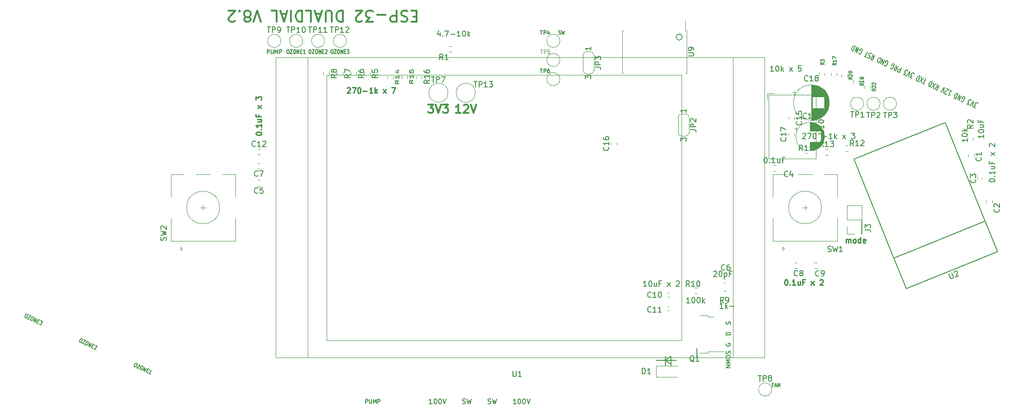
<source format=gbr>
G04 #@! TF.GenerationSoftware,KiCad,Pcbnew,7.0.8-7.0.8~ubuntu22.04.1*
G04 #@! TF.CreationDate,2023-12-01T18:43:59+09:00*
G04 #@! TF.ProjectId,ESP32DUALDIAL,45535033-3244-4554-914c-4449414c2e6b,rev?*
G04 #@! TF.SameCoordinates,Original*
G04 #@! TF.FileFunction,Legend,Top*
G04 #@! TF.FilePolarity,Positive*
%FSLAX46Y46*%
G04 Gerber Fmt 4.6, Leading zero omitted, Abs format (unit mm)*
G04 Created by KiCad (PCBNEW 7.0.8-7.0.8~ubuntu22.04.1) date 2023-12-01 18:43:59*
%MOMM*%
%LPD*%
G01*
G04 APERTURE LIST*
%ADD10C,0.150000*%
%ADD11C,0.250000*%
%ADD12C,0.200000*%
%ADD13C,0.175000*%
%ADD14C,0.177500*%
%ADD15C,0.300000*%
%ADD16C,0.125000*%
%ADD17C,0.120000*%
G04 APERTURE END LIST*
D10*
X144500000Y-137250000D02*
X144500000Y-139000000D01*
X145500000Y-138750000D02*
X144500000Y-138000000D01*
X150250000Y-135750000D02*
X150250000Y-137250000D01*
X142750000Y-138000000D02*
X146500000Y-138000000D01*
X145500000Y-137250000D02*
X145500000Y-139000000D01*
X147565685Y-78800000D02*
G75*
G03*
X147565685Y-78800000I-565685J0D01*
G01*
X144500000Y-138000000D02*
X145500000Y-137250000D01*
D11*
X86319047Y-88144857D02*
X86366666Y-88097238D01*
X86366666Y-88097238D02*
X86461904Y-88049619D01*
X86461904Y-88049619D02*
X86699999Y-88049619D01*
X86699999Y-88049619D02*
X86795237Y-88097238D01*
X86795237Y-88097238D02*
X86842856Y-88144857D01*
X86842856Y-88144857D02*
X86890475Y-88240095D01*
X86890475Y-88240095D02*
X86890475Y-88335333D01*
X86890475Y-88335333D02*
X86842856Y-88478190D01*
X86842856Y-88478190D02*
X86271428Y-89049619D01*
X86271428Y-89049619D02*
X86890475Y-89049619D01*
X87223809Y-88049619D02*
X87890475Y-88049619D01*
X87890475Y-88049619D02*
X87461904Y-89049619D01*
X88461904Y-88049619D02*
X88557142Y-88049619D01*
X88557142Y-88049619D02*
X88652380Y-88097238D01*
X88652380Y-88097238D02*
X88699999Y-88144857D01*
X88699999Y-88144857D02*
X88747618Y-88240095D01*
X88747618Y-88240095D02*
X88795237Y-88430571D01*
X88795237Y-88430571D02*
X88795237Y-88668666D01*
X88795237Y-88668666D02*
X88747618Y-88859142D01*
X88747618Y-88859142D02*
X88699999Y-88954380D01*
X88699999Y-88954380D02*
X88652380Y-89002000D01*
X88652380Y-89002000D02*
X88557142Y-89049619D01*
X88557142Y-89049619D02*
X88461904Y-89049619D01*
X88461904Y-89049619D02*
X88366666Y-89002000D01*
X88366666Y-89002000D02*
X88319047Y-88954380D01*
X88319047Y-88954380D02*
X88271428Y-88859142D01*
X88271428Y-88859142D02*
X88223809Y-88668666D01*
X88223809Y-88668666D02*
X88223809Y-88430571D01*
X88223809Y-88430571D02*
X88271428Y-88240095D01*
X88271428Y-88240095D02*
X88319047Y-88144857D01*
X88319047Y-88144857D02*
X88366666Y-88097238D01*
X88366666Y-88097238D02*
X88461904Y-88049619D01*
X89223809Y-88668666D02*
X89985714Y-88668666D01*
X90985713Y-89049619D02*
X90414285Y-89049619D01*
X90699999Y-89049619D02*
X90699999Y-88049619D01*
X90699999Y-88049619D02*
X90604761Y-88192476D01*
X90604761Y-88192476D02*
X90509523Y-88287714D01*
X90509523Y-88287714D02*
X90414285Y-88335333D01*
X91414285Y-89049619D02*
X91414285Y-88049619D01*
X91509523Y-88668666D02*
X91795237Y-89049619D01*
X91795237Y-88382952D02*
X91414285Y-88763904D01*
X92890476Y-89049619D02*
X93414285Y-88382952D01*
X92890476Y-88382952D02*
X93414285Y-89049619D01*
X94461905Y-88049619D02*
X95128571Y-88049619D01*
X95128571Y-88049619D02*
X94700000Y-89049619D01*
D12*
X203652219Y-105085714D02*
X203652219Y-104990476D01*
X203652219Y-104990476D02*
X203699838Y-104895238D01*
X203699838Y-104895238D02*
X203747457Y-104847619D01*
X203747457Y-104847619D02*
X203842695Y-104800000D01*
X203842695Y-104800000D02*
X204033171Y-104752381D01*
X204033171Y-104752381D02*
X204271266Y-104752381D01*
X204271266Y-104752381D02*
X204461742Y-104800000D01*
X204461742Y-104800000D02*
X204556980Y-104847619D01*
X204556980Y-104847619D02*
X204604600Y-104895238D01*
X204604600Y-104895238D02*
X204652219Y-104990476D01*
X204652219Y-104990476D02*
X204652219Y-105085714D01*
X204652219Y-105085714D02*
X204604600Y-105180952D01*
X204604600Y-105180952D02*
X204556980Y-105228571D01*
X204556980Y-105228571D02*
X204461742Y-105276190D01*
X204461742Y-105276190D02*
X204271266Y-105323809D01*
X204271266Y-105323809D02*
X204033171Y-105323809D01*
X204033171Y-105323809D02*
X203842695Y-105276190D01*
X203842695Y-105276190D02*
X203747457Y-105228571D01*
X203747457Y-105228571D02*
X203699838Y-105180952D01*
X203699838Y-105180952D02*
X203652219Y-105085714D01*
X204556980Y-104323809D02*
X204604600Y-104276190D01*
X204604600Y-104276190D02*
X204652219Y-104323809D01*
X204652219Y-104323809D02*
X204604600Y-104371428D01*
X204604600Y-104371428D02*
X204556980Y-104323809D01*
X204556980Y-104323809D02*
X204652219Y-104323809D01*
X204652219Y-103323810D02*
X204652219Y-103895238D01*
X204652219Y-103609524D02*
X203652219Y-103609524D01*
X203652219Y-103609524D02*
X203795076Y-103704762D01*
X203795076Y-103704762D02*
X203890314Y-103800000D01*
X203890314Y-103800000D02*
X203937933Y-103895238D01*
X203985552Y-102466667D02*
X204652219Y-102466667D01*
X203985552Y-102895238D02*
X204509361Y-102895238D01*
X204509361Y-102895238D02*
X204604600Y-102847619D01*
X204604600Y-102847619D02*
X204652219Y-102752381D01*
X204652219Y-102752381D02*
X204652219Y-102609524D01*
X204652219Y-102609524D02*
X204604600Y-102514286D01*
X204604600Y-102514286D02*
X204556980Y-102466667D01*
X204128409Y-101657143D02*
X204128409Y-101990476D01*
X204652219Y-101990476D02*
X203652219Y-101990476D01*
X203652219Y-101990476D02*
X203652219Y-101514286D01*
X204652219Y-100466666D02*
X203985552Y-99942857D01*
X203985552Y-100466666D02*
X204652219Y-99942857D01*
X203747457Y-98847618D02*
X203699838Y-98799999D01*
X203699838Y-98799999D02*
X203652219Y-98704761D01*
X203652219Y-98704761D02*
X203652219Y-98466666D01*
X203652219Y-98466666D02*
X203699838Y-98371428D01*
X203699838Y-98371428D02*
X203747457Y-98323809D01*
X203747457Y-98323809D02*
X203842695Y-98276190D01*
X203842695Y-98276190D02*
X203937933Y-98276190D01*
X203937933Y-98276190D02*
X204080790Y-98323809D01*
X204080790Y-98323809D02*
X204652219Y-98895237D01*
X204652219Y-98895237D02*
X204652219Y-98276190D01*
D10*
X202654819Y-96671428D02*
X202654819Y-97242856D01*
X202654819Y-96957142D02*
X201654819Y-96957142D01*
X201654819Y-96957142D02*
X201797676Y-97052380D01*
X201797676Y-97052380D02*
X201892914Y-97147618D01*
X201892914Y-97147618D02*
X201940533Y-97242856D01*
X201654819Y-96052380D02*
X201654819Y-95957142D01*
X201654819Y-95957142D02*
X201702438Y-95861904D01*
X201702438Y-95861904D02*
X201750057Y-95814285D01*
X201750057Y-95814285D02*
X201845295Y-95766666D01*
X201845295Y-95766666D02*
X202035771Y-95719047D01*
X202035771Y-95719047D02*
X202273866Y-95719047D01*
X202273866Y-95719047D02*
X202464342Y-95766666D01*
X202464342Y-95766666D02*
X202559580Y-95814285D01*
X202559580Y-95814285D02*
X202607200Y-95861904D01*
X202607200Y-95861904D02*
X202654819Y-95957142D01*
X202654819Y-95957142D02*
X202654819Y-96052380D01*
X202654819Y-96052380D02*
X202607200Y-96147618D01*
X202607200Y-96147618D02*
X202559580Y-96195237D01*
X202559580Y-96195237D02*
X202464342Y-96242856D01*
X202464342Y-96242856D02*
X202273866Y-96290475D01*
X202273866Y-96290475D02*
X202035771Y-96290475D01*
X202035771Y-96290475D02*
X201845295Y-96242856D01*
X201845295Y-96242856D02*
X201750057Y-96195237D01*
X201750057Y-96195237D02*
X201702438Y-96147618D01*
X201702438Y-96147618D02*
X201654819Y-96052380D01*
X201988152Y-94861904D02*
X202654819Y-94861904D01*
X201988152Y-95290475D02*
X202511961Y-95290475D01*
X202511961Y-95290475D02*
X202607200Y-95242856D01*
X202607200Y-95242856D02*
X202654819Y-95147618D01*
X202654819Y-95147618D02*
X202654819Y-95004761D01*
X202654819Y-95004761D02*
X202607200Y-94909523D01*
X202607200Y-94909523D02*
X202559580Y-94861904D01*
X202131009Y-94052380D02*
X202131009Y-94385713D01*
X202654819Y-94385713D02*
X201654819Y-94385713D01*
X201654819Y-94385713D02*
X201654819Y-93909523D01*
X199654819Y-97395238D02*
X199654819Y-97966666D01*
X199654819Y-97680952D02*
X198654819Y-97680952D01*
X198654819Y-97680952D02*
X198797676Y-97776190D01*
X198797676Y-97776190D02*
X198892914Y-97871428D01*
X198892914Y-97871428D02*
X198940533Y-97966666D01*
X198654819Y-96776190D02*
X198654819Y-96680952D01*
X198654819Y-96680952D02*
X198702438Y-96585714D01*
X198702438Y-96585714D02*
X198750057Y-96538095D01*
X198750057Y-96538095D02*
X198845295Y-96490476D01*
X198845295Y-96490476D02*
X199035771Y-96442857D01*
X199035771Y-96442857D02*
X199273866Y-96442857D01*
X199273866Y-96442857D02*
X199464342Y-96490476D01*
X199464342Y-96490476D02*
X199559580Y-96538095D01*
X199559580Y-96538095D02*
X199607200Y-96585714D01*
X199607200Y-96585714D02*
X199654819Y-96680952D01*
X199654819Y-96680952D02*
X199654819Y-96776190D01*
X199654819Y-96776190D02*
X199607200Y-96871428D01*
X199607200Y-96871428D02*
X199559580Y-96919047D01*
X199559580Y-96919047D02*
X199464342Y-96966666D01*
X199464342Y-96966666D02*
X199273866Y-97014285D01*
X199273866Y-97014285D02*
X199035771Y-97014285D01*
X199035771Y-97014285D02*
X198845295Y-96966666D01*
X198845295Y-96966666D02*
X198750057Y-96919047D01*
X198750057Y-96919047D02*
X198702438Y-96871428D01*
X198702438Y-96871428D02*
X198654819Y-96776190D01*
X199654819Y-96014285D02*
X198654819Y-96014285D01*
X199273866Y-95919047D02*
X199654819Y-95633333D01*
X198988152Y-95633333D02*
X199369104Y-96014285D01*
X103300000Y-77988152D02*
X103300000Y-78654819D01*
X103061905Y-77607200D02*
X102823810Y-78321485D01*
X102823810Y-78321485D02*
X103442857Y-78321485D01*
X103823810Y-78559580D02*
X103871429Y-78607200D01*
X103871429Y-78607200D02*
X103823810Y-78654819D01*
X103823810Y-78654819D02*
X103776191Y-78607200D01*
X103776191Y-78607200D02*
X103823810Y-78559580D01*
X103823810Y-78559580D02*
X103823810Y-78654819D01*
X104204762Y-77654819D02*
X104871428Y-77654819D01*
X104871428Y-77654819D02*
X104442857Y-78654819D01*
X105252381Y-78273866D02*
X106014286Y-78273866D01*
X107014285Y-78654819D02*
X106442857Y-78654819D01*
X106728571Y-78654819D02*
X106728571Y-77654819D01*
X106728571Y-77654819D02*
X106633333Y-77797676D01*
X106633333Y-77797676D02*
X106538095Y-77892914D01*
X106538095Y-77892914D02*
X106442857Y-77940533D01*
X107633333Y-77654819D02*
X107728571Y-77654819D01*
X107728571Y-77654819D02*
X107823809Y-77702438D01*
X107823809Y-77702438D02*
X107871428Y-77750057D01*
X107871428Y-77750057D02*
X107919047Y-77845295D01*
X107919047Y-77845295D02*
X107966666Y-78035771D01*
X107966666Y-78035771D02*
X107966666Y-78273866D01*
X107966666Y-78273866D02*
X107919047Y-78464342D01*
X107919047Y-78464342D02*
X107871428Y-78559580D01*
X107871428Y-78559580D02*
X107823809Y-78607200D01*
X107823809Y-78607200D02*
X107728571Y-78654819D01*
X107728571Y-78654819D02*
X107633333Y-78654819D01*
X107633333Y-78654819D02*
X107538095Y-78607200D01*
X107538095Y-78607200D02*
X107490476Y-78559580D01*
X107490476Y-78559580D02*
X107442857Y-78464342D01*
X107442857Y-78464342D02*
X107395238Y-78273866D01*
X107395238Y-78273866D02*
X107395238Y-78035771D01*
X107395238Y-78035771D02*
X107442857Y-77845295D01*
X107442857Y-77845295D02*
X107490476Y-77750057D01*
X107490476Y-77750057D02*
X107538095Y-77702438D01*
X107538095Y-77702438D02*
X107633333Y-77654819D01*
X108395238Y-78654819D02*
X108395238Y-77654819D01*
X108490476Y-78273866D02*
X108776190Y-78654819D01*
X108776190Y-77988152D02*
X108395238Y-78369104D01*
X153297143Y-121724057D02*
X153344762Y-121676438D01*
X153344762Y-121676438D02*
X153440000Y-121628819D01*
X153440000Y-121628819D02*
X153678095Y-121628819D01*
X153678095Y-121628819D02*
X153773333Y-121676438D01*
X153773333Y-121676438D02*
X153820952Y-121724057D01*
X153820952Y-121724057D02*
X153868571Y-121819295D01*
X153868571Y-121819295D02*
X153868571Y-121914533D01*
X153868571Y-121914533D02*
X153820952Y-122057390D01*
X153820952Y-122057390D02*
X153249524Y-122628819D01*
X153249524Y-122628819D02*
X153868571Y-122628819D01*
X154487619Y-121628819D02*
X154582857Y-121628819D01*
X154582857Y-121628819D02*
X154678095Y-121676438D01*
X154678095Y-121676438D02*
X154725714Y-121724057D01*
X154725714Y-121724057D02*
X154773333Y-121819295D01*
X154773333Y-121819295D02*
X154820952Y-122009771D01*
X154820952Y-122009771D02*
X154820952Y-122247866D01*
X154820952Y-122247866D02*
X154773333Y-122438342D01*
X154773333Y-122438342D02*
X154725714Y-122533580D01*
X154725714Y-122533580D02*
X154678095Y-122581200D01*
X154678095Y-122581200D02*
X154582857Y-122628819D01*
X154582857Y-122628819D02*
X154487619Y-122628819D01*
X154487619Y-122628819D02*
X154392381Y-122581200D01*
X154392381Y-122581200D02*
X154344762Y-122533580D01*
X154344762Y-122533580D02*
X154297143Y-122438342D01*
X154297143Y-122438342D02*
X154249524Y-122247866D01*
X154249524Y-122247866D02*
X154249524Y-122009771D01*
X154249524Y-122009771D02*
X154297143Y-121819295D01*
X154297143Y-121819295D02*
X154344762Y-121724057D01*
X154344762Y-121724057D02*
X154392381Y-121676438D01*
X154392381Y-121676438D02*
X154487619Y-121628819D01*
X155249524Y-121962152D02*
X155249524Y-122962152D01*
X155249524Y-122009771D02*
X155344762Y-121962152D01*
X155344762Y-121962152D02*
X155535238Y-121962152D01*
X155535238Y-121962152D02*
X155630476Y-122009771D01*
X155630476Y-122009771D02*
X155678095Y-122057390D01*
X155678095Y-122057390D02*
X155725714Y-122152628D01*
X155725714Y-122152628D02*
X155725714Y-122438342D01*
X155725714Y-122438342D02*
X155678095Y-122533580D01*
X155678095Y-122533580D02*
X155630476Y-122581200D01*
X155630476Y-122581200D02*
X155535238Y-122628819D01*
X155535238Y-122628819D02*
X155344762Y-122628819D01*
X155344762Y-122628819D02*
X155249524Y-122581200D01*
X156487619Y-122105009D02*
X156154286Y-122105009D01*
X156154286Y-122628819D02*
X156154286Y-121628819D01*
X156154286Y-121628819D02*
X156630476Y-121628819D01*
X156362295Y-139300000D02*
X155562295Y-139300000D01*
X155562295Y-139300000D02*
X156362295Y-138842857D01*
X156362295Y-138842857D02*
X155562295Y-138842857D01*
X156362295Y-138461905D02*
X155562295Y-138461905D01*
X155562295Y-138461905D02*
X156133723Y-138195239D01*
X156133723Y-138195239D02*
X155562295Y-137928572D01*
X155562295Y-137928572D02*
X156362295Y-137928572D01*
X155562295Y-137395238D02*
X155562295Y-137242857D01*
X155562295Y-137242857D02*
X155600390Y-137166667D01*
X155600390Y-137166667D02*
X155676580Y-137090476D01*
X155676580Y-137090476D02*
X155828961Y-137052381D01*
X155828961Y-137052381D02*
X156095628Y-137052381D01*
X156095628Y-137052381D02*
X156248009Y-137090476D01*
X156248009Y-137090476D02*
X156324200Y-137166667D01*
X156324200Y-137166667D02*
X156362295Y-137242857D01*
X156362295Y-137242857D02*
X156362295Y-137395238D01*
X156362295Y-137395238D02*
X156324200Y-137471429D01*
X156324200Y-137471429D02*
X156248009Y-137547619D01*
X156248009Y-137547619D02*
X156095628Y-137585715D01*
X156095628Y-137585715D02*
X155828961Y-137585715D01*
X155828961Y-137585715D02*
X155676580Y-137547619D01*
X155676580Y-137547619D02*
X155600390Y-137471429D01*
X155600390Y-137471429D02*
X155562295Y-137395238D01*
X156324200Y-136747620D02*
X156362295Y-136633334D01*
X156362295Y-136633334D02*
X156362295Y-136442858D01*
X156362295Y-136442858D02*
X156324200Y-136366667D01*
X156324200Y-136366667D02*
X156286104Y-136328572D01*
X156286104Y-136328572D02*
X156209914Y-136290477D01*
X156209914Y-136290477D02*
X156133723Y-136290477D01*
X156133723Y-136290477D02*
X156057533Y-136328572D01*
X156057533Y-136328572D02*
X156019438Y-136366667D01*
X156019438Y-136366667D02*
X155981342Y-136442858D01*
X155981342Y-136442858D02*
X155943247Y-136595239D01*
X155943247Y-136595239D02*
X155905152Y-136671429D01*
X155905152Y-136671429D02*
X155867057Y-136709524D01*
X155867057Y-136709524D02*
X155790866Y-136747620D01*
X155790866Y-136747620D02*
X155714676Y-136747620D01*
X155714676Y-136747620D02*
X155638485Y-136709524D01*
X155638485Y-136709524D02*
X155600390Y-136671429D01*
X155600390Y-136671429D02*
X155562295Y-136595239D01*
X155562295Y-136595239D02*
X155562295Y-136404762D01*
X155562295Y-136404762D02*
X155600390Y-136290477D01*
X155600390Y-134919048D02*
X155562295Y-134995238D01*
X155562295Y-134995238D02*
X155562295Y-135109524D01*
X155562295Y-135109524D02*
X155600390Y-135223810D01*
X155600390Y-135223810D02*
X155676580Y-135300000D01*
X155676580Y-135300000D02*
X155752771Y-135338095D01*
X155752771Y-135338095D02*
X155905152Y-135376191D01*
X155905152Y-135376191D02*
X156019438Y-135376191D01*
X156019438Y-135376191D02*
X156171819Y-135338095D01*
X156171819Y-135338095D02*
X156248009Y-135300000D01*
X156248009Y-135300000D02*
X156324200Y-135223810D01*
X156324200Y-135223810D02*
X156362295Y-135109524D01*
X156362295Y-135109524D02*
X156362295Y-135033333D01*
X156362295Y-135033333D02*
X156324200Y-134919048D01*
X156324200Y-134919048D02*
X156286104Y-134880952D01*
X156286104Y-134880952D02*
X156019438Y-134880952D01*
X156019438Y-134880952D02*
X156019438Y-135033333D01*
X156362295Y-133319047D02*
X155562295Y-133319047D01*
X155562295Y-133319047D02*
X155562295Y-133128571D01*
X155562295Y-133128571D02*
X155600390Y-133014285D01*
X155600390Y-133014285D02*
X155676580Y-132938095D01*
X155676580Y-132938095D02*
X155752771Y-132900000D01*
X155752771Y-132900000D02*
X155905152Y-132861904D01*
X155905152Y-132861904D02*
X156019438Y-132861904D01*
X156019438Y-132861904D02*
X156171819Y-132900000D01*
X156171819Y-132900000D02*
X156248009Y-132938095D01*
X156248009Y-132938095D02*
X156324200Y-133014285D01*
X156324200Y-133014285D02*
X156362295Y-133128571D01*
X156362295Y-133128571D02*
X156362295Y-133319047D01*
X156324200Y-131338095D02*
X156362295Y-131223809D01*
X156362295Y-131223809D02*
X156362295Y-131033333D01*
X156362295Y-131033333D02*
X156324200Y-130957142D01*
X156324200Y-130957142D02*
X156286104Y-130919047D01*
X156286104Y-130919047D02*
X156209914Y-130880952D01*
X156209914Y-130880952D02*
X156133723Y-130880952D01*
X156133723Y-130880952D02*
X156057533Y-130919047D01*
X156057533Y-130919047D02*
X156019438Y-130957142D01*
X156019438Y-130957142D02*
X155981342Y-131033333D01*
X155981342Y-131033333D02*
X155943247Y-131185714D01*
X155943247Y-131185714D02*
X155905152Y-131261904D01*
X155905152Y-131261904D02*
X155867057Y-131299999D01*
X155867057Y-131299999D02*
X155790866Y-131338095D01*
X155790866Y-131338095D02*
X155714676Y-131338095D01*
X155714676Y-131338095D02*
X155638485Y-131299999D01*
X155638485Y-131299999D02*
X155600390Y-131261904D01*
X155600390Y-131261904D02*
X155562295Y-131185714D01*
X155562295Y-131185714D02*
X155562295Y-130995237D01*
X155562295Y-130995237D02*
X155600390Y-130880952D01*
X141035713Y-124454819D02*
X140464285Y-124454819D01*
X140749999Y-124454819D02*
X140749999Y-123454819D01*
X140749999Y-123454819D02*
X140654761Y-123597676D01*
X140654761Y-123597676D02*
X140559523Y-123692914D01*
X140559523Y-123692914D02*
X140464285Y-123740533D01*
X141654761Y-123454819D02*
X141749999Y-123454819D01*
X141749999Y-123454819D02*
X141845237Y-123502438D01*
X141845237Y-123502438D02*
X141892856Y-123550057D01*
X141892856Y-123550057D02*
X141940475Y-123645295D01*
X141940475Y-123645295D02*
X141988094Y-123835771D01*
X141988094Y-123835771D02*
X141988094Y-124073866D01*
X141988094Y-124073866D02*
X141940475Y-124264342D01*
X141940475Y-124264342D02*
X141892856Y-124359580D01*
X141892856Y-124359580D02*
X141845237Y-124407200D01*
X141845237Y-124407200D02*
X141749999Y-124454819D01*
X141749999Y-124454819D02*
X141654761Y-124454819D01*
X141654761Y-124454819D02*
X141559523Y-124407200D01*
X141559523Y-124407200D02*
X141511904Y-124359580D01*
X141511904Y-124359580D02*
X141464285Y-124264342D01*
X141464285Y-124264342D02*
X141416666Y-124073866D01*
X141416666Y-124073866D02*
X141416666Y-123835771D01*
X141416666Y-123835771D02*
X141464285Y-123645295D01*
X141464285Y-123645295D02*
X141511904Y-123550057D01*
X141511904Y-123550057D02*
X141559523Y-123502438D01*
X141559523Y-123502438D02*
X141654761Y-123454819D01*
X142845237Y-123788152D02*
X142845237Y-124454819D01*
X142416666Y-123788152D02*
X142416666Y-124311961D01*
X142416666Y-124311961D02*
X142464285Y-124407200D01*
X142464285Y-124407200D02*
X142559523Y-124454819D01*
X142559523Y-124454819D02*
X142702380Y-124454819D01*
X142702380Y-124454819D02*
X142797618Y-124407200D01*
X142797618Y-124407200D02*
X142845237Y-124359580D01*
X143654761Y-123931009D02*
X143321428Y-123931009D01*
X143321428Y-124454819D02*
X143321428Y-123454819D01*
X143321428Y-123454819D02*
X143797618Y-123454819D01*
X144845238Y-124454819D02*
X145369047Y-123788152D01*
X144845238Y-123788152D02*
X145369047Y-124454819D01*
X146464286Y-123550057D02*
X146511905Y-123502438D01*
X146511905Y-123502438D02*
X146607143Y-123454819D01*
X146607143Y-123454819D02*
X146845238Y-123454819D01*
X146845238Y-123454819D02*
X146940476Y-123502438D01*
X146940476Y-123502438D02*
X146988095Y-123550057D01*
X146988095Y-123550057D02*
X147035714Y-123645295D01*
X147035714Y-123645295D02*
X147035714Y-123740533D01*
X147035714Y-123740533D02*
X146988095Y-123883390D01*
X146988095Y-123883390D02*
X146416667Y-124454819D01*
X146416667Y-124454819D02*
X147035714Y-124454819D01*
X155011904Y-128454819D02*
X154440476Y-128454819D01*
X154726190Y-128454819D02*
X154726190Y-127454819D01*
X154726190Y-127454819D02*
X154630952Y-127597676D01*
X154630952Y-127597676D02*
X154535714Y-127692914D01*
X154535714Y-127692914D02*
X154440476Y-127740533D01*
X155440476Y-128454819D02*
X155440476Y-127454819D01*
X155535714Y-128073866D02*
X155821428Y-128454819D01*
X155821428Y-127788152D02*
X155440476Y-128169104D01*
X156250000Y-128073866D02*
X157011905Y-128073866D01*
X148928571Y-127454819D02*
X148357143Y-127454819D01*
X148642857Y-127454819D02*
X148642857Y-126454819D01*
X148642857Y-126454819D02*
X148547619Y-126597676D01*
X148547619Y-126597676D02*
X148452381Y-126692914D01*
X148452381Y-126692914D02*
X148357143Y-126740533D01*
X149547619Y-126454819D02*
X149642857Y-126454819D01*
X149642857Y-126454819D02*
X149738095Y-126502438D01*
X149738095Y-126502438D02*
X149785714Y-126550057D01*
X149785714Y-126550057D02*
X149833333Y-126645295D01*
X149833333Y-126645295D02*
X149880952Y-126835771D01*
X149880952Y-126835771D02*
X149880952Y-127073866D01*
X149880952Y-127073866D02*
X149833333Y-127264342D01*
X149833333Y-127264342D02*
X149785714Y-127359580D01*
X149785714Y-127359580D02*
X149738095Y-127407200D01*
X149738095Y-127407200D02*
X149642857Y-127454819D01*
X149642857Y-127454819D02*
X149547619Y-127454819D01*
X149547619Y-127454819D02*
X149452381Y-127407200D01*
X149452381Y-127407200D02*
X149404762Y-127359580D01*
X149404762Y-127359580D02*
X149357143Y-127264342D01*
X149357143Y-127264342D02*
X149309524Y-127073866D01*
X149309524Y-127073866D02*
X149309524Y-126835771D01*
X149309524Y-126835771D02*
X149357143Y-126645295D01*
X149357143Y-126645295D02*
X149404762Y-126550057D01*
X149404762Y-126550057D02*
X149452381Y-126502438D01*
X149452381Y-126502438D02*
X149547619Y-126454819D01*
X150500000Y-126454819D02*
X150595238Y-126454819D01*
X150595238Y-126454819D02*
X150690476Y-126502438D01*
X150690476Y-126502438D02*
X150738095Y-126550057D01*
X150738095Y-126550057D02*
X150785714Y-126645295D01*
X150785714Y-126645295D02*
X150833333Y-126835771D01*
X150833333Y-126835771D02*
X150833333Y-127073866D01*
X150833333Y-127073866D02*
X150785714Y-127264342D01*
X150785714Y-127264342D02*
X150738095Y-127359580D01*
X150738095Y-127359580D02*
X150690476Y-127407200D01*
X150690476Y-127407200D02*
X150595238Y-127454819D01*
X150595238Y-127454819D02*
X150500000Y-127454819D01*
X150500000Y-127454819D02*
X150404762Y-127407200D01*
X150404762Y-127407200D02*
X150357143Y-127359580D01*
X150357143Y-127359580D02*
X150309524Y-127264342D01*
X150309524Y-127264342D02*
X150261905Y-127073866D01*
X150261905Y-127073866D02*
X150261905Y-126835771D01*
X150261905Y-126835771D02*
X150309524Y-126645295D01*
X150309524Y-126645295D02*
X150357143Y-126550057D01*
X150357143Y-126550057D02*
X150404762Y-126502438D01*
X150404762Y-126502438D02*
X150500000Y-126454819D01*
X151261905Y-127454819D02*
X151261905Y-126454819D01*
X151357143Y-127073866D02*
X151642857Y-127454819D01*
X151642857Y-126788152D02*
X151261905Y-127169104D01*
D11*
X166464285Y-123199619D02*
X166559523Y-123199619D01*
X166559523Y-123199619D02*
X166654761Y-123247238D01*
X166654761Y-123247238D02*
X166702380Y-123294857D01*
X166702380Y-123294857D02*
X166749999Y-123390095D01*
X166749999Y-123390095D02*
X166797618Y-123580571D01*
X166797618Y-123580571D02*
X166797618Y-123818666D01*
X166797618Y-123818666D02*
X166749999Y-124009142D01*
X166749999Y-124009142D02*
X166702380Y-124104380D01*
X166702380Y-124104380D02*
X166654761Y-124152000D01*
X166654761Y-124152000D02*
X166559523Y-124199619D01*
X166559523Y-124199619D02*
X166464285Y-124199619D01*
X166464285Y-124199619D02*
X166369047Y-124152000D01*
X166369047Y-124152000D02*
X166321428Y-124104380D01*
X166321428Y-124104380D02*
X166273809Y-124009142D01*
X166273809Y-124009142D02*
X166226190Y-123818666D01*
X166226190Y-123818666D02*
X166226190Y-123580571D01*
X166226190Y-123580571D02*
X166273809Y-123390095D01*
X166273809Y-123390095D02*
X166321428Y-123294857D01*
X166321428Y-123294857D02*
X166369047Y-123247238D01*
X166369047Y-123247238D02*
X166464285Y-123199619D01*
X167226190Y-124104380D02*
X167273809Y-124152000D01*
X167273809Y-124152000D02*
X167226190Y-124199619D01*
X167226190Y-124199619D02*
X167178571Y-124152000D01*
X167178571Y-124152000D02*
X167226190Y-124104380D01*
X167226190Y-124104380D02*
X167226190Y-124199619D01*
X168226189Y-124199619D02*
X167654761Y-124199619D01*
X167940475Y-124199619D02*
X167940475Y-123199619D01*
X167940475Y-123199619D02*
X167845237Y-123342476D01*
X167845237Y-123342476D02*
X167749999Y-123437714D01*
X167749999Y-123437714D02*
X167654761Y-123485333D01*
X169083332Y-123532952D02*
X169083332Y-124199619D01*
X168654761Y-123532952D02*
X168654761Y-124056761D01*
X168654761Y-124056761D02*
X168702380Y-124152000D01*
X168702380Y-124152000D02*
X168797618Y-124199619D01*
X168797618Y-124199619D02*
X168940475Y-124199619D01*
X168940475Y-124199619D02*
X169035713Y-124152000D01*
X169035713Y-124152000D02*
X169083332Y-124104380D01*
X169892856Y-123675809D02*
X169559523Y-123675809D01*
X169559523Y-124199619D02*
X169559523Y-123199619D01*
X169559523Y-123199619D02*
X170035713Y-123199619D01*
X171083333Y-124199619D02*
X171607142Y-123532952D01*
X171083333Y-123532952D02*
X171607142Y-124199619D01*
X172702381Y-123294857D02*
X172750000Y-123247238D01*
X172750000Y-123247238D02*
X172845238Y-123199619D01*
X172845238Y-123199619D02*
X173083333Y-123199619D01*
X173083333Y-123199619D02*
X173178571Y-123247238D01*
X173178571Y-123247238D02*
X173226190Y-123294857D01*
X173226190Y-123294857D02*
X173273809Y-123390095D01*
X173273809Y-123390095D02*
X173273809Y-123485333D01*
X173273809Y-123485333D02*
X173226190Y-123628190D01*
X173226190Y-123628190D02*
X172654762Y-124199619D01*
X172654762Y-124199619D02*
X173273809Y-124199619D01*
D10*
X169538095Y-96500057D02*
X169585714Y-96452438D01*
X169585714Y-96452438D02*
X169680952Y-96404819D01*
X169680952Y-96404819D02*
X169919047Y-96404819D01*
X169919047Y-96404819D02*
X170014285Y-96452438D01*
X170014285Y-96452438D02*
X170061904Y-96500057D01*
X170061904Y-96500057D02*
X170109523Y-96595295D01*
X170109523Y-96595295D02*
X170109523Y-96690533D01*
X170109523Y-96690533D02*
X170061904Y-96833390D01*
X170061904Y-96833390D02*
X169490476Y-97404819D01*
X169490476Y-97404819D02*
X170109523Y-97404819D01*
X170442857Y-96404819D02*
X171109523Y-96404819D01*
X171109523Y-96404819D02*
X170680952Y-97404819D01*
X171680952Y-96404819D02*
X171776190Y-96404819D01*
X171776190Y-96404819D02*
X171871428Y-96452438D01*
X171871428Y-96452438D02*
X171919047Y-96500057D01*
X171919047Y-96500057D02*
X171966666Y-96595295D01*
X171966666Y-96595295D02*
X172014285Y-96785771D01*
X172014285Y-96785771D02*
X172014285Y-97023866D01*
X172014285Y-97023866D02*
X171966666Y-97214342D01*
X171966666Y-97214342D02*
X171919047Y-97309580D01*
X171919047Y-97309580D02*
X171871428Y-97357200D01*
X171871428Y-97357200D02*
X171776190Y-97404819D01*
X171776190Y-97404819D02*
X171680952Y-97404819D01*
X171680952Y-97404819D02*
X171585714Y-97357200D01*
X171585714Y-97357200D02*
X171538095Y-97309580D01*
X171538095Y-97309580D02*
X171490476Y-97214342D01*
X171490476Y-97214342D02*
X171442857Y-97023866D01*
X171442857Y-97023866D02*
X171442857Y-96785771D01*
X171442857Y-96785771D02*
X171490476Y-96595295D01*
X171490476Y-96595295D02*
X171538095Y-96500057D01*
X171538095Y-96500057D02*
X171585714Y-96452438D01*
X171585714Y-96452438D02*
X171680952Y-96404819D01*
X173204762Y-97023866D02*
X173966667Y-97023866D01*
X174966666Y-97404819D02*
X174395238Y-97404819D01*
X174680952Y-97404819D02*
X174680952Y-96404819D01*
X174680952Y-96404819D02*
X174585714Y-96547676D01*
X174585714Y-96547676D02*
X174490476Y-96642914D01*
X174490476Y-96642914D02*
X174395238Y-96690533D01*
X175395238Y-97404819D02*
X175395238Y-96404819D01*
X175490476Y-97023866D02*
X175776190Y-97404819D01*
X175776190Y-96738152D02*
X175395238Y-97119104D01*
X176871429Y-97404819D02*
X177395238Y-96738152D01*
X176871429Y-96738152D02*
X177395238Y-97404819D01*
X178442858Y-96404819D02*
X179061905Y-96404819D01*
X179061905Y-96404819D02*
X178728572Y-96785771D01*
X178728572Y-96785771D02*
X178871429Y-96785771D01*
X178871429Y-96785771D02*
X178966667Y-96833390D01*
X178966667Y-96833390D02*
X179014286Y-96881009D01*
X179014286Y-96881009D02*
X179061905Y-96976247D01*
X179061905Y-96976247D02*
X179061905Y-97214342D01*
X179061905Y-97214342D02*
X179014286Y-97309580D01*
X179014286Y-97309580D02*
X178966667Y-97357200D01*
X178966667Y-97357200D02*
X178871429Y-97404819D01*
X178871429Y-97404819D02*
X178585715Y-97404819D01*
X178585715Y-97404819D02*
X178490477Y-97357200D01*
X178490477Y-97357200D02*
X178442858Y-97309580D01*
X164261904Y-85054819D02*
X163690476Y-85054819D01*
X163976190Y-85054819D02*
X163976190Y-84054819D01*
X163976190Y-84054819D02*
X163880952Y-84197676D01*
X163880952Y-84197676D02*
X163785714Y-84292914D01*
X163785714Y-84292914D02*
X163690476Y-84340533D01*
X164880952Y-84054819D02*
X164976190Y-84054819D01*
X164976190Y-84054819D02*
X165071428Y-84102438D01*
X165071428Y-84102438D02*
X165119047Y-84150057D01*
X165119047Y-84150057D02*
X165166666Y-84245295D01*
X165166666Y-84245295D02*
X165214285Y-84435771D01*
X165214285Y-84435771D02*
X165214285Y-84673866D01*
X165214285Y-84673866D02*
X165166666Y-84864342D01*
X165166666Y-84864342D02*
X165119047Y-84959580D01*
X165119047Y-84959580D02*
X165071428Y-85007200D01*
X165071428Y-85007200D02*
X164976190Y-85054819D01*
X164976190Y-85054819D02*
X164880952Y-85054819D01*
X164880952Y-85054819D02*
X164785714Y-85007200D01*
X164785714Y-85007200D02*
X164738095Y-84959580D01*
X164738095Y-84959580D02*
X164690476Y-84864342D01*
X164690476Y-84864342D02*
X164642857Y-84673866D01*
X164642857Y-84673866D02*
X164642857Y-84435771D01*
X164642857Y-84435771D02*
X164690476Y-84245295D01*
X164690476Y-84245295D02*
X164738095Y-84150057D01*
X164738095Y-84150057D02*
X164785714Y-84102438D01*
X164785714Y-84102438D02*
X164880952Y-84054819D01*
X165642857Y-85054819D02*
X165642857Y-84054819D01*
X165738095Y-84673866D02*
X166023809Y-85054819D01*
X166023809Y-84388152D02*
X165642857Y-84769104D01*
X167119048Y-85054819D02*
X167642857Y-84388152D01*
X167119048Y-84388152D02*
X167642857Y-85054819D01*
X169261905Y-84054819D02*
X168785715Y-84054819D01*
X168785715Y-84054819D02*
X168738096Y-84531009D01*
X168738096Y-84531009D02*
X168785715Y-84483390D01*
X168785715Y-84483390D02*
X168880953Y-84435771D01*
X168880953Y-84435771D02*
X169119048Y-84435771D01*
X169119048Y-84435771D02*
X169214286Y-84483390D01*
X169214286Y-84483390D02*
X169261905Y-84531009D01*
X169261905Y-84531009D02*
X169309524Y-84626247D01*
X169309524Y-84626247D02*
X169309524Y-84864342D01*
X169309524Y-84864342D02*
X169261905Y-84959580D01*
X169261905Y-84959580D02*
X169214286Y-85007200D01*
X169214286Y-85007200D02*
X169119048Y-85054819D01*
X169119048Y-85054819D02*
X168880953Y-85054819D01*
X168880953Y-85054819D02*
X168785715Y-85007200D01*
X168785715Y-85007200D02*
X168738096Y-84959580D01*
X75471428Y-81116033D02*
X75585714Y-81116033D01*
X75585714Y-81116033D02*
X75642857Y-81149366D01*
X75642857Y-81149366D02*
X75700000Y-81216033D01*
X75700000Y-81216033D02*
X75728571Y-81349366D01*
X75728571Y-81349366D02*
X75728571Y-81582700D01*
X75728571Y-81582700D02*
X75700000Y-81716033D01*
X75700000Y-81716033D02*
X75642857Y-81782700D01*
X75642857Y-81782700D02*
X75585714Y-81816033D01*
X75585714Y-81816033D02*
X75471428Y-81816033D01*
X75471428Y-81816033D02*
X75414286Y-81782700D01*
X75414286Y-81782700D02*
X75357143Y-81716033D01*
X75357143Y-81716033D02*
X75328571Y-81582700D01*
X75328571Y-81582700D02*
X75328571Y-81349366D01*
X75328571Y-81349366D02*
X75357143Y-81216033D01*
X75357143Y-81216033D02*
X75414286Y-81149366D01*
X75414286Y-81149366D02*
X75471428Y-81116033D01*
X75928571Y-81116033D02*
X76328571Y-81116033D01*
X76328571Y-81116033D02*
X75928571Y-81816033D01*
X75928571Y-81816033D02*
X76328571Y-81816033D01*
X76671428Y-81116033D02*
X76785714Y-81116033D01*
X76785714Y-81116033D02*
X76842857Y-81149366D01*
X76842857Y-81149366D02*
X76900000Y-81216033D01*
X76900000Y-81216033D02*
X76928571Y-81349366D01*
X76928571Y-81349366D02*
X76928571Y-81582700D01*
X76928571Y-81582700D02*
X76900000Y-81716033D01*
X76900000Y-81716033D02*
X76842857Y-81782700D01*
X76842857Y-81782700D02*
X76785714Y-81816033D01*
X76785714Y-81816033D02*
X76671428Y-81816033D01*
X76671428Y-81816033D02*
X76614286Y-81782700D01*
X76614286Y-81782700D02*
X76557143Y-81716033D01*
X76557143Y-81716033D02*
X76528571Y-81582700D01*
X76528571Y-81582700D02*
X76528571Y-81349366D01*
X76528571Y-81349366D02*
X76557143Y-81216033D01*
X76557143Y-81216033D02*
X76614286Y-81149366D01*
X76614286Y-81149366D02*
X76671428Y-81116033D01*
X77185714Y-81816033D02*
X77185714Y-81116033D01*
X77185714Y-81116033D02*
X77528571Y-81816033D01*
X77528571Y-81816033D02*
X77528571Y-81116033D01*
X77814285Y-81449366D02*
X78014285Y-81449366D01*
X78099999Y-81816033D02*
X77814285Y-81816033D01*
X77814285Y-81816033D02*
X77814285Y-81116033D01*
X77814285Y-81116033D02*
X78099999Y-81116033D01*
X78671427Y-81816033D02*
X78328570Y-81816033D01*
X78499999Y-81816033D02*
X78499999Y-81116033D01*
X78499999Y-81116033D02*
X78442856Y-81216033D01*
X78442856Y-81216033D02*
X78385713Y-81282700D01*
X78385713Y-81282700D02*
X78328570Y-81316033D01*
X79471428Y-81116033D02*
X79585714Y-81116033D01*
X79585714Y-81116033D02*
X79642857Y-81149366D01*
X79642857Y-81149366D02*
X79700000Y-81216033D01*
X79700000Y-81216033D02*
X79728571Y-81349366D01*
X79728571Y-81349366D02*
X79728571Y-81582700D01*
X79728571Y-81582700D02*
X79700000Y-81716033D01*
X79700000Y-81716033D02*
X79642857Y-81782700D01*
X79642857Y-81782700D02*
X79585714Y-81816033D01*
X79585714Y-81816033D02*
X79471428Y-81816033D01*
X79471428Y-81816033D02*
X79414286Y-81782700D01*
X79414286Y-81782700D02*
X79357143Y-81716033D01*
X79357143Y-81716033D02*
X79328571Y-81582700D01*
X79328571Y-81582700D02*
X79328571Y-81349366D01*
X79328571Y-81349366D02*
X79357143Y-81216033D01*
X79357143Y-81216033D02*
X79414286Y-81149366D01*
X79414286Y-81149366D02*
X79471428Y-81116033D01*
X79928571Y-81116033D02*
X80328571Y-81116033D01*
X80328571Y-81116033D02*
X79928571Y-81816033D01*
X79928571Y-81816033D02*
X80328571Y-81816033D01*
X80671428Y-81116033D02*
X80785714Y-81116033D01*
X80785714Y-81116033D02*
X80842857Y-81149366D01*
X80842857Y-81149366D02*
X80900000Y-81216033D01*
X80900000Y-81216033D02*
X80928571Y-81349366D01*
X80928571Y-81349366D02*
X80928571Y-81582700D01*
X80928571Y-81582700D02*
X80900000Y-81716033D01*
X80900000Y-81716033D02*
X80842857Y-81782700D01*
X80842857Y-81782700D02*
X80785714Y-81816033D01*
X80785714Y-81816033D02*
X80671428Y-81816033D01*
X80671428Y-81816033D02*
X80614286Y-81782700D01*
X80614286Y-81782700D02*
X80557143Y-81716033D01*
X80557143Y-81716033D02*
X80528571Y-81582700D01*
X80528571Y-81582700D02*
X80528571Y-81349366D01*
X80528571Y-81349366D02*
X80557143Y-81216033D01*
X80557143Y-81216033D02*
X80614286Y-81149366D01*
X80614286Y-81149366D02*
X80671428Y-81116033D01*
X81185714Y-81816033D02*
X81185714Y-81116033D01*
X81185714Y-81116033D02*
X81528571Y-81816033D01*
X81528571Y-81816033D02*
X81528571Y-81116033D01*
X81814285Y-81449366D02*
X82014285Y-81449366D01*
X82099999Y-81816033D02*
X81814285Y-81816033D01*
X81814285Y-81816033D02*
X81814285Y-81116033D01*
X81814285Y-81116033D02*
X82099999Y-81116033D01*
X82328570Y-81182700D02*
X82357142Y-81149366D01*
X82357142Y-81149366D02*
X82414285Y-81116033D01*
X82414285Y-81116033D02*
X82557142Y-81116033D01*
X82557142Y-81116033D02*
X82614285Y-81149366D01*
X82614285Y-81149366D02*
X82642856Y-81182700D01*
X82642856Y-81182700D02*
X82671427Y-81249366D01*
X82671427Y-81249366D02*
X82671427Y-81316033D01*
X82671427Y-81316033D02*
X82642856Y-81416033D01*
X82642856Y-81416033D02*
X82299999Y-81816033D01*
X82299999Y-81816033D02*
X82671427Y-81816033D01*
X83471428Y-81116033D02*
X83585714Y-81116033D01*
X83585714Y-81116033D02*
X83642857Y-81149366D01*
X83642857Y-81149366D02*
X83700000Y-81216033D01*
X83700000Y-81216033D02*
X83728571Y-81349366D01*
X83728571Y-81349366D02*
X83728571Y-81582700D01*
X83728571Y-81582700D02*
X83700000Y-81716033D01*
X83700000Y-81716033D02*
X83642857Y-81782700D01*
X83642857Y-81782700D02*
X83585714Y-81816033D01*
X83585714Y-81816033D02*
X83471428Y-81816033D01*
X83471428Y-81816033D02*
X83414286Y-81782700D01*
X83414286Y-81782700D02*
X83357143Y-81716033D01*
X83357143Y-81716033D02*
X83328571Y-81582700D01*
X83328571Y-81582700D02*
X83328571Y-81349366D01*
X83328571Y-81349366D02*
X83357143Y-81216033D01*
X83357143Y-81216033D02*
X83414286Y-81149366D01*
X83414286Y-81149366D02*
X83471428Y-81116033D01*
X83928571Y-81116033D02*
X84328571Y-81116033D01*
X84328571Y-81116033D02*
X83928571Y-81816033D01*
X83928571Y-81816033D02*
X84328571Y-81816033D01*
X84671428Y-81116033D02*
X84785714Y-81116033D01*
X84785714Y-81116033D02*
X84842857Y-81149366D01*
X84842857Y-81149366D02*
X84900000Y-81216033D01*
X84900000Y-81216033D02*
X84928571Y-81349366D01*
X84928571Y-81349366D02*
X84928571Y-81582700D01*
X84928571Y-81582700D02*
X84900000Y-81716033D01*
X84900000Y-81716033D02*
X84842857Y-81782700D01*
X84842857Y-81782700D02*
X84785714Y-81816033D01*
X84785714Y-81816033D02*
X84671428Y-81816033D01*
X84671428Y-81816033D02*
X84614286Y-81782700D01*
X84614286Y-81782700D02*
X84557143Y-81716033D01*
X84557143Y-81716033D02*
X84528571Y-81582700D01*
X84528571Y-81582700D02*
X84528571Y-81349366D01*
X84528571Y-81349366D02*
X84557143Y-81216033D01*
X84557143Y-81216033D02*
X84614286Y-81149366D01*
X84614286Y-81149366D02*
X84671428Y-81116033D01*
X85185714Y-81816033D02*
X85185714Y-81116033D01*
X85185714Y-81116033D02*
X85528571Y-81816033D01*
X85528571Y-81816033D02*
X85528571Y-81116033D01*
X85814285Y-81449366D02*
X86014285Y-81449366D01*
X86099999Y-81816033D02*
X85814285Y-81816033D01*
X85814285Y-81816033D02*
X85814285Y-81116033D01*
X85814285Y-81116033D02*
X86099999Y-81116033D01*
X86299999Y-81116033D02*
X86671427Y-81116033D01*
X86671427Y-81116033D02*
X86471427Y-81382700D01*
X86471427Y-81382700D02*
X86557142Y-81382700D01*
X86557142Y-81382700D02*
X86614285Y-81416033D01*
X86614285Y-81416033D02*
X86642856Y-81449366D01*
X86642856Y-81449366D02*
X86671427Y-81516033D01*
X86671427Y-81516033D02*
X86671427Y-81682700D01*
X86671427Y-81682700D02*
X86642856Y-81749366D01*
X86642856Y-81749366D02*
X86614285Y-81782700D01*
X86614285Y-81782700D02*
X86557142Y-81816033D01*
X86557142Y-81816033D02*
X86385713Y-81816033D01*
X86385713Y-81816033D02*
X86328570Y-81782700D01*
X86328570Y-81782700D02*
X86299999Y-81749366D01*
X124985714Y-78282700D02*
X125071429Y-78316033D01*
X125071429Y-78316033D02*
X125214286Y-78316033D01*
X125214286Y-78316033D02*
X125271429Y-78282700D01*
X125271429Y-78282700D02*
X125300000Y-78249366D01*
X125300000Y-78249366D02*
X125328571Y-78182700D01*
X125328571Y-78182700D02*
X125328571Y-78116033D01*
X125328571Y-78116033D02*
X125300000Y-78049366D01*
X125300000Y-78049366D02*
X125271429Y-78016033D01*
X125271429Y-78016033D02*
X125214286Y-77982700D01*
X125214286Y-77982700D02*
X125100000Y-77949366D01*
X125100000Y-77949366D02*
X125042857Y-77916033D01*
X125042857Y-77916033D02*
X125014286Y-77882700D01*
X125014286Y-77882700D02*
X124985714Y-77816033D01*
X124985714Y-77816033D02*
X124985714Y-77749366D01*
X124985714Y-77749366D02*
X125014286Y-77682700D01*
X125014286Y-77682700D02*
X125042857Y-77649366D01*
X125042857Y-77649366D02*
X125100000Y-77616033D01*
X125100000Y-77616033D02*
X125242857Y-77616033D01*
X125242857Y-77616033D02*
X125328571Y-77649366D01*
X125528572Y-77616033D02*
X125671429Y-78316033D01*
X125671429Y-78316033D02*
X125785715Y-77816033D01*
X125785715Y-77816033D02*
X125900000Y-78316033D01*
X125900000Y-78316033D02*
X126042858Y-77616033D01*
X164214286Y-142449366D02*
X164014286Y-142449366D01*
X164014286Y-142816033D02*
X164014286Y-142116033D01*
X164014286Y-142116033D02*
X164300000Y-142116033D01*
X164500000Y-142616033D02*
X164785715Y-142616033D01*
X164442857Y-142816033D02*
X164642857Y-142116033D01*
X164642857Y-142116033D02*
X164842857Y-142816033D01*
X165042858Y-142816033D02*
X165042858Y-142116033D01*
X165042858Y-142116033D02*
X165385715Y-142816033D01*
X165385715Y-142816033D02*
X165385715Y-142116033D01*
X27776915Y-129506005D02*
X27880493Y-129554305D01*
X27880493Y-129554305D02*
X27918195Y-129608665D01*
X27918195Y-129608665D02*
X27941809Y-129693235D01*
X27941809Y-129693235D02*
X27911355Y-129826151D01*
X27911355Y-129826151D02*
X27812744Y-130037622D01*
X27812744Y-130037622D02*
X27730500Y-130146389D01*
X27730500Y-130146389D02*
X27650536Y-130182659D01*
X27650536Y-130182659D02*
X27584660Y-130188720D01*
X27584660Y-130188720D02*
X27481082Y-130140421D01*
X27481082Y-130140421D02*
X27443380Y-130086061D01*
X27443380Y-130086061D02*
X27419766Y-130001491D01*
X27419766Y-130001491D02*
X27450220Y-129868575D01*
X27450220Y-129868575D02*
X27548831Y-129657103D01*
X27548831Y-129657103D02*
X27631075Y-129548337D01*
X27631075Y-129548337D02*
X27711039Y-129512066D01*
X27711039Y-129512066D02*
X27776915Y-129506005D01*
X28191227Y-129699202D02*
X28553750Y-129868249D01*
X28553750Y-129868249D02*
X27895394Y-130333618D01*
X27895394Y-130333618D02*
X28257917Y-130502665D01*
X28864484Y-130013147D02*
X28968062Y-130061447D01*
X28968062Y-130061447D02*
X29005764Y-130115806D01*
X29005764Y-130115806D02*
X29029378Y-130200377D01*
X29029378Y-130200377D02*
X28998924Y-130333292D01*
X28998924Y-130333292D02*
X28900313Y-130544764D01*
X28900313Y-130544764D02*
X28818069Y-130653530D01*
X28818069Y-130653530D02*
X28738106Y-130689801D01*
X28738106Y-130689801D02*
X28672229Y-130695862D01*
X28672229Y-130695862D02*
X28568651Y-130647563D01*
X28568651Y-130647563D02*
X28530950Y-130593203D01*
X28530950Y-130593203D02*
X28507335Y-130508633D01*
X28507335Y-130508633D02*
X28537790Y-130375717D01*
X28537790Y-130375717D02*
X28636401Y-130164245D01*
X28636401Y-130164245D02*
X28718644Y-130055479D01*
X28718644Y-130055479D02*
X28798608Y-130019208D01*
X28798608Y-130019208D02*
X28864484Y-130013147D01*
X29034752Y-130864909D02*
X29330585Y-130230494D01*
X29330585Y-130230494D02*
X29345486Y-131009807D01*
X29345486Y-131009807D02*
X29641319Y-130375391D01*
X29759391Y-130798242D02*
X29940653Y-130882766D01*
X29863376Y-131251303D02*
X29604431Y-131130555D01*
X29604431Y-131130555D02*
X29900264Y-130496139D01*
X29900264Y-130496139D02*
X30159209Y-130616887D01*
X30340470Y-130701411D02*
X30677099Y-130858383D01*
X30677099Y-130858383D02*
X30383139Y-131015542D01*
X30383139Y-131015542D02*
X30460823Y-131051766D01*
X30460823Y-131051766D02*
X30498524Y-131106126D01*
X30498524Y-131106126D02*
X30510332Y-131148411D01*
X30510332Y-131148411D02*
X30508052Y-131220907D01*
X30508052Y-131220907D02*
X30437615Y-131371958D01*
X30437615Y-131371958D02*
X30383546Y-131420304D01*
X30383546Y-131420304D02*
X30343564Y-131438439D01*
X30343564Y-131438439D02*
X30277688Y-131444500D01*
X30277688Y-131444500D02*
X30122321Y-131372051D01*
X30122321Y-131372051D02*
X30084619Y-131317691D01*
X30084619Y-131317691D02*
X30072812Y-131275406D01*
X37776915Y-134006005D02*
X37880493Y-134054305D01*
X37880493Y-134054305D02*
X37918195Y-134108665D01*
X37918195Y-134108665D02*
X37941809Y-134193235D01*
X37941809Y-134193235D02*
X37911355Y-134326151D01*
X37911355Y-134326151D02*
X37812744Y-134537622D01*
X37812744Y-134537622D02*
X37730500Y-134646389D01*
X37730500Y-134646389D02*
X37650536Y-134682659D01*
X37650536Y-134682659D02*
X37584660Y-134688720D01*
X37584660Y-134688720D02*
X37481082Y-134640421D01*
X37481082Y-134640421D02*
X37443380Y-134586061D01*
X37443380Y-134586061D02*
X37419766Y-134501491D01*
X37419766Y-134501491D02*
X37450220Y-134368575D01*
X37450220Y-134368575D02*
X37548831Y-134157103D01*
X37548831Y-134157103D02*
X37631075Y-134048337D01*
X37631075Y-134048337D02*
X37711039Y-134012066D01*
X37711039Y-134012066D02*
X37776915Y-134006005D01*
X38191227Y-134199202D02*
X38553750Y-134368249D01*
X38553750Y-134368249D02*
X37895394Y-134833618D01*
X37895394Y-134833618D02*
X38257917Y-135002665D01*
X38864484Y-134513147D02*
X38968062Y-134561447D01*
X38968062Y-134561447D02*
X39005764Y-134615806D01*
X39005764Y-134615806D02*
X39029378Y-134700377D01*
X39029378Y-134700377D02*
X38998924Y-134833292D01*
X38998924Y-134833292D02*
X38900313Y-135044764D01*
X38900313Y-135044764D02*
X38818069Y-135153530D01*
X38818069Y-135153530D02*
X38738106Y-135189801D01*
X38738106Y-135189801D02*
X38672229Y-135195862D01*
X38672229Y-135195862D02*
X38568651Y-135147563D01*
X38568651Y-135147563D02*
X38530950Y-135093203D01*
X38530950Y-135093203D02*
X38507335Y-135008633D01*
X38507335Y-135008633D02*
X38537790Y-134875717D01*
X38537790Y-134875717D02*
X38636401Y-134664245D01*
X38636401Y-134664245D02*
X38718644Y-134555479D01*
X38718644Y-134555479D02*
X38798608Y-134519208D01*
X38798608Y-134519208D02*
X38864484Y-134513147D01*
X39034752Y-135364909D02*
X39330585Y-134730494D01*
X39330585Y-134730494D02*
X39345486Y-135509807D01*
X39345486Y-135509807D02*
X39641319Y-134875391D01*
X39759391Y-135298242D02*
X39940653Y-135382766D01*
X39863376Y-135751303D02*
X39604431Y-135630555D01*
X39604431Y-135630555D02*
X39900264Y-134996139D01*
X39900264Y-134996139D02*
X40159209Y-135116887D01*
X40338190Y-135273906D02*
X40378172Y-135255771D01*
X40378172Y-135255771D02*
X40444048Y-135249710D01*
X40444048Y-135249710D02*
X40573521Y-135310084D01*
X40573521Y-135310084D02*
X40611223Y-135364444D01*
X40611223Y-135364444D02*
X40623030Y-135406729D01*
X40623030Y-135406729D02*
X40620750Y-135479224D01*
X40620750Y-135479224D02*
X40592575Y-135539645D01*
X40592575Y-135539645D02*
X40524419Y-135618201D01*
X40524419Y-135618201D02*
X40044638Y-135835826D01*
X40044638Y-135835826D02*
X40381266Y-135992799D01*
X47776915Y-138506005D02*
X47880493Y-138554305D01*
X47880493Y-138554305D02*
X47918195Y-138608665D01*
X47918195Y-138608665D02*
X47941809Y-138693235D01*
X47941809Y-138693235D02*
X47911355Y-138826151D01*
X47911355Y-138826151D02*
X47812744Y-139037622D01*
X47812744Y-139037622D02*
X47730500Y-139146389D01*
X47730500Y-139146389D02*
X47650536Y-139182659D01*
X47650536Y-139182659D02*
X47584660Y-139188720D01*
X47584660Y-139188720D02*
X47481082Y-139140421D01*
X47481082Y-139140421D02*
X47443380Y-139086061D01*
X47443380Y-139086061D02*
X47419766Y-139001491D01*
X47419766Y-139001491D02*
X47450220Y-138868575D01*
X47450220Y-138868575D02*
X47548831Y-138657103D01*
X47548831Y-138657103D02*
X47631075Y-138548337D01*
X47631075Y-138548337D02*
X47711039Y-138512066D01*
X47711039Y-138512066D02*
X47776915Y-138506005D01*
X48191227Y-138699202D02*
X48553750Y-138868249D01*
X48553750Y-138868249D02*
X47895394Y-139333618D01*
X47895394Y-139333618D02*
X48257917Y-139502665D01*
X48864484Y-139013147D02*
X48968062Y-139061447D01*
X48968062Y-139061447D02*
X49005764Y-139115806D01*
X49005764Y-139115806D02*
X49029378Y-139200377D01*
X49029378Y-139200377D02*
X48998924Y-139333292D01*
X48998924Y-139333292D02*
X48900313Y-139544764D01*
X48900313Y-139544764D02*
X48818069Y-139653530D01*
X48818069Y-139653530D02*
X48738106Y-139689801D01*
X48738106Y-139689801D02*
X48672229Y-139695862D01*
X48672229Y-139695862D02*
X48568651Y-139647563D01*
X48568651Y-139647563D02*
X48530950Y-139593203D01*
X48530950Y-139593203D02*
X48507335Y-139508633D01*
X48507335Y-139508633D02*
X48537790Y-139375717D01*
X48537790Y-139375717D02*
X48636401Y-139164245D01*
X48636401Y-139164245D02*
X48718644Y-139055479D01*
X48718644Y-139055479D02*
X48798608Y-139019208D01*
X48798608Y-139019208D02*
X48864484Y-139013147D01*
X49034752Y-139864909D02*
X49330585Y-139230494D01*
X49330585Y-139230494D02*
X49345486Y-140009807D01*
X49345486Y-140009807D02*
X49641319Y-139375391D01*
X49759391Y-139798242D02*
X49940653Y-139882766D01*
X49863376Y-140251303D02*
X49604431Y-140130555D01*
X49604431Y-140130555D02*
X49900264Y-139496139D01*
X49900264Y-139496139D02*
X50159209Y-139616887D01*
X50381266Y-140492799D02*
X50070532Y-140347901D01*
X50225899Y-140420350D02*
X50521732Y-139785935D01*
X50521732Y-139785935D02*
X50427681Y-139852416D01*
X50427681Y-139852416D02*
X50347717Y-139888687D01*
X50347717Y-139888687D02*
X50281841Y-139894747D01*
D13*
X89700000Y-145814733D02*
X89700000Y-145114733D01*
X89700000Y-145114733D02*
X89966667Y-145114733D01*
X89966667Y-145114733D02*
X90033334Y-145148066D01*
X90033334Y-145148066D02*
X90066667Y-145181400D01*
X90066667Y-145181400D02*
X90100000Y-145248066D01*
X90100000Y-145248066D02*
X90100000Y-145348066D01*
X90100000Y-145348066D02*
X90066667Y-145414733D01*
X90066667Y-145414733D02*
X90033334Y-145448066D01*
X90033334Y-145448066D02*
X89966667Y-145481400D01*
X89966667Y-145481400D02*
X89700000Y-145481400D01*
X90400000Y-145114733D02*
X90400000Y-145681400D01*
X90400000Y-145681400D02*
X90433334Y-145748066D01*
X90433334Y-145748066D02*
X90466667Y-145781400D01*
X90466667Y-145781400D02*
X90533334Y-145814733D01*
X90533334Y-145814733D02*
X90666667Y-145814733D01*
X90666667Y-145814733D02*
X90733334Y-145781400D01*
X90733334Y-145781400D02*
X90766667Y-145748066D01*
X90766667Y-145748066D02*
X90800000Y-145681400D01*
X90800000Y-145681400D02*
X90800000Y-145114733D01*
X91133333Y-145814733D02*
X91133333Y-145114733D01*
X91133333Y-145114733D02*
X91366667Y-145614733D01*
X91366667Y-145614733D02*
X91600000Y-145114733D01*
X91600000Y-145114733D02*
X91600000Y-145814733D01*
X91933333Y-145814733D02*
X91933333Y-145114733D01*
X91933333Y-145114733D02*
X92200000Y-145114733D01*
X92200000Y-145114733D02*
X92266667Y-145148066D01*
X92266667Y-145148066D02*
X92300000Y-145181400D01*
X92300000Y-145181400D02*
X92333333Y-145248066D01*
X92333333Y-145248066D02*
X92333333Y-145348066D01*
X92333333Y-145348066D02*
X92300000Y-145414733D01*
X92300000Y-145414733D02*
X92266667Y-145448066D01*
X92266667Y-145448066D02*
X92200000Y-145481400D01*
X92200000Y-145481400D02*
X91933333Y-145481400D01*
X101842858Y-145907257D02*
X101328572Y-145907257D01*
X101585715Y-145907257D02*
X101585715Y-145007257D01*
X101585715Y-145007257D02*
X101500001Y-145135828D01*
X101500001Y-145135828D02*
X101414286Y-145221542D01*
X101414286Y-145221542D02*
X101328572Y-145264400D01*
X102400001Y-145007257D02*
X102485715Y-145007257D01*
X102485715Y-145007257D02*
X102571429Y-145050114D01*
X102571429Y-145050114D02*
X102614287Y-145092971D01*
X102614287Y-145092971D02*
X102657144Y-145178685D01*
X102657144Y-145178685D02*
X102700001Y-145350114D01*
X102700001Y-145350114D02*
X102700001Y-145564400D01*
X102700001Y-145564400D02*
X102657144Y-145735828D01*
X102657144Y-145735828D02*
X102614287Y-145821542D01*
X102614287Y-145821542D02*
X102571429Y-145864400D01*
X102571429Y-145864400D02*
X102485715Y-145907257D01*
X102485715Y-145907257D02*
X102400001Y-145907257D01*
X102400001Y-145907257D02*
X102314287Y-145864400D01*
X102314287Y-145864400D02*
X102271429Y-145821542D01*
X102271429Y-145821542D02*
X102228572Y-145735828D01*
X102228572Y-145735828D02*
X102185715Y-145564400D01*
X102185715Y-145564400D02*
X102185715Y-145350114D01*
X102185715Y-145350114D02*
X102228572Y-145178685D01*
X102228572Y-145178685D02*
X102271429Y-145092971D01*
X102271429Y-145092971D02*
X102314287Y-145050114D01*
X102314287Y-145050114D02*
X102400001Y-145007257D01*
X103257144Y-145007257D02*
X103342858Y-145007257D01*
X103342858Y-145007257D02*
X103428572Y-145050114D01*
X103428572Y-145050114D02*
X103471430Y-145092971D01*
X103471430Y-145092971D02*
X103514287Y-145178685D01*
X103514287Y-145178685D02*
X103557144Y-145350114D01*
X103557144Y-145350114D02*
X103557144Y-145564400D01*
X103557144Y-145564400D02*
X103514287Y-145735828D01*
X103514287Y-145735828D02*
X103471430Y-145821542D01*
X103471430Y-145821542D02*
X103428572Y-145864400D01*
X103428572Y-145864400D02*
X103342858Y-145907257D01*
X103342858Y-145907257D02*
X103257144Y-145907257D01*
X103257144Y-145907257D02*
X103171430Y-145864400D01*
X103171430Y-145864400D02*
X103128572Y-145821542D01*
X103128572Y-145821542D02*
X103085715Y-145735828D01*
X103085715Y-145735828D02*
X103042858Y-145564400D01*
X103042858Y-145564400D02*
X103042858Y-145350114D01*
X103042858Y-145350114D02*
X103085715Y-145178685D01*
X103085715Y-145178685D02*
X103128572Y-145092971D01*
X103128572Y-145092971D02*
X103171430Y-145050114D01*
X103171430Y-145050114D02*
X103257144Y-145007257D01*
X103814287Y-145007257D02*
X104114287Y-145907257D01*
X104114287Y-145907257D02*
X104414287Y-145007257D01*
X107414286Y-145864400D02*
X107542858Y-145907257D01*
X107542858Y-145907257D02*
X107757143Y-145907257D01*
X107757143Y-145907257D02*
X107842858Y-145864400D01*
X107842858Y-145864400D02*
X107885715Y-145821542D01*
X107885715Y-145821542D02*
X107928572Y-145735828D01*
X107928572Y-145735828D02*
X107928572Y-145650114D01*
X107928572Y-145650114D02*
X107885715Y-145564400D01*
X107885715Y-145564400D02*
X107842858Y-145521542D01*
X107842858Y-145521542D02*
X107757143Y-145478685D01*
X107757143Y-145478685D02*
X107585715Y-145435828D01*
X107585715Y-145435828D02*
X107500000Y-145392971D01*
X107500000Y-145392971D02*
X107457143Y-145350114D01*
X107457143Y-145350114D02*
X107414286Y-145264400D01*
X107414286Y-145264400D02*
X107414286Y-145178685D01*
X107414286Y-145178685D02*
X107457143Y-145092971D01*
X107457143Y-145092971D02*
X107500000Y-145050114D01*
X107500000Y-145050114D02*
X107585715Y-145007257D01*
X107585715Y-145007257D02*
X107800000Y-145007257D01*
X107800000Y-145007257D02*
X107928572Y-145050114D01*
X108228572Y-145007257D02*
X108442858Y-145907257D01*
X108442858Y-145907257D02*
X108614286Y-145264400D01*
X108614286Y-145264400D02*
X108785715Y-145907257D01*
X108785715Y-145907257D02*
X109000001Y-145007257D01*
X112042856Y-145864400D02*
X112171428Y-145907257D01*
X112171428Y-145907257D02*
X112385713Y-145907257D01*
X112385713Y-145907257D02*
X112471428Y-145864400D01*
X112471428Y-145864400D02*
X112514285Y-145821542D01*
X112514285Y-145821542D02*
X112557142Y-145735828D01*
X112557142Y-145735828D02*
X112557142Y-145650114D01*
X112557142Y-145650114D02*
X112514285Y-145564400D01*
X112514285Y-145564400D02*
X112471428Y-145521542D01*
X112471428Y-145521542D02*
X112385713Y-145478685D01*
X112385713Y-145478685D02*
X112214285Y-145435828D01*
X112214285Y-145435828D02*
X112128570Y-145392971D01*
X112128570Y-145392971D02*
X112085713Y-145350114D01*
X112085713Y-145350114D02*
X112042856Y-145264400D01*
X112042856Y-145264400D02*
X112042856Y-145178685D01*
X112042856Y-145178685D02*
X112085713Y-145092971D01*
X112085713Y-145092971D02*
X112128570Y-145050114D01*
X112128570Y-145050114D02*
X112214285Y-145007257D01*
X112214285Y-145007257D02*
X112428570Y-145007257D01*
X112428570Y-145007257D02*
X112557142Y-145050114D01*
X112857142Y-145007257D02*
X113071428Y-145907257D01*
X113071428Y-145907257D02*
X113242856Y-145264400D01*
X113242856Y-145264400D02*
X113414285Y-145907257D01*
X113414285Y-145907257D02*
X113628571Y-145007257D01*
X117185712Y-145907257D02*
X116671426Y-145907257D01*
X116928569Y-145907257D02*
X116928569Y-145007257D01*
X116928569Y-145007257D02*
X116842855Y-145135828D01*
X116842855Y-145135828D02*
X116757140Y-145221542D01*
X116757140Y-145221542D02*
X116671426Y-145264400D01*
X117742855Y-145007257D02*
X117828569Y-145007257D01*
X117828569Y-145007257D02*
X117914283Y-145050114D01*
X117914283Y-145050114D02*
X117957141Y-145092971D01*
X117957141Y-145092971D02*
X117999998Y-145178685D01*
X117999998Y-145178685D02*
X118042855Y-145350114D01*
X118042855Y-145350114D02*
X118042855Y-145564400D01*
X118042855Y-145564400D02*
X117999998Y-145735828D01*
X117999998Y-145735828D02*
X117957141Y-145821542D01*
X117957141Y-145821542D02*
X117914283Y-145864400D01*
X117914283Y-145864400D02*
X117828569Y-145907257D01*
X117828569Y-145907257D02*
X117742855Y-145907257D01*
X117742855Y-145907257D02*
X117657141Y-145864400D01*
X117657141Y-145864400D02*
X117614283Y-145821542D01*
X117614283Y-145821542D02*
X117571426Y-145735828D01*
X117571426Y-145735828D02*
X117528569Y-145564400D01*
X117528569Y-145564400D02*
X117528569Y-145350114D01*
X117528569Y-145350114D02*
X117571426Y-145178685D01*
X117571426Y-145178685D02*
X117614283Y-145092971D01*
X117614283Y-145092971D02*
X117657141Y-145050114D01*
X117657141Y-145050114D02*
X117742855Y-145007257D01*
X118599998Y-145007257D02*
X118685712Y-145007257D01*
X118685712Y-145007257D02*
X118771426Y-145050114D01*
X118771426Y-145050114D02*
X118814284Y-145092971D01*
X118814284Y-145092971D02*
X118857141Y-145178685D01*
X118857141Y-145178685D02*
X118899998Y-145350114D01*
X118899998Y-145350114D02*
X118899998Y-145564400D01*
X118899998Y-145564400D02*
X118857141Y-145735828D01*
X118857141Y-145735828D02*
X118814284Y-145821542D01*
X118814284Y-145821542D02*
X118771426Y-145864400D01*
X118771426Y-145864400D02*
X118685712Y-145907257D01*
X118685712Y-145907257D02*
X118599998Y-145907257D01*
X118599998Y-145907257D02*
X118514284Y-145864400D01*
X118514284Y-145864400D02*
X118471426Y-145821542D01*
X118471426Y-145821542D02*
X118428569Y-145735828D01*
X118428569Y-145735828D02*
X118385712Y-145564400D01*
X118385712Y-145564400D02*
X118385712Y-145350114D01*
X118385712Y-145350114D02*
X118428569Y-145178685D01*
X118428569Y-145178685D02*
X118471426Y-145092971D01*
X118471426Y-145092971D02*
X118514284Y-145050114D01*
X118514284Y-145050114D02*
X118599998Y-145007257D01*
X119157141Y-145007257D02*
X119457141Y-145907257D01*
X119457141Y-145907257D02*
X119757141Y-145007257D01*
D14*
X201152429Y-91803581D02*
X200754085Y-91617830D01*
X200754085Y-91617830D02*
X201129576Y-91372590D01*
X201129576Y-91372590D02*
X201037650Y-91329724D01*
X201037650Y-91329724D02*
X200996491Y-91257990D01*
X200996491Y-91257990D02*
X200985974Y-91200544D01*
X200985974Y-91200544D02*
X200995581Y-91099940D01*
X200995581Y-91099940D02*
X201096205Y-90884153D01*
X201096205Y-90884153D02*
X201167096Y-90812126D01*
X201167096Y-90812126D02*
X201217862Y-90783257D01*
X201217862Y-90783257D02*
X201299271Y-90768677D01*
X201299271Y-90768677D02*
X201483122Y-90854408D01*
X201483122Y-90854408D02*
X201524281Y-90926142D01*
X201524281Y-90926142D02*
X201534798Y-90983589D01*
X200570235Y-91532100D02*
X200778360Y-90525772D01*
X200778360Y-90525772D02*
X200141249Y-91332060D01*
X199988040Y-91260618D02*
X199589696Y-91074867D01*
X199589696Y-91074867D02*
X199965187Y-90829627D01*
X199965187Y-90829627D02*
X199873261Y-90786761D01*
X199873261Y-90786761D02*
X199832102Y-90715026D01*
X199832102Y-90715026D02*
X199821585Y-90657580D01*
X199821585Y-90657580D02*
X199831192Y-90556977D01*
X199831192Y-90556977D02*
X199931816Y-90341189D01*
X199931816Y-90341189D02*
X200002707Y-90269163D01*
X200002707Y-90269163D02*
X200053474Y-90240294D01*
X200053474Y-90240294D02*
X200134882Y-90225713D01*
X200134882Y-90225713D02*
X200318733Y-90311444D01*
X200318733Y-90311444D02*
X200359892Y-90383179D01*
X200359892Y-90383179D02*
X200370409Y-90440625D01*
X198506716Y-90517323D02*
X198547875Y-90589058D01*
X198547875Y-90589058D02*
X198639800Y-90631923D01*
X198639800Y-90631923D02*
X198751850Y-90631631D01*
X198751850Y-90631631D02*
X198853383Y-90573893D01*
X198853383Y-90573893D02*
X198924275Y-90501867D01*
X198924275Y-90501867D02*
X199035415Y-90343525D01*
X199035415Y-90343525D02*
X199095789Y-90214053D01*
X199095789Y-90214053D02*
X199145646Y-90027134D01*
X199145646Y-90027134D02*
X199155254Y-89926531D01*
X199155254Y-89926531D02*
X199134219Y-89811639D01*
X199134219Y-89811639D02*
X199062419Y-89725615D01*
X199062419Y-89725615D02*
X199001135Y-89697038D01*
X199001135Y-89697038D02*
X198889085Y-89697330D01*
X198889085Y-89697330D02*
X198838318Y-89726199D01*
X198838318Y-89726199D02*
X198697445Y-90028302D01*
X198697445Y-90028302D02*
X198820013Y-90085456D01*
X198602791Y-89511288D02*
X198180173Y-90417595D01*
X198180173Y-90417595D02*
X198235089Y-89339825D01*
X198235089Y-89339825D02*
X197812471Y-90246133D01*
X197928670Y-89196940D02*
X197506052Y-90103248D01*
X197506052Y-90103248D02*
X197352843Y-90031805D01*
X197352843Y-90031805D02*
X197281042Y-89945782D01*
X197281042Y-89945782D02*
X197260008Y-89830890D01*
X197260008Y-89830890D02*
X197269615Y-89730286D01*
X197269615Y-89730286D02*
X197319472Y-89543368D01*
X197319472Y-89543368D02*
X197379846Y-89413895D01*
X197379846Y-89413895D02*
X197490987Y-89255554D01*
X197490987Y-89255554D02*
X197561878Y-89183527D01*
X197561878Y-89183527D02*
X197663411Y-89125789D01*
X197663411Y-89125789D02*
X197775461Y-89125497D01*
X197775461Y-89125497D02*
X197928670Y-89196940D01*
X196457862Y-88511091D02*
X196825564Y-88682553D01*
X196641713Y-88596822D02*
X196219095Y-89503130D01*
X196219095Y-89503130D02*
X196340753Y-89402234D01*
X196340753Y-89402234D02*
X196442286Y-89344496D01*
X196442286Y-89344496D02*
X196523694Y-89329916D01*
X195830359Y-89216776D02*
X195779593Y-89245645D01*
X195779593Y-89245645D02*
X195698184Y-89260225D01*
X195698184Y-89260225D02*
X195544975Y-89188783D01*
X195544975Y-89188783D02*
X195503816Y-89117048D01*
X195503816Y-89117048D02*
X195493299Y-89059602D01*
X195493299Y-89059602D02*
X195502907Y-88958998D01*
X195502907Y-88958998D02*
X195543156Y-88872683D01*
X195543156Y-88872683D02*
X195634172Y-88757499D01*
X195634172Y-88757499D02*
X196243370Y-88411072D01*
X196243370Y-88411072D02*
X195845026Y-88225321D01*
X195238557Y-89045898D02*
X195446683Y-88039570D01*
X195446683Y-88039570D02*
X194809572Y-88845858D01*
X194159726Y-87439453D02*
X194172973Y-87971047D01*
X194527428Y-87610915D02*
X194104810Y-88517223D01*
X194104810Y-88517223D02*
X193859676Y-88402914D01*
X193859676Y-88402914D02*
X193818517Y-88331180D01*
X193818517Y-88331180D02*
X193807999Y-88273734D01*
X193807999Y-88273734D02*
X193817607Y-88173130D01*
X193817607Y-88173130D02*
X193877981Y-88043658D01*
X193877981Y-88043658D02*
X193948872Y-87971631D01*
X193948872Y-87971631D02*
X193999639Y-87942762D01*
X193999639Y-87942762D02*
X194081047Y-87928182D01*
X194081047Y-87928182D02*
X194326182Y-88042490D01*
X193522615Y-88245741D02*
X193516248Y-87139394D01*
X193093630Y-88045701D02*
X193945234Y-87339433D01*
X193271114Y-87025086D02*
X192848495Y-87931393D01*
X192848495Y-87931393D02*
X192695286Y-87859951D01*
X192695286Y-87859951D02*
X192623485Y-87773928D01*
X192623485Y-87773928D02*
X192602451Y-87659036D01*
X192602451Y-87659036D02*
X192612059Y-87558432D01*
X192612059Y-87558432D02*
X192661916Y-87371514D01*
X192661916Y-87371514D02*
X192722290Y-87242041D01*
X192722290Y-87242041D02*
X192833430Y-87083699D01*
X192833430Y-87083699D02*
X192904321Y-87011673D01*
X192904321Y-87011673D02*
X193005854Y-86953935D01*
X193005854Y-86953935D02*
X193117905Y-86953643D01*
X193117905Y-86953643D02*
X193271114Y-87025086D01*
X191806673Y-87445584D02*
X191438971Y-87274122D01*
X192045441Y-86453545D02*
X191622822Y-87359853D01*
X191285763Y-87202679D02*
X191279395Y-86096332D01*
X190856777Y-87002640D02*
X191708381Y-86296371D01*
X191034261Y-85982024D02*
X190611643Y-86888332D01*
X190611643Y-86888332D02*
X190458433Y-86816889D01*
X190458433Y-86816889D02*
X190386633Y-86730866D01*
X190386633Y-86730866D02*
X190365598Y-86615974D01*
X190365598Y-86615974D02*
X190375206Y-86515371D01*
X190375206Y-86515371D02*
X190425063Y-86328452D01*
X190425063Y-86328452D02*
X190485437Y-86198979D01*
X190485437Y-86198979D02*
X190596577Y-86040638D01*
X190596577Y-86040638D02*
X190667468Y-85968611D01*
X190667468Y-85968611D02*
X190769002Y-85910873D01*
X190769002Y-85910873D02*
X190881052Y-85910581D01*
X190881052Y-85910581D02*
X191034261Y-85982024D01*
X189539179Y-86388234D02*
X189140835Y-86202483D01*
X189140835Y-86202483D02*
X189516325Y-85957242D01*
X189516325Y-85957242D02*
X189424400Y-85914377D01*
X189424400Y-85914377D02*
X189383241Y-85842642D01*
X189383241Y-85842642D02*
X189372724Y-85785196D01*
X189372724Y-85785196D02*
X189382331Y-85684593D01*
X189382331Y-85684593D02*
X189482954Y-85468805D01*
X189482954Y-85468805D02*
X189553846Y-85396779D01*
X189553846Y-85396779D02*
X189604612Y-85367910D01*
X189604612Y-85367910D02*
X189686020Y-85353329D01*
X189686020Y-85353329D02*
X189869872Y-85439060D01*
X189869872Y-85439060D02*
X189911030Y-85510795D01*
X189911030Y-85510795D02*
X189921548Y-85568241D01*
X188956984Y-86116752D02*
X189165110Y-85110425D01*
X189165110Y-85110425D02*
X188527999Y-85916713D01*
X188374790Y-85845270D02*
X187976446Y-85659519D01*
X187976446Y-85659519D02*
X188351936Y-85414279D01*
X188351936Y-85414279D02*
X188260011Y-85371413D01*
X188260011Y-85371413D02*
X188218852Y-85299679D01*
X188218852Y-85299679D02*
X188208335Y-85242233D01*
X188208335Y-85242233D02*
X188217942Y-85141629D01*
X188217942Y-85141629D02*
X188318566Y-84925842D01*
X188318566Y-84925842D02*
X188389457Y-84853815D01*
X188389457Y-84853815D02*
X188440223Y-84824946D01*
X188440223Y-84824946D02*
X188521632Y-84810366D01*
X188521632Y-84810366D02*
X188705483Y-84896097D01*
X188705483Y-84896097D02*
X188746642Y-84967831D01*
X188746642Y-84967831D02*
X188757159Y-85025277D01*
X187633019Y-84395999D02*
X187210401Y-85302307D01*
X187210401Y-85302307D02*
X186965266Y-85187999D01*
X186965266Y-85187999D02*
X186924107Y-85116264D01*
X186924107Y-85116264D02*
X186913590Y-85058818D01*
X186913590Y-85058818D02*
X186923198Y-84958214D01*
X186923198Y-84958214D02*
X186983572Y-84828742D01*
X186983572Y-84828742D02*
X187054463Y-84756715D01*
X187054463Y-84756715D02*
X187105229Y-84727846D01*
X187105229Y-84727846D02*
X187186638Y-84713266D01*
X187186638Y-84713266D02*
X187431772Y-84827574D01*
X186621839Y-83924478D02*
X186635085Y-84456073D01*
X186989541Y-84095940D02*
X186566922Y-85002248D01*
X186566922Y-85002248D02*
X186321788Y-84887940D01*
X186321788Y-84887940D02*
X186280629Y-84816205D01*
X186280629Y-84816205D02*
X186270112Y-84758759D01*
X186270112Y-84758759D02*
X186279719Y-84658155D01*
X186279719Y-84658155D02*
X186340093Y-84528683D01*
X186340093Y-84528683D02*
X186410984Y-84456656D01*
X186410984Y-84456656D02*
X186461751Y-84427787D01*
X186461751Y-84427787D02*
X186543159Y-84413207D01*
X186543159Y-84413207D02*
X186788294Y-84527515D01*
X185606508Y-84501858D02*
X185647667Y-84573592D01*
X185647667Y-84573592D02*
X185739593Y-84616458D01*
X185739593Y-84616458D02*
X185851643Y-84616166D01*
X185851643Y-84616166D02*
X185953176Y-84558428D01*
X185953176Y-84558428D02*
X186024067Y-84486401D01*
X186024067Y-84486401D02*
X186135208Y-84328060D01*
X186135208Y-84328060D02*
X186195582Y-84198587D01*
X186195582Y-84198587D02*
X186245439Y-84011669D01*
X186245439Y-84011669D02*
X186255046Y-83911065D01*
X186255046Y-83911065D02*
X186234012Y-83796173D01*
X186234012Y-83796173D02*
X186162211Y-83710150D01*
X186162211Y-83710150D02*
X186100927Y-83681573D01*
X186100927Y-83681573D02*
X185988877Y-83681865D01*
X185988877Y-83681865D02*
X185938111Y-83710734D01*
X185938111Y-83710734D02*
X185797238Y-84012836D01*
X185797238Y-84012836D02*
X185919805Y-84069990D01*
X184472761Y-83973182D02*
X184513920Y-84044917D01*
X184513920Y-84044917D02*
X184605845Y-84087783D01*
X184605845Y-84087783D02*
X184717895Y-84087491D01*
X184717895Y-84087491D02*
X184819429Y-84029753D01*
X184819429Y-84029753D02*
X184890320Y-83957726D01*
X184890320Y-83957726D02*
X185001460Y-83799385D01*
X185001460Y-83799385D02*
X185061834Y-83669912D01*
X185061834Y-83669912D02*
X185111691Y-83482993D01*
X185111691Y-83482993D02*
X185121299Y-83382390D01*
X185121299Y-83382390D02*
X185100264Y-83267498D01*
X185100264Y-83267498D02*
X185028464Y-83181475D01*
X185028464Y-83181475D02*
X184967180Y-83152898D01*
X184967180Y-83152898D02*
X184855130Y-83153190D01*
X184855130Y-83153190D02*
X184804363Y-83182059D01*
X184804363Y-83182059D02*
X184663490Y-83484161D01*
X184663490Y-83484161D02*
X184786058Y-83541315D01*
X184568836Y-82967147D02*
X184146218Y-83873455D01*
X184146218Y-83873455D02*
X184201134Y-82795685D01*
X184201134Y-82795685D02*
X183778516Y-83701992D01*
X183894715Y-82652799D02*
X183472097Y-83559107D01*
X183472097Y-83559107D02*
X183318888Y-83487664D01*
X183318888Y-83487664D02*
X183247087Y-83401641D01*
X183247087Y-83401641D02*
X183226053Y-83286749D01*
X183226053Y-83286749D02*
X183235660Y-83186146D01*
X183235660Y-83186146D02*
X183285517Y-82999227D01*
X183285517Y-82999227D02*
X183345891Y-82869755D01*
X183345891Y-82869755D02*
X183457032Y-82711413D01*
X183457032Y-82711413D02*
X183527923Y-82639387D01*
X183527923Y-82639387D02*
X183629456Y-82581649D01*
X183629456Y-82581649D02*
X183741506Y-82581357D01*
X183741506Y-82581357D02*
X183894715Y-82652799D01*
X182393266Y-81952662D02*
X182406512Y-82484257D01*
X182760968Y-82124124D02*
X182338349Y-83030432D01*
X182338349Y-83030432D02*
X182093215Y-82916124D01*
X182093215Y-82916124D02*
X182052056Y-82844389D01*
X182052056Y-82844389D02*
X182041539Y-82786943D01*
X182041539Y-82786943D02*
X182051146Y-82686340D01*
X182051146Y-82686340D02*
X182111520Y-82556867D01*
X182111520Y-82556867D02*
X182182411Y-82484840D01*
X182182411Y-82484840D02*
X182233178Y-82455972D01*
X182233178Y-82455972D02*
X182314586Y-82441391D01*
X182314586Y-82441391D02*
X182559721Y-82555699D01*
X182128006Y-81881511D02*
X182056206Y-81795488D01*
X182056206Y-81795488D02*
X181902996Y-81724045D01*
X181902996Y-81724045D02*
X181821588Y-81738626D01*
X181821588Y-81738626D02*
X181770821Y-81767495D01*
X181770821Y-81767495D02*
X181699930Y-81839521D01*
X181699930Y-81839521D02*
X181659681Y-81925836D01*
X181659681Y-81925836D02*
X181650073Y-82026440D01*
X181650073Y-82026440D02*
X181660591Y-82083886D01*
X181660591Y-82083886D02*
X181701750Y-82155621D01*
X181701750Y-82155621D02*
X181804192Y-82255932D01*
X181804192Y-82255932D02*
X181845351Y-82327667D01*
X181845351Y-82327667D02*
X181855868Y-82385113D01*
X181855868Y-82385113D02*
X181846261Y-82485716D01*
X181846261Y-82485716D02*
X181806011Y-82572031D01*
X181806011Y-82572031D02*
X181735120Y-82644058D01*
X181735120Y-82644058D02*
X181684354Y-82672927D01*
X181684354Y-82672927D02*
X181602945Y-82687507D01*
X181602945Y-82687507D02*
X181449736Y-82616065D01*
X181449736Y-82616065D02*
X181377935Y-82530042D01*
X181173960Y-82487468D02*
X180806258Y-82316006D01*
X181412727Y-81495429D02*
X180990109Y-82401737D01*
X179784561Y-81787039D02*
X179825720Y-81858774D01*
X179825720Y-81858774D02*
X179917646Y-81901639D01*
X179917646Y-81901639D02*
X180029696Y-81901347D01*
X180029696Y-81901347D02*
X180131229Y-81843609D01*
X180131229Y-81843609D02*
X180202120Y-81771583D01*
X180202120Y-81771583D02*
X180313261Y-81613241D01*
X180313261Y-81613241D02*
X180373635Y-81483769D01*
X180373635Y-81483769D02*
X180423492Y-81296850D01*
X180423492Y-81296850D02*
X180433099Y-81196246D01*
X180433099Y-81196246D02*
X180412065Y-81081354D01*
X180412065Y-81081354D02*
X180340264Y-80995331D01*
X180340264Y-80995331D02*
X180278980Y-80966754D01*
X180278980Y-80966754D02*
X180166930Y-80967046D01*
X180166930Y-80967046D02*
X180116164Y-80995915D01*
X180116164Y-80995915D02*
X179975291Y-81298018D01*
X179975291Y-81298018D02*
X180097858Y-81355172D01*
X179880636Y-80781004D02*
X179458018Y-81687311D01*
X179458018Y-81687311D02*
X179512934Y-80609541D01*
X179512934Y-80609541D02*
X179090316Y-81515849D01*
X179206516Y-80466656D02*
X178783897Y-81372964D01*
X178783897Y-81372964D02*
X178630688Y-81301521D01*
X178630688Y-81301521D02*
X178558887Y-81215498D01*
X178558887Y-81215498D02*
X178537853Y-81100606D01*
X178537853Y-81100606D02*
X178547461Y-81000002D01*
X178547461Y-81000002D02*
X178597317Y-80813084D01*
X178597317Y-80813084D02*
X178657691Y-80683611D01*
X178657691Y-80683611D02*
X178768832Y-80525270D01*
X178768832Y-80525270D02*
X178839723Y-80453243D01*
X178839723Y-80453243D02*
X178941256Y-80395505D01*
X178941256Y-80395505D02*
X179053306Y-80395213D01*
X179053306Y-80395213D02*
X179206516Y-80466656D01*
D15*
X107071429Y-92678328D02*
X106214286Y-92678328D01*
X106642857Y-92678328D02*
X106642857Y-91178328D01*
X106642857Y-91178328D02*
X106500000Y-91392614D01*
X106500000Y-91392614D02*
X106357143Y-91535471D01*
X106357143Y-91535471D02*
X106214286Y-91606900D01*
X107642857Y-91321185D02*
X107714285Y-91249757D01*
X107714285Y-91249757D02*
X107857143Y-91178328D01*
X107857143Y-91178328D02*
X108214285Y-91178328D01*
X108214285Y-91178328D02*
X108357143Y-91249757D01*
X108357143Y-91249757D02*
X108428571Y-91321185D01*
X108428571Y-91321185D02*
X108500000Y-91464042D01*
X108500000Y-91464042D02*
X108500000Y-91606900D01*
X108500000Y-91606900D02*
X108428571Y-91821185D01*
X108428571Y-91821185D02*
X107571428Y-92678328D01*
X107571428Y-92678328D02*
X108500000Y-92678328D01*
X108928571Y-91178328D02*
X109428571Y-92678328D01*
X109428571Y-92678328D02*
X109928571Y-91178328D01*
X101142857Y-91178328D02*
X102071429Y-91178328D01*
X102071429Y-91178328D02*
X101571429Y-91749757D01*
X101571429Y-91749757D02*
X101785714Y-91749757D01*
X101785714Y-91749757D02*
X101928572Y-91821185D01*
X101928572Y-91821185D02*
X102000000Y-91892614D01*
X102000000Y-91892614D02*
X102071429Y-92035471D01*
X102071429Y-92035471D02*
X102071429Y-92392614D01*
X102071429Y-92392614D02*
X102000000Y-92535471D01*
X102000000Y-92535471D02*
X101928572Y-92606900D01*
X101928572Y-92606900D02*
X101785714Y-92678328D01*
X101785714Y-92678328D02*
X101357143Y-92678328D01*
X101357143Y-92678328D02*
X101214286Y-92606900D01*
X101214286Y-92606900D02*
X101142857Y-92535471D01*
X102500000Y-91178328D02*
X103000000Y-92678328D01*
X103000000Y-92678328D02*
X103500000Y-91178328D01*
X103857142Y-91178328D02*
X104785714Y-91178328D01*
X104785714Y-91178328D02*
X104285714Y-91749757D01*
X104285714Y-91749757D02*
X104499999Y-91749757D01*
X104499999Y-91749757D02*
X104642857Y-91821185D01*
X104642857Y-91821185D02*
X104714285Y-91892614D01*
X104714285Y-91892614D02*
X104785714Y-92035471D01*
X104785714Y-92035471D02*
X104785714Y-92392614D01*
X104785714Y-92392614D02*
X104714285Y-92535471D01*
X104714285Y-92535471D02*
X104642857Y-92606900D01*
X104642857Y-92606900D02*
X104499999Y-92678328D01*
X104499999Y-92678328D02*
X104071428Y-92678328D01*
X104071428Y-92678328D02*
X103928571Y-92606900D01*
X103928571Y-92606900D02*
X103857142Y-92535471D01*
X99042858Y-75037980D02*
X98376191Y-75037980D01*
X98090477Y-73990361D02*
X99042858Y-73990361D01*
X99042858Y-73990361D02*
X99042858Y-75990361D01*
X99042858Y-75990361D02*
X98090477Y-75990361D01*
X97328572Y-74085600D02*
X97042858Y-73990361D01*
X97042858Y-73990361D02*
X96566667Y-73990361D01*
X96566667Y-73990361D02*
X96376191Y-74085600D01*
X96376191Y-74085600D02*
X96280953Y-74180838D01*
X96280953Y-74180838D02*
X96185715Y-74371314D01*
X96185715Y-74371314D02*
X96185715Y-74561790D01*
X96185715Y-74561790D02*
X96280953Y-74752266D01*
X96280953Y-74752266D02*
X96376191Y-74847504D01*
X96376191Y-74847504D02*
X96566667Y-74942742D01*
X96566667Y-74942742D02*
X96947620Y-75037980D01*
X96947620Y-75037980D02*
X97138096Y-75133219D01*
X97138096Y-75133219D02*
X97233334Y-75228457D01*
X97233334Y-75228457D02*
X97328572Y-75418933D01*
X97328572Y-75418933D02*
X97328572Y-75609409D01*
X97328572Y-75609409D02*
X97233334Y-75799885D01*
X97233334Y-75799885D02*
X97138096Y-75895123D01*
X97138096Y-75895123D02*
X96947620Y-75990361D01*
X96947620Y-75990361D02*
X96471429Y-75990361D01*
X96471429Y-75990361D02*
X96185715Y-75895123D01*
X95328572Y-73990361D02*
X95328572Y-75990361D01*
X95328572Y-75990361D02*
X94566667Y-75990361D01*
X94566667Y-75990361D02*
X94376191Y-75895123D01*
X94376191Y-75895123D02*
X94280953Y-75799885D01*
X94280953Y-75799885D02*
X94185715Y-75609409D01*
X94185715Y-75609409D02*
X94185715Y-75323695D01*
X94185715Y-75323695D02*
X94280953Y-75133219D01*
X94280953Y-75133219D02*
X94376191Y-75037980D01*
X94376191Y-75037980D02*
X94566667Y-74942742D01*
X94566667Y-74942742D02*
X95328572Y-74942742D01*
X93328572Y-74752266D02*
X91804763Y-74752266D01*
X91042858Y-75990361D02*
X89804763Y-75990361D01*
X89804763Y-75990361D02*
X90471430Y-75228457D01*
X90471430Y-75228457D02*
X90185715Y-75228457D01*
X90185715Y-75228457D02*
X89995239Y-75133219D01*
X89995239Y-75133219D02*
X89900001Y-75037980D01*
X89900001Y-75037980D02*
X89804763Y-74847504D01*
X89804763Y-74847504D02*
X89804763Y-74371314D01*
X89804763Y-74371314D02*
X89900001Y-74180838D01*
X89900001Y-74180838D02*
X89995239Y-74085600D01*
X89995239Y-74085600D02*
X90185715Y-73990361D01*
X90185715Y-73990361D02*
X90757144Y-73990361D01*
X90757144Y-73990361D02*
X90947620Y-74085600D01*
X90947620Y-74085600D02*
X91042858Y-74180838D01*
X89042858Y-75799885D02*
X88947620Y-75895123D01*
X88947620Y-75895123D02*
X88757144Y-75990361D01*
X88757144Y-75990361D02*
X88280953Y-75990361D01*
X88280953Y-75990361D02*
X88090477Y-75895123D01*
X88090477Y-75895123D02*
X87995239Y-75799885D01*
X87995239Y-75799885D02*
X87900001Y-75609409D01*
X87900001Y-75609409D02*
X87900001Y-75418933D01*
X87900001Y-75418933D02*
X87995239Y-75133219D01*
X87995239Y-75133219D02*
X89138096Y-73990361D01*
X89138096Y-73990361D02*
X87900001Y-73990361D01*
X85519048Y-73990361D02*
X85519048Y-75990361D01*
X85519048Y-75990361D02*
X85042858Y-75990361D01*
X85042858Y-75990361D02*
X84757143Y-75895123D01*
X84757143Y-75895123D02*
X84566667Y-75704647D01*
X84566667Y-75704647D02*
X84471429Y-75514171D01*
X84471429Y-75514171D02*
X84376191Y-75133219D01*
X84376191Y-75133219D02*
X84376191Y-74847504D01*
X84376191Y-74847504D02*
X84471429Y-74466552D01*
X84471429Y-74466552D02*
X84566667Y-74276076D01*
X84566667Y-74276076D02*
X84757143Y-74085600D01*
X84757143Y-74085600D02*
X85042858Y-73990361D01*
X85042858Y-73990361D02*
X85519048Y-73990361D01*
X83519048Y-75990361D02*
X83519048Y-74371314D01*
X83519048Y-74371314D02*
X83423810Y-74180838D01*
X83423810Y-74180838D02*
X83328572Y-74085600D01*
X83328572Y-74085600D02*
X83138096Y-73990361D01*
X83138096Y-73990361D02*
X82757143Y-73990361D01*
X82757143Y-73990361D02*
X82566667Y-74085600D01*
X82566667Y-74085600D02*
X82471429Y-74180838D01*
X82471429Y-74180838D02*
X82376191Y-74371314D01*
X82376191Y-74371314D02*
X82376191Y-75990361D01*
X81519048Y-74561790D02*
X80566667Y-74561790D01*
X81709524Y-73990361D02*
X81042858Y-75990361D01*
X81042858Y-75990361D02*
X80376191Y-73990361D01*
X78757143Y-73990361D02*
X79709524Y-73990361D01*
X79709524Y-73990361D02*
X79709524Y-75990361D01*
X78090476Y-73990361D02*
X78090476Y-75990361D01*
X78090476Y-75990361D02*
X77614286Y-75990361D01*
X77614286Y-75990361D02*
X77328571Y-75895123D01*
X77328571Y-75895123D02*
X77138095Y-75704647D01*
X77138095Y-75704647D02*
X77042857Y-75514171D01*
X77042857Y-75514171D02*
X76947619Y-75133219D01*
X76947619Y-75133219D02*
X76947619Y-74847504D01*
X76947619Y-74847504D02*
X77042857Y-74466552D01*
X77042857Y-74466552D02*
X77138095Y-74276076D01*
X77138095Y-74276076D02*
X77328571Y-74085600D01*
X77328571Y-74085600D02*
X77614286Y-73990361D01*
X77614286Y-73990361D02*
X78090476Y-73990361D01*
X76090476Y-73990361D02*
X76090476Y-75990361D01*
X75233333Y-74561790D02*
X74280952Y-74561790D01*
X75423809Y-73990361D02*
X74757143Y-75990361D01*
X74757143Y-75990361D02*
X74090476Y-73990361D01*
X72471428Y-73990361D02*
X73423809Y-73990361D01*
X73423809Y-73990361D02*
X73423809Y-75990361D01*
X70566665Y-75990361D02*
X69899999Y-73990361D01*
X69899999Y-73990361D02*
X69233332Y-75990361D01*
X68280951Y-75133219D02*
X68471427Y-75228457D01*
X68471427Y-75228457D02*
X68566665Y-75323695D01*
X68566665Y-75323695D02*
X68661903Y-75514171D01*
X68661903Y-75514171D02*
X68661903Y-75609409D01*
X68661903Y-75609409D02*
X68566665Y-75799885D01*
X68566665Y-75799885D02*
X68471427Y-75895123D01*
X68471427Y-75895123D02*
X68280951Y-75990361D01*
X68280951Y-75990361D02*
X67899998Y-75990361D01*
X67899998Y-75990361D02*
X67709522Y-75895123D01*
X67709522Y-75895123D02*
X67614284Y-75799885D01*
X67614284Y-75799885D02*
X67519046Y-75609409D01*
X67519046Y-75609409D02*
X67519046Y-75514171D01*
X67519046Y-75514171D02*
X67614284Y-75323695D01*
X67614284Y-75323695D02*
X67709522Y-75228457D01*
X67709522Y-75228457D02*
X67899998Y-75133219D01*
X67899998Y-75133219D02*
X68280951Y-75133219D01*
X68280951Y-75133219D02*
X68471427Y-75037980D01*
X68471427Y-75037980D02*
X68566665Y-74942742D01*
X68566665Y-74942742D02*
X68661903Y-74752266D01*
X68661903Y-74752266D02*
X68661903Y-74371314D01*
X68661903Y-74371314D02*
X68566665Y-74180838D01*
X68566665Y-74180838D02*
X68471427Y-74085600D01*
X68471427Y-74085600D02*
X68280951Y-73990361D01*
X68280951Y-73990361D02*
X67899998Y-73990361D01*
X67899998Y-73990361D02*
X67709522Y-74085600D01*
X67709522Y-74085600D02*
X67614284Y-74180838D01*
X67614284Y-74180838D02*
X67519046Y-74371314D01*
X67519046Y-74371314D02*
X67519046Y-74752266D01*
X67519046Y-74752266D02*
X67614284Y-74942742D01*
X67614284Y-74942742D02*
X67709522Y-75037980D01*
X67709522Y-75037980D02*
X67899998Y-75133219D01*
X66661903Y-74180838D02*
X66566665Y-74085600D01*
X66566665Y-74085600D02*
X66661903Y-73990361D01*
X66661903Y-73990361D02*
X66757141Y-74085600D01*
X66757141Y-74085600D02*
X66661903Y-74180838D01*
X66661903Y-74180838D02*
X66661903Y-73990361D01*
X65804760Y-75799885D02*
X65709522Y-75895123D01*
X65709522Y-75895123D02*
X65519046Y-75990361D01*
X65519046Y-75990361D02*
X65042855Y-75990361D01*
X65042855Y-75990361D02*
X64852379Y-75895123D01*
X64852379Y-75895123D02*
X64757141Y-75799885D01*
X64757141Y-75799885D02*
X64661903Y-75609409D01*
X64661903Y-75609409D02*
X64661903Y-75418933D01*
X64661903Y-75418933D02*
X64757141Y-75133219D01*
X64757141Y-75133219D02*
X65899998Y-73990361D01*
X65899998Y-73990361D02*
X64661903Y-73990361D01*
D13*
X71700000Y-81814733D02*
X71700000Y-81114733D01*
X71700000Y-81114733D02*
X71966667Y-81114733D01*
X71966667Y-81114733D02*
X72033334Y-81148066D01*
X72033334Y-81148066D02*
X72066667Y-81181400D01*
X72066667Y-81181400D02*
X72100000Y-81248066D01*
X72100000Y-81248066D02*
X72100000Y-81348066D01*
X72100000Y-81348066D02*
X72066667Y-81414733D01*
X72066667Y-81414733D02*
X72033334Y-81448066D01*
X72033334Y-81448066D02*
X71966667Y-81481400D01*
X71966667Y-81481400D02*
X71700000Y-81481400D01*
X72400000Y-81114733D02*
X72400000Y-81681400D01*
X72400000Y-81681400D02*
X72433334Y-81748066D01*
X72433334Y-81748066D02*
X72466667Y-81781400D01*
X72466667Y-81781400D02*
X72533334Y-81814733D01*
X72533334Y-81814733D02*
X72666667Y-81814733D01*
X72666667Y-81814733D02*
X72733334Y-81781400D01*
X72733334Y-81781400D02*
X72766667Y-81748066D01*
X72766667Y-81748066D02*
X72800000Y-81681400D01*
X72800000Y-81681400D02*
X72800000Y-81114733D01*
X73133333Y-81814733D02*
X73133333Y-81114733D01*
X73133333Y-81114733D02*
X73366667Y-81614733D01*
X73366667Y-81614733D02*
X73600000Y-81114733D01*
X73600000Y-81114733D02*
X73600000Y-81814733D01*
X73933333Y-81814733D02*
X73933333Y-81114733D01*
X73933333Y-81114733D02*
X74200000Y-81114733D01*
X74200000Y-81114733D02*
X74266667Y-81148066D01*
X74266667Y-81148066D02*
X74300000Y-81181400D01*
X74300000Y-81181400D02*
X74333333Y-81248066D01*
X74333333Y-81248066D02*
X74333333Y-81348066D01*
X74333333Y-81348066D02*
X74300000Y-81414733D01*
X74300000Y-81414733D02*
X74266667Y-81448066D01*
X74266667Y-81448066D02*
X74200000Y-81481400D01*
X74200000Y-81481400D02*
X73933333Y-81481400D01*
D11*
X177488095Y-116449619D02*
X177488095Y-115782952D01*
X177488095Y-115878190D02*
X177535714Y-115830571D01*
X177535714Y-115830571D02*
X177630952Y-115782952D01*
X177630952Y-115782952D02*
X177773809Y-115782952D01*
X177773809Y-115782952D02*
X177869047Y-115830571D01*
X177869047Y-115830571D02*
X177916666Y-115925809D01*
X177916666Y-115925809D02*
X177916666Y-116449619D01*
X177916666Y-115925809D02*
X177964285Y-115830571D01*
X177964285Y-115830571D02*
X178059523Y-115782952D01*
X178059523Y-115782952D02*
X178202380Y-115782952D01*
X178202380Y-115782952D02*
X178297619Y-115830571D01*
X178297619Y-115830571D02*
X178345238Y-115925809D01*
X178345238Y-115925809D02*
X178345238Y-116449619D01*
X178964285Y-116449619D02*
X178869047Y-116402000D01*
X178869047Y-116402000D02*
X178821428Y-116354380D01*
X178821428Y-116354380D02*
X178773809Y-116259142D01*
X178773809Y-116259142D02*
X178773809Y-115973428D01*
X178773809Y-115973428D02*
X178821428Y-115878190D01*
X178821428Y-115878190D02*
X178869047Y-115830571D01*
X178869047Y-115830571D02*
X178964285Y-115782952D01*
X178964285Y-115782952D02*
X179107142Y-115782952D01*
X179107142Y-115782952D02*
X179202380Y-115830571D01*
X179202380Y-115830571D02*
X179249999Y-115878190D01*
X179249999Y-115878190D02*
X179297618Y-115973428D01*
X179297618Y-115973428D02*
X179297618Y-116259142D01*
X179297618Y-116259142D02*
X179249999Y-116354380D01*
X179249999Y-116354380D02*
X179202380Y-116402000D01*
X179202380Y-116402000D02*
X179107142Y-116449619D01*
X179107142Y-116449619D02*
X178964285Y-116449619D01*
X180154761Y-116449619D02*
X180154761Y-115449619D01*
X180154761Y-116402000D02*
X180059523Y-116449619D01*
X180059523Y-116449619D02*
X179869047Y-116449619D01*
X179869047Y-116449619D02*
X179773809Y-116402000D01*
X179773809Y-116402000D02*
X179726190Y-116354380D01*
X179726190Y-116354380D02*
X179678571Y-116259142D01*
X179678571Y-116259142D02*
X179678571Y-115973428D01*
X179678571Y-115973428D02*
X179726190Y-115878190D01*
X179726190Y-115878190D02*
X179773809Y-115830571D01*
X179773809Y-115830571D02*
X179869047Y-115782952D01*
X179869047Y-115782952D02*
X180059523Y-115782952D01*
X180059523Y-115782952D02*
X180154761Y-115830571D01*
X181011904Y-116402000D02*
X180916666Y-116449619D01*
X180916666Y-116449619D02*
X180726190Y-116449619D01*
X180726190Y-116449619D02*
X180630952Y-116402000D01*
X180630952Y-116402000D02*
X180583333Y-116306761D01*
X180583333Y-116306761D02*
X180583333Y-115925809D01*
X180583333Y-115925809D02*
X180630952Y-115830571D01*
X180630952Y-115830571D02*
X180726190Y-115782952D01*
X180726190Y-115782952D02*
X180916666Y-115782952D01*
X180916666Y-115782952D02*
X181011904Y-115830571D01*
X181011904Y-115830571D02*
X181059523Y-115925809D01*
X181059523Y-115925809D02*
X181059523Y-116021047D01*
X181059523Y-116021047D02*
X180583333Y-116116285D01*
X69649619Y-96485714D02*
X69649619Y-96390476D01*
X69649619Y-96390476D02*
X69697238Y-96295238D01*
X69697238Y-96295238D02*
X69744857Y-96247619D01*
X69744857Y-96247619D02*
X69840095Y-96200000D01*
X69840095Y-96200000D02*
X70030571Y-96152381D01*
X70030571Y-96152381D02*
X70268666Y-96152381D01*
X70268666Y-96152381D02*
X70459142Y-96200000D01*
X70459142Y-96200000D02*
X70554380Y-96247619D01*
X70554380Y-96247619D02*
X70602000Y-96295238D01*
X70602000Y-96295238D02*
X70649619Y-96390476D01*
X70649619Y-96390476D02*
X70649619Y-96485714D01*
X70649619Y-96485714D02*
X70602000Y-96580952D01*
X70602000Y-96580952D02*
X70554380Y-96628571D01*
X70554380Y-96628571D02*
X70459142Y-96676190D01*
X70459142Y-96676190D02*
X70268666Y-96723809D01*
X70268666Y-96723809D02*
X70030571Y-96723809D01*
X70030571Y-96723809D02*
X69840095Y-96676190D01*
X69840095Y-96676190D02*
X69744857Y-96628571D01*
X69744857Y-96628571D02*
X69697238Y-96580952D01*
X69697238Y-96580952D02*
X69649619Y-96485714D01*
X70554380Y-95723809D02*
X70602000Y-95676190D01*
X70602000Y-95676190D02*
X70649619Y-95723809D01*
X70649619Y-95723809D02*
X70602000Y-95771428D01*
X70602000Y-95771428D02*
X70554380Y-95723809D01*
X70554380Y-95723809D02*
X70649619Y-95723809D01*
X70649619Y-94723810D02*
X70649619Y-95295238D01*
X70649619Y-95009524D02*
X69649619Y-95009524D01*
X69649619Y-95009524D02*
X69792476Y-95104762D01*
X69792476Y-95104762D02*
X69887714Y-95200000D01*
X69887714Y-95200000D02*
X69935333Y-95295238D01*
X69982952Y-93866667D02*
X70649619Y-93866667D01*
X69982952Y-94295238D02*
X70506761Y-94295238D01*
X70506761Y-94295238D02*
X70602000Y-94247619D01*
X70602000Y-94247619D02*
X70649619Y-94152381D01*
X70649619Y-94152381D02*
X70649619Y-94009524D01*
X70649619Y-94009524D02*
X70602000Y-93914286D01*
X70602000Y-93914286D02*
X70554380Y-93866667D01*
X70125809Y-93057143D02*
X70125809Y-93390476D01*
X70649619Y-93390476D02*
X69649619Y-93390476D01*
X69649619Y-93390476D02*
X69649619Y-92914286D01*
X70649619Y-91866666D02*
X69982952Y-91342857D01*
X69982952Y-91866666D02*
X70649619Y-91342857D01*
X69649619Y-90295237D02*
X69649619Y-89676190D01*
X69649619Y-89676190D02*
X70030571Y-90009523D01*
X70030571Y-90009523D02*
X70030571Y-89866666D01*
X70030571Y-89866666D02*
X70078190Y-89771428D01*
X70078190Y-89771428D02*
X70125809Y-89723809D01*
X70125809Y-89723809D02*
X70221047Y-89676190D01*
X70221047Y-89676190D02*
X70459142Y-89676190D01*
X70459142Y-89676190D02*
X70554380Y-89723809D01*
X70554380Y-89723809D02*
X70602000Y-89771428D01*
X70602000Y-89771428D02*
X70649619Y-89866666D01*
X70649619Y-89866666D02*
X70649619Y-90152380D01*
X70649619Y-90152380D02*
X70602000Y-90247618D01*
X70602000Y-90247618D02*
X70554380Y-90295237D01*
D10*
X172414819Y-96498094D02*
X173224342Y-96498094D01*
X173224342Y-96498094D02*
X173319580Y-96450475D01*
X173319580Y-96450475D02*
X173367200Y-96402856D01*
X173367200Y-96402856D02*
X173414819Y-96307618D01*
X173414819Y-96307618D02*
X173414819Y-96117142D01*
X173414819Y-96117142D02*
X173367200Y-96021904D01*
X173367200Y-96021904D02*
X173319580Y-95974285D01*
X173319580Y-95974285D02*
X173224342Y-95926666D01*
X173224342Y-95926666D02*
X172414819Y-95926666D01*
X173414819Y-94926666D02*
X173414819Y-95498094D01*
X173414819Y-95212380D02*
X172414819Y-95212380D01*
X172414819Y-95212380D02*
X172557676Y-95307618D01*
X172557676Y-95307618D02*
X172652914Y-95402856D01*
X172652914Y-95402856D02*
X172700533Y-95498094D01*
X172414819Y-94307618D02*
X172414819Y-94212380D01*
X172414819Y-94212380D02*
X172462438Y-94117142D01*
X172462438Y-94117142D02*
X172510057Y-94069523D01*
X172510057Y-94069523D02*
X172605295Y-94021904D01*
X172605295Y-94021904D02*
X172795771Y-93974285D01*
X172795771Y-93974285D02*
X173033866Y-93974285D01*
X173033866Y-93974285D02*
X173224342Y-94021904D01*
X173224342Y-94021904D02*
X173319580Y-94069523D01*
X173319580Y-94069523D02*
X173367200Y-94117142D01*
X173367200Y-94117142D02*
X173414819Y-94212380D01*
X173414819Y-94212380D02*
X173414819Y-94307618D01*
X173414819Y-94307618D02*
X173367200Y-94402856D01*
X173367200Y-94402856D02*
X173319580Y-94450475D01*
X173319580Y-94450475D02*
X173224342Y-94498094D01*
X173224342Y-94498094D02*
X173033866Y-94545713D01*
X173033866Y-94545713D02*
X172795771Y-94545713D01*
X172795771Y-94545713D02*
X172605295Y-94498094D01*
X172605295Y-94498094D02*
X172510057Y-94450475D01*
X172510057Y-94450475D02*
X172462438Y-94402856D01*
X172462438Y-94402856D02*
X172414819Y-94307618D01*
X166429580Y-97242857D02*
X166477200Y-97290476D01*
X166477200Y-97290476D02*
X166524819Y-97433333D01*
X166524819Y-97433333D02*
X166524819Y-97528571D01*
X166524819Y-97528571D02*
X166477200Y-97671428D01*
X166477200Y-97671428D02*
X166381961Y-97766666D01*
X166381961Y-97766666D02*
X166286723Y-97814285D01*
X166286723Y-97814285D02*
X166096247Y-97861904D01*
X166096247Y-97861904D02*
X165953390Y-97861904D01*
X165953390Y-97861904D02*
X165762914Y-97814285D01*
X165762914Y-97814285D02*
X165667676Y-97766666D01*
X165667676Y-97766666D02*
X165572438Y-97671428D01*
X165572438Y-97671428D02*
X165524819Y-97528571D01*
X165524819Y-97528571D02*
X165524819Y-97433333D01*
X165524819Y-97433333D02*
X165572438Y-97290476D01*
X165572438Y-97290476D02*
X165620057Y-97242857D01*
X166524819Y-96290476D02*
X166524819Y-96861904D01*
X166524819Y-96576190D02*
X165524819Y-96576190D01*
X165524819Y-96576190D02*
X165667676Y-96671428D01*
X165667676Y-96671428D02*
X165762914Y-96766666D01*
X165762914Y-96766666D02*
X165810533Y-96861904D01*
X165524819Y-95957142D02*
X165524819Y-95290476D01*
X165524819Y-95290476D02*
X166524819Y-95719047D01*
X134029580Y-98942857D02*
X134077200Y-98990476D01*
X134077200Y-98990476D02*
X134124819Y-99133333D01*
X134124819Y-99133333D02*
X134124819Y-99228571D01*
X134124819Y-99228571D02*
X134077200Y-99371428D01*
X134077200Y-99371428D02*
X133981961Y-99466666D01*
X133981961Y-99466666D02*
X133886723Y-99514285D01*
X133886723Y-99514285D02*
X133696247Y-99561904D01*
X133696247Y-99561904D02*
X133553390Y-99561904D01*
X133553390Y-99561904D02*
X133362914Y-99514285D01*
X133362914Y-99514285D02*
X133267676Y-99466666D01*
X133267676Y-99466666D02*
X133172438Y-99371428D01*
X133172438Y-99371428D02*
X133124819Y-99228571D01*
X133124819Y-99228571D02*
X133124819Y-99133333D01*
X133124819Y-99133333D02*
X133172438Y-98990476D01*
X133172438Y-98990476D02*
X133220057Y-98942857D01*
X134124819Y-97990476D02*
X134124819Y-98561904D01*
X134124819Y-98276190D02*
X133124819Y-98276190D01*
X133124819Y-98276190D02*
X133267676Y-98371428D01*
X133267676Y-98371428D02*
X133362914Y-98466666D01*
X133362914Y-98466666D02*
X133410533Y-98561904D01*
X133124819Y-97133333D02*
X133124819Y-97323809D01*
X133124819Y-97323809D02*
X133172438Y-97419047D01*
X133172438Y-97419047D02*
X133220057Y-97466666D01*
X133220057Y-97466666D02*
X133362914Y-97561904D01*
X133362914Y-97561904D02*
X133553390Y-97609523D01*
X133553390Y-97609523D02*
X133934342Y-97609523D01*
X133934342Y-97609523D02*
X134029580Y-97561904D01*
X134029580Y-97561904D02*
X134077200Y-97514285D01*
X134077200Y-97514285D02*
X134124819Y-97419047D01*
X134124819Y-97419047D02*
X134124819Y-97228571D01*
X134124819Y-97228571D02*
X134077200Y-97133333D01*
X134077200Y-97133333D02*
X134029580Y-97085714D01*
X134029580Y-97085714D02*
X133934342Y-97038095D01*
X133934342Y-97038095D02*
X133696247Y-97038095D01*
X133696247Y-97038095D02*
X133601009Y-97085714D01*
X133601009Y-97085714D02*
X133553390Y-97133333D01*
X133553390Y-97133333D02*
X133505771Y-97228571D01*
X133505771Y-97228571D02*
X133505771Y-97419047D01*
X133505771Y-97419047D02*
X133553390Y-97514285D01*
X133553390Y-97514285D02*
X133601009Y-97561904D01*
X133601009Y-97561904D02*
X133696247Y-97609523D01*
X169289580Y-94267857D02*
X169337200Y-94315476D01*
X169337200Y-94315476D02*
X169384819Y-94458333D01*
X169384819Y-94458333D02*
X169384819Y-94553571D01*
X169384819Y-94553571D02*
X169337200Y-94696428D01*
X169337200Y-94696428D02*
X169241961Y-94791666D01*
X169241961Y-94791666D02*
X169146723Y-94839285D01*
X169146723Y-94839285D02*
X168956247Y-94886904D01*
X168956247Y-94886904D02*
X168813390Y-94886904D01*
X168813390Y-94886904D02*
X168622914Y-94839285D01*
X168622914Y-94839285D02*
X168527676Y-94791666D01*
X168527676Y-94791666D02*
X168432438Y-94696428D01*
X168432438Y-94696428D02*
X168384819Y-94553571D01*
X168384819Y-94553571D02*
X168384819Y-94458333D01*
X168384819Y-94458333D02*
X168432438Y-94315476D01*
X168432438Y-94315476D02*
X168480057Y-94267857D01*
X169384819Y-93315476D02*
X169384819Y-93886904D01*
X169384819Y-93601190D02*
X168384819Y-93601190D01*
X168384819Y-93601190D02*
X168527676Y-93696428D01*
X168527676Y-93696428D02*
X168622914Y-93791666D01*
X168622914Y-93791666D02*
X168670533Y-93886904D01*
X168384819Y-92410714D02*
X168384819Y-92886904D01*
X168384819Y-92886904D02*
X168861009Y-92934523D01*
X168861009Y-92934523D02*
X168813390Y-92886904D01*
X168813390Y-92886904D02*
X168765771Y-92791666D01*
X168765771Y-92791666D02*
X168765771Y-92553571D01*
X168765771Y-92553571D02*
X168813390Y-92458333D01*
X168813390Y-92458333D02*
X168861009Y-92410714D01*
X168861009Y-92410714D02*
X168956247Y-92363095D01*
X168956247Y-92363095D02*
X169194342Y-92363095D01*
X169194342Y-92363095D02*
X169289580Y-92410714D01*
X169289580Y-92410714D02*
X169337200Y-92458333D01*
X169337200Y-92458333D02*
X169384819Y-92553571D01*
X169384819Y-92553571D02*
X169384819Y-92791666D01*
X169384819Y-92791666D02*
X169337200Y-92886904D01*
X169337200Y-92886904D02*
X169289580Y-92934523D01*
X170257142Y-93609580D02*
X170209523Y-93657200D01*
X170209523Y-93657200D02*
X170066666Y-93704819D01*
X170066666Y-93704819D02*
X169971428Y-93704819D01*
X169971428Y-93704819D02*
X169828571Y-93657200D01*
X169828571Y-93657200D02*
X169733333Y-93561961D01*
X169733333Y-93561961D02*
X169685714Y-93466723D01*
X169685714Y-93466723D02*
X169638095Y-93276247D01*
X169638095Y-93276247D02*
X169638095Y-93133390D01*
X169638095Y-93133390D02*
X169685714Y-92942914D01*
X169685714Y-92942914D02*
X169733333Y-92847676D01*
X169733333Y-92847676D02*
X169828571Y-92752438D01*
X169828571Y-92752438D02*
X169971428Y-92704819D01*
X169971428Y-92704819D02*
X170066666Y-92704819D01*
X170066666Y-92704819D02*
X170209523Y-92752438D01*
X170209523Y-92752438D02*
X170257142Y-92800057D01*
X171209523Y-93704819D02*
X170638095Y-93704819D01*
X170923809Y-93704819D02*
X170923809Y-92704819D01*
X170923809Y-92704819D02*
X170828571Y-92847676D01*
X170828571Y-92847676D02*
X170733333Y-92942914D01*
X170733333Y-92942914D02*
X170638095Y-92990533D01*
X171685714Y-93704819D02*
X171876190Y-93704819D01*
X171876190Y-93704819D02*
X171971428Y-93657200D01*
X171971428Y-93657200D02*
X172019047Y-93609580D01*
X172019047Y-93609580D02*
X172114285Y-93466723D01*
X172114285Y-93466723D02*
X172161904Y-93276247D01*
X172161904Y-93276247D02*
X172161904Y-92895295D01*
X172161904Y-92895295D02*
X172114285Y-92800057D01*
X172114285Y-92800057D02*
X172066666Y-92752438D01*
X172066666Y-92752438D02*
X171971428Y-92704819D01*
X171971428Y-92704819D02*
X171780952Y-92704819D01*
X171780952Y-92704819D02*
X171685714Y-92752438D01*
X171685714Y-92752438D02*
X171638095Y-92800057D01*
X171638095Y-92800057D02*
X171590476Y-92895295D01*
X171590476Y-92895295D02*
X171590476Y-93133390D01*
X171590476Y-93133390D02*
X171638095Y-93228628D01*
X171638095Y-93228628D02*
X171685714Y-93276247D01*
X171685714Y-93276247D02*
X171780952Y-93323866D01*
X171780952Y-93323866D02*
X171971428Y-93323866D01*
X171971428Y-93323866D02*
X172066666Y-93276247D01*
X172066666Y-93276247D02*
X172114285Y-93228628D01*
X172114285Y-93228628D02*
X172161904Y-93133390D01*
X170507142Y-86759580D02*
X170459523Y-86807200D01*
X170459523Y-86807200D02*
X170316666Y-86854819D01*
X170316666Y-86854819D02*
X170221428Y-86854819D01*
X170221428Y-86854819D02*
X170078571Y-86807200D01*
X170078571Y-86807200D02*
X169983333Y-86711961D01*
X169983333Y-86711961D02*
X169935714Y-86616723D01*
X169935714Y-86616723D02*
X169888095Y-86426247D01*
X169888095Y-86426247D02*
X169888095Y-86283390D01*
X169888095Y-86283390D02*
X169935714Y-86092914D01*
X169935714Y-86092914D02*
X169983333Y-85997676D01*
X169983333Y-85997676D02*
X170078571Y-85902438D01*
X170078571Y-85902438D02*
X170221428Y-85854819D01*
X170221428Y-85854819D02*
X170316666Y-85854819D01*
X170316666Y-85854819D02*
X170459523Y-85902438D01*
X170459523Y-85902438D02*
X170507142Y-85950057D01*
X171459523Y-86854819D02*
X170888095Y-86854819D01*
X171173809Y-86854819D02*
X171173809Y-85854819D01*
X171173809Y-85854819D02*
X171078571Y-85997676D01*
X171078571Y-85997676D02*
X170983333Y-86092914D01*
X170983333Y-86092914D02*
X170888095Y-86140533D01*
X172030952Y-86283390D02*
X171935714Y-86235771D01*
X171935714Y-86235771D02*
X171888095Y-86188152D01*
X171888095Y-86188152D02*
X171840476Y-86092914D01*
X171840476Y-86092914D02*
X171840476Y-86045295D01*
X171840476Y-86045295D02*
X171888095Y-85950057D01*
X171888095Y-85950057D02*
X171935714Y-85902438D01*
X171935714Y-85902438D02*
X172030952Y-85854819D01*
X172030952Y-85854819D02*
X172221428Y-85854819D01*
X172221428Y-85854819D02*
X172316666Y-85902438D01*
X172316666Y-85902438D02*
X172364285Y-85950057D01*
X172364285Y-85950057D02*
X172411904Y-86045295D01*
X172411904Y-86045295D02*
X172411904Y-86092914D01*
X172411904Y-86092914D02*
X172364285Y-86188152D01*
X172364285Y-86188152D02*
X172316666Y-86235771D01*
X172316666Y-86235771D02*
X172221428Y-86283390D01*
X172221428Y-86283390D02*
X172030952Y-86283390D01*
X172030952Y-86283390D02*
X171935714Y-86331009D01*
X171935714Y-86331009D02*
X171888095Y-86378628D01*
X171888095Y-86378628D02*
X171840476Y-86473866D01*
X171840476Y-86473866D02*
X171840476Y-86664342D01*
X171840476Y-86664342D02*
X171888095Y-86759580D01*
X171888095Y-86759580D02*
X171935714Y-86807200D01*
X171935714Y-86807200D02*
X172030952Y-86854819D01*
X172030952Y-86854819D02*
X172221428Y-86854819D01*
X172221428Y-86854819D02*
X172316666Y-86807200D01*
X172316666Y-86807200D02*
X172364285Y-86759580D01*
X172364285Y-86759580D02*
X172411904Y-86664342D01*
X172411904Y-86664342D02*
X172411904Y-86473866D01*
X172411904Y-86473866D02*
X172364285Y-86378628D01*
X172364285Y-86378628D02*
X172316666Y-86331009D01*
X172316666Y-86331009D02*
X172221428Y-86283390D01*
X205409580Y-110266666D02*
X205457200Y-110314285D01*
X205457200Y-110314285D02*
X205504819Y-110457142D01*
X205504819Y-110457142D02*
X205504819Y-110552380D01*
X205504819Y-110552380D02*
X205457200Y-110695237D01*
X205457200Y-110695237D02*
X205361961Y-110790475D01*
X205361961Y-110790475D02*
X205266723Y-110838094D01*
X205266723Y-110838094D02*
X205076247Y-110885713D01*
X205076247Y-110885713D02*
X204933390Y-110885713D01*
X204933390Y-110885713D02*
X204742914Y-110838094D01*
X204742914Y-110838094D02*
X204647676Y-110790475D01*
X204647676Y-110790475D02*
X204552438Y-110695237D01*
X204552438Y-110695237D02*
X204504819Y-110552380D01*
X204504819Y-110552380D02*
X204504819Y-110457142D01*
X204504819Y-110457142D02*
X204552438Y-110314285D01*
X204552438Y-110314285D02*
X204600057Y-110266666D01*
X204600057Y-109885713D02*
X204552438Y-109838094D01*
X204552438Y-109838094D02*
X204504819Y-109742856D01*
X204504819Y-109742856D02*
X204504819Y-109504761D01*
X204504819Y-109504761D02*
X204552438Y-109409523D01*
X204552438Y-109409523D02*
X204600057Y-109361904D01*
X204600057Y-109361904D02*
X204695295Y-109314285D01*
X204695295Y-109314285D02*
X204790533Y-109314285D01*
X204790533Y-109314285D02*
X204933390Y-109361904D01*
X204933390Y-109361904D02*
X205504819Y-109933332D01*
X205504819Y-109933332D02*
X205504819Y-109314285D01*
X201099580Y-104846666D02*
X201147200Y-104894285D01*
X201147200Y-104894285D02*
X201194819Y-105037142D01*
X201194819Y-105037142D02*
X201194819Y-105132380D01*
X201194819Y-105132380D02*
X201147200Y-105275237D01*
X201147200Y-105275237D02*
X201051961Y-105370475D01*
X201051961Y-105370475D02*
X200956723Y-105418094D01*
X200956723Y-105418094D02*
X200766247Y-105465713D01*
X200766247Y-105465713D02*
X200623390Y-105465713D01*
X200623390Y-105465713D02*
X200432914Y-105418094D01*
X200432914Y-105418094D02*
X200337676Y-105370475D01*
X200337676Y-105370475D02*
X200242438Y-105275237D01*
X200242438Y-105275237D02*
X200194819Y-105132380D01*
X200194819Y-105132380D02*
X200194819Y-105037142D01*
X200194819Y-105037142D02*
X200242438Y-104894285D01*
X200242438Y-104894285D02*
X200290057Y-104846666D01*
X200194819Y-104513332D02*
X200194819Y-103894285D01*
X200194819Y-103894285D02*
X200575771Y-104227618D01*
X200575771Y-104227618D02*
X200575771Y-104084761D01*
X200575771Y-104084761D02*
X200623390Y-103989523D01*
X200623390Y-103989523D02*
X200671009Y-103941904D01*
X200671009Y-103941904D02*
X200766247Y-103894285D01*
X200766247Y-103894285D02*
X201004342Y-103894285D01*
X201004342Y-103894285D02*
X201099580Y-103941904D01*
X201099580Y-103941904D02*
X201147200Y-103989523D01*
X201147200Y-103989523D02*
X201194819Y-104084761D01*
X201194819Y-104084761D02*
X201194819Y-104370475D01*
X201194819Y-104370475D02*
X201147200Y-104465713D01*
X201147200Y-104465713D02*
X201099580Y-104513332D01*
X200654819Y-94891666D02*
X200178628Y-95224999D01*
X200654819Y-95463094D02*
X199654819Y-95463094D01*
X199654819Y-95463094D02*
X199654819Y-95082142D01*
X199654819Y-95082142D02*
X199702438Y-94986904D01*
X199702438Y-94986904D02*
X199750057Y-94939285D01*
X199750057Y-94939285D02*
X199845295Y-94891666D01*
X199845295Y-94891666D02*
X199988152Y-94891666D01*
X199988152Y-94891666D02*
X200083390Y-94939285D01*
X200083390Y-94939285D02*
X200131009Y-94986904D01*
X200131009Y-94986904D02*
X200178628Y-95082142D01*
X200178628Y-95082142D02*
X200178628Y-95463094D01*
X199750057Y-94510713D02*
X199702438Y-94463094D01*
X199702438Y-94463094D02*
X199654819Y-94367856D01*
X199654819Y-94367856D02*
X199654819Y-94129761D01*
X199654819Y-94129761D02*
X199702438Y-94034523D01*
X199702438Y-94034523D02*
X199750057Y-93986904D01*
X199750057Y-93986904D02*
X199845295Y-93939285D01*
X199845295Y-93939285D02*
X199940533Y-93939285D01*
X199940533Y-93939285D02*
X200083390Y-93986904D01*
X200083390Y-93986904D02*
X200654819Y-94558332D01*
X200654819Y-94558332D02*
X200654819Y-93939285D01*
X89384819Y-85666666D02*
X88908628Y-85999999D01*
X89384819Y-86238094D02*
X88384819Y-86238094D01*
X88384819Y-86238094D02*
X88384819Y-85857142D01*
X88384819Y-85857142D02*
X88432438Y-85761904D01*
X88432438Y-85761904D02*
X88480057Y-85714285D01*
X88480057Y-85714285D02*
X88575295Y-85666666D01*
X88575295Y-85666666D02*
X88718152Y-85666666D01*
X88718152Y-85666666D02*
X88813390Y-85714285D01*
X88813390Y-85714285D02*
X88861009Y-85761904D01*
X88861009Y-85761904D02*
X88908628Y-85857142D01*
X88908628Y-85857142D02*
X88908628Y-86238094D01*
X88384819Y-84809523D02*
X88384819Y-84999999D01*
X88384819Y-84999999D02*
X88432438Y-85095237D01*
X88432438Y-85095237D02*
X88480057Y-85142856D01*
X88480057Y-85142856D02*
X88622914Y-85238094D01*
X88622914Y-85238094D02*
X88813390Y-85285713D01*
X88813390Y-85285713D02*
X89194342Y-85285713D01*
X89194342Y-85285713D02*
X89289580Y-85238094D01*
X89289580Y-85238094D02*
X89337200Y-85190475D01*
X89337200Y-85190475D02*
X89384819Y-85095237D01*
X89384819Y-85095237D02*
X89384819Y-84904761D01*
X89384819Y-84904761D02*
X89337200Y-84809523D01*
X89337200Y-84809523D02*
X89289580Y-84761904D01*
X89289580Y-84761904D02*
X89194342Y-84714285D01*
X89194342Y-84714285D02*
X88956247Y-84714285D01*
X88956247Y-84714285D02*
X88861009Y-84761904D01*
X88861009Y-84761904D02*
X88813390Y-84809523D01*
X88813390Y-84809523D02*
X88765771Y-84904761D01*
X88765771Y-84904761D02*
X88765771Y-85095237D01*
X88765771Y-85095237D02*
X88813390Y-85190475D01*
X88813390Y-85190475D02*
X88861009Y-85238094D01*
X88861009Y-85238094D02*
X88956247Y-85285713D01*
X86884819Y-85666666D02*
X86408628Y-85999999D01*
X86884819Y-86238094D02*
X85884819Y-86238094D01*
X85884819Y-86238094D02*
X85884819Y-85857142D01*
X85884819Y-85857142D02*
X85932438Y-85761904D01*
X85932438Y-85761904D02*
X85980057Y-85714285D01*
X85980057Y-85714285D02*
X86075295Y-85666666D01*
X86075295Y-85666666D02*
X86218152Y-85666666D01*
X86218152Y-85666666D02*
X86313390Y-85714285D01*
X86313390Y-85714285D02*
X86361009Y-85761904D01*
X86361009Y-85761904D02*
X86408628Y-85857142D01*
X86408628Y-85857142D02*
X86408628Y-86238094D01*
X85884819Y-85333332D02*
X85884819Y-84666666D01*
X85884819Y-84666666D02*
X86884819Y-85095237D01*
X155083333Y-127454819D02*
X154750000Y-126978628D01*
X154511905Y-127454819D02*
X154511905Y-126454819D01*
X154511905Y-126454819D02*
X154892857Y-126454819D01*
X154892857Y-126454819D02*
X154988095Y-126502438D01*
X154988095Y-126502438D02*
X155035714Y-126550057D01*
X155035714Y-126550057D02*
X155083333Y-126645295D01*
X155083333Y-126645295D02*
X155083333Y-126788152D01*
X155083333Y-126788152D02*
X155035714Y-126883390D01*
X155035714Y-126883390D02*
X154988095Y-126931009D01*
X154988095Y-126931009D02*
X154892857Y-126978628D01*
X154892857Y-126978628D02*
X154511905Y-126978628D01*
X155559524Y-127454819D02*
X155750000Y-127454819D01*
X155750000Y-127454819D02*
X155845238Y-127407200D01*
X155845238Y-127407200D02*
X155892857Y-127359580D01*
X155892857Y-127359580D02*
X155988095Y-127216723D01*
X155988095Y-127216723D02*
X156035714Y-127026247D01*
X156035714Y-127026247D02*
X156035714Y-126645295D01*
X156035714Y-126645295D02*
X155988095Y-126550057D01*
X155988095Y-126550057D02*
X155940476Y-126502438D01*
X155940476Y-126502438D02*
X155845238Y-126454819D01*
X155845238Y-126454819D02*
X155654762Y-126454819D01*
X155654762Y-126454819D02*
X155559524Y-126502438D01*
X155559524Y-126502438D02*
X155511905Y-126550057D01*
X155511905Y-126550057D02*
X155464286Y-126645295D01*
X155464286Y-126645295D02*
X155464286Y-126883390D01*
X155464286Y-126883390D02*
X155511905Y-126978628D01*
X155511905Y-126978628D02*
X155559524Y-127026247D01*
X155559524Y-127026247D02*
X155654762Y-127073866D01*
X155654762Y-127073866D02*
X155845238Y-127073866D01*
X155845238Y-127073866D02*
X155940476Y-127026247D01*
X155940476Y-127026247D02*
X155988095Y-126978628D01*
X155988095Y-126978628D02*
X156035714Y-126883390D01*
X174166667Y-118057200D02*
X174309524Y-118104819D01*
X174309524Y-118104819D02*
X174547619Y-118104819D01*
X174547619Y-118104819D02*
X174642857Y-118057200D01*
X174642857Y-118057200D02*
X174690476Y-118009580D01*
X174690476Y-118009580D02*
X174738095Y-117914342D01*
X174738095Y-117914342D02*
X174738095Y-117819104D01*
X174738095Y-117819104D02*
X174690476Y-117723866D01*
X174690476Y-117723866D02*
X174642857Y-117676247D01*
X174642857Y-117676247D02*
X174547619Y-117628628D01*
X174547619Y-117628628D02*
X174357143Y-117581009D01*
X174357143Y-117581009D02*
X174261905Y-117533390D01*
X174261905Y-117533390D02*
X174214286Y-117485771D01*
X174214286Y-117485771D02*
X174166667Y-117390533D01*
X174166667Y-117390533D02*
X174166667Y-117295295D01*
X174166667Y-117295295D02*
X174214286Y-117200057D01*
X174214286Y-117200057D02*
X174261905Y-117152438D01*
X174261905Y-117152438D02*
X174357143Y-117104819D01*
X174357143Y-117104819D02*
X174595238Y-117104819D01*
X174595238Y-117104819D02*
X174738095Y-117152438D01*
X175071429Y-117104819D02*
X175309524Y-118104819D01*
X175309524Y-118104819D02*
X175500000Y-117390533D01*
X175500000Y-117390533D02*
X175690476Y-118104819D01*
X175690476Y-118104819D02*
X175928572Y-117104819D01*
X176833333Y-118104819D02*
X176261905Y-118104819D01*
X176547619Y-118104819D02*
X176547619Y-117104819D01*
X176547619Y-117104819D02*
X176452381Y-117247676D01*
X176452381Y-117247676D02*
X176357143Y-117342914D01*
X176357143Y-117342914D02*
X176261905Y-117390533D01*
X103833333Y-82954819D02*
X103500000Y-82478628D01*
X103261905Y-82954819D02*
X103261905Y-81954819D01*
X103261905Y-81954819D02*
X103642857Y-81954819D01*
X103642857Y-81954819D02*
X103738095Y-82002438D01*
X103738095Y-82002438D02*
X103785714Y-82050057D01*
X103785714Y-82050057D02*
X103833333Y-82145295D01*
X103833333Y-82145295D02*
X103833333Y-82288152D01*
X103833333Y-82288152D02*
X103785714Y-82383390D01*
X103785714Y-82383390D02*
X103738095Y-82431009D01*
X103738095Y-82431009D02*
X103642857Y-82478628D01*
X103642857Y-82478628D02*
X103261905Y-82478628D01*
X104785714Y-82954819D02*
X104214286Y-82954819D01*
X104500000Y-82954819D02*
X104500000Y-81954819D01*
X104500000Y-81954819D02*
X104404762Y-82097676D01*
X104404762Y-82097676D02*
X104309524Y-82192914D01*
X104309524Y-82192914D02*
X104214286Y-82240533D01*
X155333333Y-121359580D02*
X155285714Y-121407200D01*
X155285714Y-121407200D02*
X155142857Y-121454819D01*
X155142857Y-121454819D02*
X155047619Y-121454819D01*
X155047619Y-121454819D02*
X154904762Y-121407200D01*
X154904762Y-121407200D02*
X154809524Y-121311961D01*
X154809524Y-121311961D02*
X154761905Y-121216723D01*
X154761905Y-121216723D02*
X154714286Y-121026247D01*
X154714286Y-121026247D02*
X154714286Y-120883390D01*
X154714286Y-120883390D02*
X154761905Y-120692914D01*
X154761905Y-120692914D02*
X154809524Y-120597676D01*
X154809524Y-120597676D02*
X154904762Y-120502438D01*
X154904762Y-120502438D02*
X155047619Y-120454819D01*
X155047619Y-120454819D02*
X155142857Y-120454819D01*
X155142857Y-120454819D02*
X155285714Y-120502438D01*
X155285714Y-120502438D02*
X155333333Y-120550057D01*
X156190476Y-120454819D02*
X156000000Y-120454819D01*
X156000000Y-120454819D02*
X155904762Y-120502438D01*
X155904762Y-120502438D02*
X155857143Y-120550057D01*
X155857143Y-120550057D02*
X155761905Y-120692914D01*
X155761905Y-120692914D02*
X155714286Y-120883390D01*
X155714286Y-120883390D02*
X155714286Y-121264342D01*
X155714286Y-121264342D02*
X155761905Y-121359580D01*
X155761905Y-121359580D02*
X155809524Y-121407200D01*
X155809524Y-121407200D02*
X155904762Y-121454819D01*
X155904762Y-121454819D02*
X156095238Y-121454819D01*
X156095238Y-121454819D02*
X156190476Y-121407200D01*
X156190476Y-121407200D02*
X156238095Y-121359580D01*
X156238095Y-121359580D02*
X156285714Y-121264342D01*
X156285714Y-121264342D02*
X156285714Y-121026247D01*
X156285714Y-121026247D02*
X156238095Y-120931009D01*
X156238095Y-120931009D02*
X156190476Y-120883390D01*
X156190476Y-120883390D02*
X156095238Y-120835771D01*
X156095238Y-120835771D02*
X155904762Y-120835771D01*
X155904762Y-120835771D02*
X155809524Y-120883390D01*
X155809524Y-120883390D02*
X155761905Y-120931009D01*
X155761905Y-120931009D02*
X155714286Y-121026247D01*
X202109580Y-100841666D02*
X202157200Y-100889285D01*
X202157200Y-100889285D02*
X202204819Y-101032142D01*
X202204819Y-101032142D02*
X202204819Y-101127380D01*
X202204819Y-101127380D02*
X202157200Y-101270237D01*
X202157200Y-101270237D02*
X202061961Y-101365475D01*
X202061961Y-101365475D02*
X201966723Y-101413094D01*
X201966723Y-101413094D02*
X201776247Y-101460713D01*
X201776247Y-101460713D02*
X201633390Y-101460713D01*
X201633390Y-101460713D02*
X201442914Y-101413094D01*
X201442914Y-101413094D02*
X201347676Y-101365475D01*
X201347676Y-101365475D02*
X201252438Y-101270237D01*
X201252438Y-101270237D02*
X201204819Y-101127380D01*
X201204819Y-101127380D02*
X201204819Y-101032142D01*
X201204819Y-101032142D02*
X201252438Y-100889285D01*
X201252438Y-100889285D02*
X201300057Y-100841666D01*
X202204819Y-99889285D02*
X202204819Y-100460713D01*
X202204819Y-100174999D02*
X201204819Y-100174999D01*
X201204819Y-100174999D02*
X201347676Y-100270237D01*
X201347676Y-100270237D02*
X201442914Y-100365475D01*
X201442914Y-100365475D02*
X201490533Y-100460713D01*
X53207200Y-116033332D02*
X53254819Y-115890475D01*
X53254819Y-115890475D02*
X53254819Y-115652380D01*
X53254819Y-115652380D02*
X53207200Y-115557142D01*
X53207200Y-115557142D02*
X53159580Y-115509523D01*
X53159580Y-115509523D02*
X53064342Y-115461904D01*
X53064342Y-115461904D02*
X52969104Y-115461904D01*
X52969104Y-115461904D02*
X52873866Y-115509523D01*
X52873866Y-115509523D02*
X52826247Y-115557142D01*
X52826247Y-115557142D02*
X52778628Y-115652380D01*
X52778628Y-115652380D02*
X52731009Y-115842856D01*
X52731009Y-115842856D02*
X52683390Y-115938094D01*
X52683390Y-115938094D02*
X52635771Y-115985713D01*
X52635771Y-115985713D02*
X52540533Y-116033332D01*
X52540533Y-116033332D02*
X52445295Y-116033332D01*
X52445295Y-116033332D02*
X52350057Y-115985713D01*
X52350057Y-115985713D02*
X52302438Y-115938094D01*
X52302438Y-115938094D02*
X52254819Y-115842856D01*
X52254819Y-115842856D02*
X52254819Y-115604761D01*
X52254819Y-115604761D02*
X52302438Y-115461904D01*
X52254819Y-115128570D02*
X53254819Y-114890475D01*
X53254819Y-114890475D02*
X52540533Y-114699999D01*
X52540533Y-114699999D02*
X53254819Y-114509523D01*
X53254819Y-114509523D02*
X52254819Y-114271428D01*
X52350057Y-113938094D02*
X52302438Y-113890475D01*
X52302438Y-113890475D02*
X52254819Y-113795237D01*
X52254819Y-113795237D02*
X52254819Y-113557142D01*
X52254819Y-113557142D02*
X52302438Y-113461904D01*
X52302438Y-113461904D02*
X52350057Y-113414285D01*
X52350057Y-113414285D02*
X52445295Y-113366666D01*
X52445295Y-113366666D02*
X52540533Y-113366666D01*
X52540533Y-113366666D02*
X52683390Y-113414285D01*
X52683390Y-113414285D02*
X53254819Y-113985713D01*
X53254819Y-113985713D02*
X53254819Y-113366666D01*
X149054819Y-95733333D02*
X149769104Y-95733333D01*
X149769104Y-95733333D02*
X149911961Y-95780952D01*
X149911961Y-95780952D02*
X150007200Y-95876190D01*
X150007200Y-95876190D02*
X150054819Y-96019047D01*
X150054819Y-96019047D02*
X150054819Y-96114285D01*
X150054819Y-95257142D02*
X149054819Y-95257142D01*
X149054819Y-95257142D02*
X149054819Y-94876190D01*
X149054819Y-94876190D02*
X149102438Y-94780952D01*
X149102438Y-94780952D02*
X149150057Y-94733333D01*
X149150057Y-94733333D02*
X149245295Y-94685714D01*
X149245295Y-94685714D02*
X149388152Y-94685714D01*
X149388152Y-94685714D02*
X149483390Y-94733333D01*
X149483390Y-94733333D02*
X149531009Y-94780952D01*
X149531009Y-94780952D02*
X149578628Y-94876190D01*
X149578628Y-94876190D02*
X149578628Y-95257142D01*
X149150057Y-94304761D02*
X149102438Y-94257142D01*
X149102438Y-94257142D02*
X149054819Y-94161904D01*
X149054819Y-94161904D02*
X149054819Y-93923809D01*
X149054819Y-93923809D02*
X149102438Y-93828571D01*
X149102438Y-93828571D02*
X149150057Y-93780952D01*
X149150057Y-93780952D02*
X149245295Y-93733333D01*
X149245295Y-93733333D02*
X149340533Y-93733333D01*
X149340533Y-93733333D02*
X149483390Y-93780952D01*
X149483390Y-93780952D02*
X150054819Y-94352380D01*
X150054819Y-94352380D02*
X150054819Y-93733333D01*
X147254819Y-97833332D02*
X147254819Y-97214285D01*
X147254819Y-97214285D02*
X147635771Y-97547618D01*
X147635771Y-97547618D02*
X147635771Y-97404761D01*
X147635771Y-97404761D02*
X147683390Y-97309523D01*
X147683390Y-97309523D02*
X147731009Y-97261904D01*
X147731009Y-97261904D02*
X147826247Y-97214285D01*
X147826247Y-97214285D02*
X148064342Y-97214285D01*
X148064342Y-97214285D02*
X148159580Y-97261904D01*
X148159580Y-97261904D02*
X148207200Y-97309523D01*
X148207200Y-97309523D02*
X148254819Y-97404761D01*
X148254819Y-97404761D02*
X148254819Y-97690475D01*
X148254819Y-97690475D02*
X148207200Y-97785713D01*
X148207200Y-97785713D02*
X148159580Y-97833332D01*
X148254819Y-92014285D02*
X148254819Y-92585713D01*
X148254819Y-92299999D02*
X147254819Y-92299999D01*
X147254819Y-92299999D02*
X147397676Y-92395237D01*
X147397676Y-92395237D02*
X147492914Y-92490475D01*
X147492914Y-92490475D02*
X147540533Y-92585713D01*
X196273501Y-122160994D02*
X196576754Y-122911571D01*
X196576754Y-122911571D02*
X196656583Y-122982036D01*
X196656583Y-122982036D02*
X196718573Y-123008349D01*
X196718573Y-123008349D02*
X196824714Y-123016824D01*
X196824714Y-123016824D02*
X197001321Y-122945471D01*
X197001321Y-122945471D02*
X197071786Y-122865642D01*
X197071786Y-122865642D02*
X197098099Y-122803652D01*
X197098099Y-122803652D02*
X197106574Y-122697511D01*
X197106574Y-122697511D02*
X196803321Y-121946933D01*
X197236362Y-121874691D02*
X197262675Y-121812701D01*
X197262675Y-121812701D02*
X197333140Y-121732872D01*
X197333140Y-121732872D02*
X197553898Y-121643680D01*
X197553898Y-121643680D02*
X197660040Y-121652155D01*
X197660040Y-121652155D02*
X197722030Y-121678468D01*
X197722030Y-121678468D02*
X197801858Y-121748933D01*
X197801858Y-121748933D02*
X197837535Y-121837236D01*
X197837535Y-121837236D02*
X197846899Y-121987530D01*
X197846899Y-121987530D02*
X197531140Y-122731410D01*
X197531140Y-122731410D02*
X198105111Y-122499510D01*
X166819333Y-104241580D02*
X166771714Y-104289200D01*
X166771714Y-104289200D02*
X166628857Y-104336819D01*
X166628857Y-104336819D02*
X166533619Y-104336819D01*
X166533619Y-104336819D02*
X166390762Y-104289200D01*
X166390762Y-104289200D02*
X166295524Y-104193961D01*
X166295524Y-104193961D02*
X166247905Y-104098723D01*
X166247905Y-104098723D02*
X166200286Y-103908247D01*
X166200286Y-103908247D02*
X166200286Y-103765390D01*
X166200286Y-103765390D02*
X166247905Y-103574914D01*
X166247905Y-103574914D02*
X166295524Y-103479676D01*
X166295524Y-103479676D02*
X166390762Y-103384438D01*
X166390762Y-103384438D02*
X166533619Y-103336819D01*
X166533619Y-103336819D02*
X166628857Y-103336819D01*
X166628857Y-103336819D02*
X166771714Y-103384438D01*
X166771714Y-103384438D02*
X166819333Y-103432057D01*
X167676476Y-103670152D02*
X167676476Y-104336819D01*
X167438381Y-103289200D02*
X167200286Y-104003485D01*
X167200286Y-104003485D02*
X167819333Y-104003485D01*
X162757143Y-100824819D02*
X162852381Y-100824819D01*
X162852381Y-100824819D02*
X162947619Y-100872438D01*
X162947619Y-100872438D02*
X162995238Y-100920057D01*
X162995238Y-100920057D02*
X163042857Y-101015295D01*
X163042857Y-101015295D02*
X163090476Y-101205771D01*
X163090476Y-101205771D02*
X163090476Y-101443866D01*
X163090476Y-101443866D02*
X163042857Y-101634342D01*
X163042857Y-101634342D02*
X162995238Y-101729580D01*
X162995238Y-101729580D02*
X162947619Y-101777200D01*
X162947619Y-101777200D02*
X162852381Y-101824819D01*
X162852381Y-101824819D02*
X162757143Y-101824819D01*
X162757143Y-101824819D02*
X162661905Y-101777200D01*
X162661905Y-101777200D02*
X162614286Y-101729580D01*
X162614286Y-101729580D02*
X162566667Y-101634342D01*
X162566667Y-101634342D02*
X162519048Y-101443866D01*
X162519048Y-101443866D02*
X162519048Y-101205771D01*
X162519048Y-101205771D02*
X162566667Y-101015295D01*
X162566667Y-101015295D02*
X162614286Y-100920057D01*
X162614286Y-100920057D02*
X162661905Y-100872438D01*
X162661905Y-100872438D02*
X162757143Y-100824819D01*
X163519048Y-101729580D02*
X163566667Y-101777200D01*
X163566667Y-101777200D02*
X163519048Y-101824819D01*
X163519048Y-101824819D02*
X163471429Y-101777200D01*
X163471429Y-101777200D02*
X163519048Y-101729580D01*
X163519048Y-101729580D02*
X163519048Y-101824819D01*
X164519047Y-101824819D02*
X163947619Y-101824819D01*
X164233333Y-101824819D02*
X164233333Y-100824819D01*
X164233333Y-100824819D02*
X164138095Y-100967676D01*
X164138095Y-100967676D02*
X164042857Y-101062914D01*
X164042857Y-101062914D02*
X163947619Y-101110533D01*
X165376190Y-101158152D02*
X165376190Y-101824819D01*
X164947619Y-101158152D02*
X164947619Y-101681961D01*
X164947619Y-101681961D02*
X164995238Y-101777200D01*
X164995238Y-101777200D02*
X165090476Y-101824819D01*
X165090476Y-101824819D02*
X165233333Y-101824819D01*
X165233333Y-101824819D02*
X165328571Y-101777200D01*
X165328571Y-101777200D02*
X165376190Y-101729580D01*
X166185714Y-101301009D02*
X165852381Y-101301009D01*
X165852381Y-101824819D02*
X165852381Y-100824819D01*
X165852381Y-100824819D02*
X166328571Y-100824819D01*
X70008333Y-107289580D02*
X69960714Y-107337200D01*
X69960714Y-107337200D02*
X69817857Y-107384819D01*
X69817857Y-107384819D02*
X69722619Y-107384819D01*
X69722619Y-107384819D02*
X69579762Y-107337200D01*
X69579762Y-107337200D02*
X69484524Y-107241961D01*
X69484524Y-107241961D02*
X69436905Y-107146723D01*
X69436905Y-107146723D02*
X69389286Y-106956247D01*
X69389286Y-106956247D02*
X69389286Y-106813390D01*
X69389286Y-106813390D02*
X69436905Y-106622914D01*
X69436905Y-106622914D02*
X69484524Y-106527676D01*
X69484524Y-106527676D02*
X69579762Y-106432438D01*
X69579762Y-106432438D02*
X69722619Y-106384819D01*
X69722619Y-106384819D02*
X69817857Y-106384819D01*
X69817857Y-106384819D02*
X69960714Y-106432438D01*
X69960714Y-106432438D02*
X70008333Y-106480057D01*
X70913095Y-106384819D02*
X70436905Y-106384819D01*
X70436905Y-106384819D02*
X70389286Y-106861009D01*
X70389286Y-106861009D02*
X70436905Y-106813390D01*
X70436905Y-106813390D02*
X70532143Y-106765771D01*
X70532143Y-106765771D02*
X70770238Y-106765771D01*
X70770238Y-106765771D02*
X70865476Y-106813390D01*
X70865476Y-106813390D02*
X70913095Y-106861009D01*
X70913095Y-106861009D02*
X70960714Y-106956247D01*
X70960714Y-106956247D02*
X70960714Y-107194342D01*
X70960714Y-107194342D02*
X70913095Y-107289580D01*
X70913095Y-107289580D02*
X70865476Y-107337200D01*
X70865476Y-107337200D02*
X70770238Y-107384819D01*
X70770238Y-107384819D02*
X70532143Y-107384819D01*
X70532143Y-107384819D02*
X70436905Y-107337200D01*
X70436905Y-107337200D02*
X70389286Y-107289580D01*
X70008333Y-104189580D02*
X69960714Y-104237200D01*
X69960714Y-104237200D02*
X69817857Y-104284819D01*
X69817857Y-104284819D02*
X69722619Y-104284819D01*
X69722619Y-104284819D02*
X69579762Y-104237200D01*
X69579762Y-104237200D02*
X69484524Y-104141961D01*
X69484524Y-104141961D02*
X69436905Y-104046723D01*
X69436905Y-104046723D02*
X69389286Y-103856247D01*
X69389286Y-103856247D02*
X69389286Y-103713390D01*
X69389286Y-103713390D02*
X69436905Y-103522914D01*
X69436905Y-103522914D02*
X69484524Y-103427676D01*
X69484524Y-103427676D02*
X69579762Y-103332438D01*
X69579762Y-103332438D02*
X69722619Y-103284819D01*
X69722619Y-103284819D02*
X69817857Y-103284819D01*
X69817857Y-103284819D02*
X69960714Y-103332438D01*
X69960714Y-103332438D02*
X70008333Y-103380057D01*
X70341667Y-103284819D02*
X71008333Y-103284819D01*
X71008333Y-103284819D02*
X70579762Y-104284819D01*
X172533333Y-122459580D02*
X172485714Y-122507200D01*
X172485714Y-122507200D02*
X172342857Y-122554819D01*
X172342857Y-122554819D02*
X172247619Y-122554819D01*
X172247619Y-122554819D02*
X172104762Y-122507200D01*
X172104762Y-122507200D02*
X172009524Y-122411961D01*
X172009524Y-122411961D02*
X171961905Y-122316723D01*
X171961905Y-122316723D02*
X171914286Y-122126247D01*
X171914286Y-122126247D02*
X171914286Y-121983390D01*
X171914286Y-121983390D02*
X171961905Y-121792914D01*
X171961905Y-121792914D02*
X172009524Y-121697676D01*
X172009524Y-121697676D02*
X172104762Y-121602438D01*
X172104762Y-121602438D02*
X172247619Y-121554819D01*
X172247619Y-121554819D02*
X172342857Y-121554819D01*
X172342857Y-121554819D02*
X172485714Y-121602438D01*
X172485714Y-121602438D02*
X172533333Y-121650057D01*
X173009524Y-122554819D02*
X173200000Y-122554819D01*
X173200000Y-122554819D02*
X173295238Y-122507200D01*
X173295238Y-122507200D02*
X173342857Y-122459580D01*
X173342857Y-122459580D02*
X173438095Y-122316723D01*
X173438095Y-122316723D02*
X173485714Y-122126247D01*
X173485714Y-122126247D02*
X173485714Y-121745295D01*
X173485714Y-121745295D02*
X173438095Y-121650057D01*
X173438095Y-121650057D02*
X173390476Y-121602438D01*
X173390476Y-121602438D02*
X173295238Y-121554819D01*
X173295238Y-121554819D02*
X173104762Y-121554819D01*
X173104762Y-121554819D02*
X173009524Y-121602438D01*
X173009524Y-121602438D02*
X172961905Y-121650057D01*
X172961905Y-121650057D02*
X172914286Y-121745295D01*
X172914286Y-121745295D02*
X172914286Y-121983390D01*
X172914286Y-121983390D02*
X172961905Y-122078628D01*
X172961905Y-122078628D02*
X173009524Y-122126247D01*
X173009524Y-122126247D02*
X173104762Y-122173866D01*
X173104762Y-122173866D02*
X173295238Y-122173866D01*
X173295238Y-122173866D02*
X173390476Y-122126247D01*
X173390476Y-122126247D02*
X173438095Y-122078628D01*
X173438095Y-122078628D02*
X173485714Y-121983390D01*
X141837142Y-126359580D02*
X141789523Y-126407200D01*
X141789523Y-126407200D02*
X141646666Y-126454819D01*
X141646666Y-126454819D02*
X141551428Y-126454819D01*
X141551428Y-126454819D02*
X141408571Y-126407200D01*
X141408571Y-126407200D02*
X141313333Y-126311961D01*
X141313333Y-126311961D02*
X141265714Y-126216723D01*
X141265714Y-126216723D02*
X141218095Y-126026247D01*
X141218095Y-126026247D02*
X141218095Y-125883390D01*
X141218095Y-125883390D02*
X141265714Y-125692914D01*
X141265714Y-125692914D02*
X141313333Y-125597676D01*
X141313333Y-125597676D02*
X141408571Y-125502438D01*
X141408571Y-125502438D02*
X141551428Y-125454819D01*
X141551428Y-125454819D02*
X141646666Y-125454819D01*
X141646666Y-125454819D02*
X141789523Y-125502438D01*
X141789523Y-125502438D02*
X141837142Y-125550057D01*
X142789523Y-126454819D02*
X142218095Y-126454819D01*
X142503809Y-126454819D02*
X142503809Y-125454819D01*
X142503809Y-125454819D02*
X142408571Y-125597676D01*
X142408571Y-125597676D02*
X142313333Y-125692914D01*
X142313333Y-125692914D02*
X142218095Y-125740533D01*
X143408571Y-125454819D02*
X143503809Y-125454819D01*
X143503809Y-125454819D02*
X143599047Y-125502438D01*
X143599047Y-125502438D02*
X143646666Y-125550057D01*
X143646666Y-125550057D02*
X143694285Y-125645295D01*
X143694285Y-125645295D02*
X143741904Y-125835771D01*
X143741904Y-125835771D02*
X143741904Y-126073866D01*
X143741904Y-126073866D02*
X143694285Y-126264342D01*
X143694285Y-126264342D02*
X143646666Y-126359580D01*
X143646666Y-126359580D02*
X143599047Y-126407200D01*
X143599047Y-126407200D02*
X143503809Y-126454819D01*
X143503809Y-126454819D02*
X143408571Y-126454819D01*
X143408571Y-126454819D02*
X143313333Y-126407200D01*
X143313333Y-126407200D02*
X143265714Y-126359580D01*
X143265714Y-126359580D02*
X143218095Y-126264342D01*
X143218095Y-126264342D02*
X143170476Y-126073866D01*
X143170476Y-126073866D02*
X143170476Y-125835771D01*
X143170476Y-125835771D02*
X143218095Y-125645295D01*
X143218095Y-125645295D02*
X143265714Y-125550057D01*
X143265714Y-125550057D02*
X143313333Y-125502438D01*
X143313333Y-125502438D02*
X143408571Y-125454819D01*
X141837142Y-129049580D02*
X141789523Y-129097200D01*
X141789523Y-129097200D02*
X141646666Y-129144819D01*
X141646666Y-129144819D02*
X141551428Y-129144819D01*
X141551428Y-129144819D02*
X141408571Y-129097200D01*
X141408571Y-129097200D02*
X141313333Y-129001961D01*
X141313333Y-129001961D02*
X141265714Y-128906723D01*
X141265714Y-128906723D02*
X141218095Y-128716247D01*
X141218095Y-128716247D02*
X141218095Y-128573390D01*
X141218095Y-128573390D02*
X141265714Y-128382914D01*
X141265714Y-128382914D02*
X141313333Y-128287676D01*
X141313333Y-128287676D02*
X141408571Y-128192438D01*
X141408571Y-128192438D02*
X141551428Y-128144819D01*
X141551428Y-128144819D02*
X141646666Y-128144819D01*
X141646666Y-128144819D02*
X141789523Y-128192438D01*
X141789523Y-128192438D02*
X141837142Y-128240057D01*
X142789523Y-129144819D02*
X142218095Y-129144819D01*
X142503809Y-129144819D02*
X142503809Y-128144819D01*
X142503809Y-128144819D02*
X142408571Y-128287676D01*
X142408571Y-128287676D02*
X142313333Y-128382914D01*
X142313333Y-128382914D02*
X142218095Y-128430533D01*
X143741904Y-129144819D02*
X143170476Y-129144819D01*
X143456190Y-129144819D02*
X143456190Y-128144819D01*
X143456190Y-128144819D02*
X143360952Y-128287676D01*
X143360952Y-128287676D02*
X143265714Y-128382914D01*
X143265714Y-128382914D02*
X143170476Y-128430533D01*
X140261905Y-140454819D02*
X140261905Y-139454819D01*
X140261905Y-139454819D02*
X140500000Y-139454819D01*
X140500000Y-139454819D02*
X140642857Y-139502438D01*
X140642857Y-139502438D02*
X140738095Y-139597676D01*
X140738095Y-139597676D02*
X140785714Y-139692914D01*
X140785714Y-139692914D02*
X140833333Y-139883390D01*
X140833333Y-139883390D02*
X140833333Y-140026247D01*
X140833333Y-140026247D02*
X140785714Y-140216723D01*
X140785714Y-140216723D02*
X140738095Y-140311961D01*
X140738095Y-140311961D02*
X140642857Y-140407200D01*
X140642857Y-140407200D02*
X140500000Y-140454819D01*
X140500000Y-140454819D02*
X140261905Y-140454819D01*
X141785714Y-140454819D02*
X141214286Y-140454819D01*
X141500000Y-140454819D02*
X141500000Y-139454819D01*
X141500000Y-139454819D02*
X141404762Y-139597676D01*
X141404762Y-139597676D02*
X141309524Y-139692914D01*
X141309524Y-139692914D02*
X141214286Y-139740533D01*
X116598095Y-139934819D02*
X116598095Y-140744342D01*
X116598095Y-140744342D02*
X116645714Y-140839580D01*
X116645714Y-140839580D02*
X116693333Y-140887200D01*
X116693333Y-140887200D02*
X116788571Y-140934819D01*
X116788571Y-140934819D02*
X116979047Y-140934819D01*
X116979047Y-140934819D02*
X117074285Y-140887200D01*
X117074285Y-140887200D02*
X117121904Y-140839580D01*
X117121904Y-140839580D02*
X117169523Y-140744342D01*
X117169523Y-140744342D02*
X117169523Y-139934819D01*
X118169523Y-140934819D02*
X117598095Y-140934819D01*
X117883809Y-140934819D02*
X117883809Y-139934819D01*
X117883809Y-139934819D02*
X117788571Y-140077676D01*
X117788571Y-140077676D02*
X117693333Y-140172914D01*
X117693333Y-140172914D02*
X117598095Y-140220533D01*
X69557142Y-98729580D02*
X69509523Y-98777200D01*
X69509523Y-98777200D02*
X69366666Y-98824819D01*
X69366666Y-98824819D02*
X69271428Y-98824819D01*
X69271428Y-98824819D02*
X69128571Y-98777200D01*
X69128571Y-98777200D02*
X69033333Y-98681961D01*
X69033333Y-98681961D02*
X68985714Y-98586723D01*
X68985714Y-98586723D02*
X68938095Y-98396247D01*
X68938095Y-98396247D02*
X68938095Y-98253390D01*
X68938095Y-98253390D02*
X68985714Y-98062914D01*
X68985714Y-98062914D02*
X69033333Y-97967676D01*
X69033333Y-97967676D02*
X69128571Y-97872438D01*
X69128571Y-97872438D02*
X69271428Y-97824819D01*
X69271428Y-97824819D02*
X69366666Y-97824819D01*
X69366666Y-97824819D02*
X69509523Y-97872438D01*
X69509523Y-97872438D02*
X69557142Y-97920057D01*
X70509523Y-98824819D02*
X69938095Y-98824819D01*
X70223809Y-98824819D02*
X70223809Y-97824819D01*
X70223809Y-97824819D02*
X70128571Y-97967676D01*
X70128571Y-97967676D02*
X70033333Y-98062914D01*
X70033333Y-98062914D02*
X69938095Y-98110533D01*
X70890476Y-97920057D02*
X70938095Y-97872438D01*
X70938095Y-97872438D02*
X71033333Y-97824819D01*
X71033333Y-97824819D02*
X71271428Y-97824819D01*
X71271428Y-97824819D02*
X71366666Y-97872438D01*
X71366666Y-97872438D02*
X71414285Y-97920057D01*
X71414285Y-97920057D02*
X71461904Y-98015295D01*
X71461904Y-98015295D02*
X71461904Y-98110533D01*
X71461904Y-98110533D02*
X71414285Y-98253390D01*
X71414285Y-98253390D02*
X70842857Y-98824819D01*
X70842857Y-98824819D02*
X71461904Y-98824819D01*
X173469771Y-83474999D02*
X173184057Y-83674999D01*
X173469771Y-83817856D02*
X172869771Y-83817856D01*
X172869771Y-83817856D02*
X172869771Y-83589285D01*
X172869771Y-83589285D02*
X172898342Y-83532142D01*
X172898342Y-83532142D02*
X172926914Y-83503571D01*
X172926914Y-83503571D02*
X172984057Y-83474999D01*
X172984057Y-83474999D02*
X173069771Y-83474999D01*
X173069771Y-83474999D02*
X173126914Y-83503571D01*
X173126914Y-83503571D02*
X173155485Y-83532142D01*
X173155485Y-83532142D02*
X173184057Y-83589285D01*
X173184057Y-83589285D02*
X173184057Y-83817856D01*
X172869771Y-83274999D02*
X172869771Y-82903571D01*
X172869771Y-82903571D02*
X173098342Y-83103571D01*
X173098342Y-83103571D02*
X173098342Y-83017856D01*
X173098342Y-83017856D02*
X173126914Y-82960714D01*
X173126914Y-82960714D02*
X173155485Y-82932142D01*
X173155485Y-82932142D02*
X173212628Y-82903571D01*
X173212628Y-82903571D02*
X173355485Y-82903571D01*
X173355485Y-82903571D02*
X173412628Y-82932142D01*
X173412628Y-82932142D02*
X173441200Y-82960714D01*
X173441200Y-82960714D02*
X173469771Y-83017856D01*
X173469771Y-83017856D02*
X173469771Y-83189285D01*
X173469771Y-83189285D02*
X173441200Y-83246428D01*
X173441200Y-83246428D02*
X173412628Y-83274999D01*
X84384819Y-85641666D02*
X83908628Y-85974999D01*
X84384819Y-86213094D02*
X83384819Y-86213094D01*
X83384819Y-86213094D02*
X83384819Y-85832142D01*
X83384819Y-85832142D02*
X83432438Y-85736904D01*
X83432438Y-85736904D02*
X83480057Y-85689285D01*
X83480057Y-85689285D02*
X83575295Y-85641666D01*
X83575295Y-85641666D02*
X83718152Y-85641666D01*
X83718152Y-85641666D02*
X83813390Y-85689285D01*
X83813390Y-85689285D02*
X83861009Y-85736904D01*
X83861009Y-85736904D02*
X83908628Y-85832142D01*
X83908628Y-85832142D02*
X83908628Y-86213094D01*
X83813390Y-85070237D02*
X83765771Y-85165475D01*
X83765771Y-85165475D02*
X83718152Y-85213094D01*
X83718152Y-85213094D02*
X83622914Y-85260713D01*
X83622914Y-85260713D02*
X83575295Y-85260713D01*
X83575295Y-85260713D02*
X83480057Y-85213094D01*
X83480057Y-85213094D02*
X83432438Y-85165475D01*
X83432438Y-85165475D02*
X83384819Y-85070237D01*
X83384819Y-85070237D02*
X83384819Y-84879761D01*
X83384819Y-84879761D02*
X83432438Y-84784523D01*
X83432438Y-84784523D02*
X83480057Y-84736904D01*
X83480057Y-84736904D02*
X83575295Y-84689285D01*
X83575295Y-84689285D02*
X83622914Y-84689285D01*
X83622914Y-84689285D02*
X83718152Y-84736904D01*
X83718152Y-84736904D02*
X83765771Y-84784523D01*
X83765771Y-84784523D02*
X83813390Y-84879761D01*
X83813390Y-84879761D02*
X83813390Y-85070237D01*
X83813390Y-85070237D02*
X83861009Y-85165475D01*
X83861009Y-85165475D02*
X83908628Y-85213094D01*
X83908628Y-85213094D02*
X84003866Y-85260713D01*
X84003866Y-85260713D02*
X84194342Y-85260713D01*
X84194342Y-85260713D02*
X84289580Y-85213094D01*
X84289580Y-85213094D02*
X84337200Y-85165475D01*
X84337200Y-85165475D02*
X84384819Y-85070237D01*
X84384819Y-85070237D02*
X84384819Y-84879761D01*
X84384819Y-84879761D02*
X84337200Y-84784523D01*
X84337200Y-84784523D02*
X84289580Y-84736904D01*
X84289580Y-84736904D02*
X84194342Y-84689285D01*
X84194342Y-84689285D02*
X84003866Y-84689285D01*
X84003866Y-84689285D02*
X83908628Y-84736904D01*
X83908628Y-84736904D02*
X83861009Y-84784523D01*
X83861009Y-84784523D02*
X83813390Y-84879761D01*
X169532142Y-99574819D02*
X169198809Y-99098628D01*
X168960714Y-99574819D02*
X168960714Y-98574819D01*
X168960714Y-98574819D02*
X169341666Y-98574819D01*
X169341666Y-98574819D02*
X169436904Y-98622438D01*
X169436904Y-98622438D02*
X169484523Y-98670057D01*
X169484523Y-98670057D02*
X169532142Y-98765295D01*
X169532142Y-98765295D02*
X169532142Y-98908152D01*
X169532142Y-98908152D02*
X169484523Y-99003390D01*
X169484523Y-99003390D02*
X169436904Y-99051009D01*
X169436904Y-99051009D02*
X169341666Y-99098628D01*
X169341666Y-99098628D02*
X168960714Y-99098628D01*
X170484523Y-99574819D02*
X169913095Y-99574819D01*
X170198809Y-99574819D02*
X170198809Y-98574819D01*
X170198809Y-98574819D02*
X170103571Y-98717676D01*
X170103571Y-98717676D02*
X170008333Y-98812914D01*
X170008333Y-98812914D02*
X169913095Y-98860533D01*
X171436904Y-99574819D02*
X170865476Y-99574819D01*
X171151190Y-99574819D02*
X171151190Y-98574819D01*
X171151190Y-98574819D02*
X171055952Y-98717676D01*
X171055952Y-98717676D02*
X170960714Y-98812914D01*
X170960714Y-98812914D02*
X170865476Y-98860533D01*
X98416033Y-86692857D02*
X98082700Y-87026190D01*
X98416033Y-87264285D02*
X97716033Y-87264285D01*
X97716033Y-87264285D02*
X97716033Y-86883333D01*
X97716033Y-86883333D02*
X97749366Y-86788095D01*
X97749366Y-86788095D02*
X97782700Y-86740476D01*
X97782700Y-86740476D02*
X97849366Y-86692857D01*
X97849366Y-86692857D02*
X97949366Y-86692857D01*
X97949366Y-86692857D02*
X98016033Y-86740476D01*
X98016033Y-86740476D02*
X98049366Y-86788095D01*
X98049366Y-86788095D02*
X98082700Y-86883333D01*
X98082700Y-86883333D02*
X98082700Y-87264285D01*
X98416033Y-85740476D02*
X98416033Y-86311904D01*
X98416033Y-86026190D02*
X97716033Y-86026190D01*
X97716033Y-86026190D02*
X97816033Y-86121428D01*
X97816033Y-86121428D02*
X97882700Y-86216666D01*
X97882700Y-86216666D02*
X97916033Y-86311904D01*
X97716033Y-84835714D02*
X97716033Y-85311904D01*
X97716033Y-85311904D02*
X98049366Y-85359523D01*
X98049366Y-85359523D02*
X98016033Y-85311904D01*
X98016033Y-85311904D02*
X97982700Y-85216666D01*
X97982700Y-85216666D02*
X97982700Y-84978571D01*
X97982700Y-84978571D02*
X98016033Y-84883333D01*
X98016033Y-84883333D02*
X98049366Y-84835714D01*
X98049366Y-84835714D02*
X98116033Y-84788095D01*
X98116033Y-84788095D02*
X98282700Y-84788095D01*
X98282700Y-84788095D02*
X98349366Y-84835714D01*
X98349366Y-84835714D02*
X98382700Y-84883333D01*
X98382700Y-84883333D02*
X98416033Y-84978571D01*
X98416033Y-84978571D02*
X98416033Y-85216666D01*
X98416033Y-85216666D02*
X98382700Y-85311904D01*
X98382700Y-85311904D02*
X98349366Y-85359523D01*
X101354819Y-86692857D02*
X100878628Y-87026190D01*
X101354819Y-87264285D02*
X100354819Y-87264285D01*
X100354819Y-87264285D02*
X100354819Y-86883333D01*
X100354819Y-86883333D02*
X100402438Y-86788095D01*
X100402438Y-86788095D02*
X100450057Y-86740476D01*
X100450057Y-86740476D02*
X100545295Y-86692857D01*
X100545295Y-86692857D02*
X100688152Y-86692857D01*
X100688152Y-86692857D02*
X100783390Y-86740476D01*
X100783390Y-86740476D02*
X100831009Y-86788095D01*
X100831009Y-86788095D02*
X100878628Y-86883333D01*
X100878628Y-86883333D02*
X100878628Y-87264285D01*
X101354819Y-85740476D02*
X101354819Y-86311904D01*
X101354819Y-86026190D02*
X100354819Y-86026190D01*
X100354819Y-86026190D02*
X100497676Y-86121428D01*
X100497676Y-86121428D02*
X100592914Y-86216666D01*
X100592914Y-86216666D02*
X100640533Y-86311904D01*
X100354819Y-84883333D02*
X100354819Y-85073809D01*
X100354819Y-85073809D02*
X100402438Y-85169047D01*
X100402438Y-85169047D02*
X100450057Y-85216666D01*
X100450057Y-85216666D02*
X100592914Y-85311904D01*
X100592914Y-85311904D02*
X100783390Y-85359523D01*
X100783390Y-85359523D02*
X101164342Y-85359523D01*
X101164342Y-85359523D02*
X101259580Y-85311904D01*
X101259580Y-85311904D02*
X101307200Y-85264285D01*
X101307200Y-85264285D02*
X101354819Y-85169047D01*
X101354819Y-85169047D02*
X101354819Y-84978571D01*
X101354819Y-84978571D02*
X101307200Y-84883333D01*
X101307200Y-84883333D02*
X101259580Y-84835714D01*
X101259580Y-84835714D02*
X101164342Y-84788095D01*
X101164342Y-84788095D02*
X100926247Y-84788095D01*
X100926247Y-84788095D02*
X100831009Y-84835714D01*
X100831009Y-84835714D02*
X100783390Y-84883333D01*
X100783390Y-84883333D02*
X100735771Y-84978571D01*
X100735771Y-84978571D02*
X100735771Y-85169047D01*
X100735771Y-85169047D02*
X100783390Y-85264285D01*
X100783390Y-85264285D02*
X100831009Y-85311904D01*
X100831009Y-85311904D02*
X100926247Y-85359523D01*
X175669771Y-83560714D02*
X175384057Y-83760714D01*
X175669771Y-83903571D02*
X175069771Y-83903571D01*
X175069771Y-83903571D02*
X175069771Y-83675000D01*
X175069771Y-83675000D02*
X175098342Y-83617857D01*
X175098342Y-83617857D02*
X175126914Y-83589286D01*
X175126914Y-83589286D02*
X175184057Y-83560714D01*
X175184057Y-83560714D02*
X175269771Y-83560714D01*
X175269771Y-83560714D02*
X175326914Y-83589286D01*
X175326914Y-83589286D02*
X175355485Y-83617857D01*
X175355485Y-83617857D02*
X175384057Y-83675000D01*
X175384057Y-83675000D02*
X175384057Y-83903571D01*
X175669771Y-82989286D02*
X175669771Y-83332143D01*
X175669771Y-83160714D02*
X175069771Y-83160714D01*
X175069771Y-83160714D02*
X175155485Y-83217857D01*
X175155485Y-83217857D02*
X175212628Y-83275000D01*
X175212628Y-83275000D02*
X175241200Y-83332143D01*
X175069771Y-82789285D02*
X175069771Y-82389285D01*
X175069771Y-82389285D02*
X175669771Y-82646428D01*
X180669771Y-87285714D02*
X180384057Y-87485714D01*
X180669771Y-87628571D02*
X180069771Y-87628571D01*
X180069771Y-87628571D02*
X180069771Y-87400000D01*
X180069771Y-87400000D02*
X180098342Y-87342857D01*
X180098342Y-87342857D02*
X180126914Y-87314286D01*
X180126914Y-87314286D02*
X180184057Y-87285714D01*
X180184057Y-87285714D02*
X180269771Y-87285714D01*
X180269771Y-87285714D02*
X180326914Y-87314286D01*
X180326914Y-87314286D02*
X180355485Y-87342857D01*
X180355485Y-87342857D02*
X180384057Y-87400000D01*
X180384057Y-87400000D02*
X180384057Y-87628571D01*
X180669771Y-86714286D02*
X180669771Y-87057143D01*
X180669771Y-86885714D02*
X180069771Y-86885714D01*
X180069771Y-86885714D02*
X180155485Y-86942857D01*
X180155485Y-86942857D02*
X180212628Y-87000000D01*
X180212628Y-87000000D02*
X180241200Y-87057143D01*
X180326914Y-86371428D02*
X180298342Y-86428571D01*
X180298342Y-86428571D02*
X180269771Y-86457142D01*
X180269771Y-86457142D02*
X180212628Y-86485714D01*
X180212628Y-86485714D02*
X180184057Y-86485714D01*
X180184057Y-86485714D02*
X180126914Y-86457142D01*
X180126914Y-86457142D02*
X180098342Y-86428571D01*
X180098342Y-86428571D02*
X180069771Y-86371428D01*
X180069771Y-86371428D02*
X180069771Y-86257142D01*
X180069771Y-86257142D02*
X180098342Y-86200000D01*
X180098342Y-86200000D02*
X180126914Y-86171428D01*
X180126914Y-86171428D02*
X180184057Y-86142857D01*
X180184057Y-86142857D02*
X180212628Y-86142857D01*
X180212628Y-86142857D02*
X180269771Y-86171428D01*
X180269771Y-86171428D02*
X180298342Y-86200000D01*
X180298342Y-86200000D02*
X180326914Y-86257142D01*
X180326914Y-86257142D02*
X180326914Y-86371428D01*
X180326914Y-86371428D02*
X180355485Y-86428571D01*
X180355485Y-86428571D02*
X180384057Y-86457142D01*
X180384057Y-86457142D02*
X180441200Y-86485714D01*
X180441200Y-86485714D02*
X180555485Y-86485714D01*
X180555485Y-86485714D02*
X180612628Y-86457142D01*
X180612628Y-86457142D02*
X180641200Y-86428571D01*
X180641200Y-86428571D02*
X180669771Y-86371428D01*
X180669771Y-86371428D02*
X180669771Y-86257142D01*
X180669771Y-86257142D02*
X180641200Y-86200000D01*
X180641200Y-86200000D02*
X180612628Y-86171428D01*
X180612628Y-86171428D02*
X180555485Y-86142857D01*
X180555485Y-86142857D02*
X180441200Y-86142857D01*
X180441200Y-86142857D02*
X180384057Y-86171428D01*
X180384057Y-86171428D02*
X180355485Y-86200000D01*
X180355485Y-86200000D02*
X180326914Y-86257142D01*
X178569771Y-86185714D02*
X178284057Y-86385714D01*
X178569771Y-86528571D02*
X177969771Y-86528571D01*
X177969771Y-86528571D02*
X177969771Y-86300000D01*
X177969771Y-86300000D02*
X177998342Y-86242857D01*
X177998342Y-86242857D02*
X178026914Y-86214286D01*
X178026914Y-86214286D02*
X178084057Y-86185714D01*
X178084057Y-86185714D02*
X178169771Y-86185714D01*
X178169771Y-86185714D02*
X178226914Y-86214286D01*
X178226914Y-86214286D02*
X178255485Y-86242857D01*
X178255485Y-86242857D02*
X178284057Y-86300000D01*
X178284057Y-86300000D02*
X178284057Y-86528571D01*
X178026914Y-85957143D02*
X177998342Y-85928571D01*
X177998342Y-85928571D02*
X177969771Y-85871429D01*
X177969771Y-85871429D02*
X177969771Y-85728571D01*
X177969771Y-85728571D02*
X177998342Y-85671429D01*
X177998342Y-85671429D02*
X178026914Y-85642857D01*
X178026914Y-85642857D02*
X178084057Y-85614286D01*
X178084057Y-85614286D02*
X178141200Y-85614286D01*
X178141200Y-85614286D02*
X178226914Y-85642857D01*
X178226914Y-85642857D02*
X178569771Y-85985714D01*
X178569771Y-85985714D02*
X178569771Y-85614286D01*
X177969771Y-85242857D02*
X177969771Y-85185714D01*
X177969771Y-85185714D02*
X177998342Y-85128571D01*
X177998342Y-85128571D02*
X178026914Y-85100000D01*
X178026914Y-85100000D02*
X178084057Y-85071428D01*
X178084057Y-85071428D02*
X178198342Y-85042857D01*
X178198342Y-85042857D02*
X178341200Y-85042857D01*
X178341200Y-85042857D02*
X178455485Y-85071428D01*
X178455485Y-85071428D02*
X178512628Y-85100000D01*
X178512628Y-85100000D02*
X178541200Y-85128571D01*
X178541200Y-85128571D02*
X178569771Y-85185714D01*
X178569771Y-85185714D02*
X178569771Y-85242857D01*
X178569771Y-85242857D02*
X178541200Y-85300000D01*
X178541200Y-85300000D02*
X178512628Y-85328571D01*
X178512628Y-85328571D02*
X178455485Y-85357142D01*
X178455485Y-85357142D02*
X178341200Y-85385714D01*
X178341200Y-85385714D02*
X178198342Y-85385714D01*
X178198342Y-85385714D02*
X178084057Y-85357142D01*
X178084057Y-85357142D02*
X178026914Y-85328571D01*
X178026914Y-85328571D02*
X177998342Y-85300000D01*
X177998342Y-85300000D02*
X177969771Y-85242857D01*
X182869771Y-88285714D02*
X182584057Y-88485714D01*
X182869771Y-88628571D02*
X182269771Y-88628571D01*
X182269771Y-88628571D02*
X182269771Y-88400000D01*
X182269771Y-88400000D02*
X182298342Y-88342857D01*
X182298342Y-88342857D02*
X182326914Y-88314286D01*
X182326914Y-88314286D02*
X182384057Y-88285714D01*
X182384057Y-88285714D02*
X182469771Y-88285714D01*
X182469771Y-88285714D02*
X182526914Y-88314286D01*
X182526914Y-88314286D02*
X182555485Y-88342857D01*
X182555485Y-88342857D02*
X182584057Y-88400000D01*
X182584057Y-88400000D02*
X182584057Y-88628571D01*
X182326914Y-88057143D02*
X182298342Y-88028571D01*
X182298342Y-88028571D02*
X182269771Y-87971429D01*
X182269771Y-87971429D02*
X182269771Y-87828571D01*
X182269771Y-87828571D02*
X182298342Y-87771429D01*
X182298342Y-87771429D02*
X182326914Y-87742857D01*
X182326914Y-87742857D02*
X182384057Y-87714286D01*
X182384057Y-87714286D02*
X182441200Y-87714286D01*
X182441200Y-87714286D02*
X182526914Y-87742857D01*
X182526914Y-87742857D02*
X182869771Y-88085714D01*
X182869771Y-88085714D02*
X182869771Y-87714286D01*
X182326914Y-87485714D02*
X182298342Y-87457142D01*
X182298342Y-87457142D02*
X182269771Y-87400000D01*
X182269771Y-87400000D02*
X182269771Y-87257142D01*
X182269771Y-87257142D02*
X182298342Y-87200000D01*
X182298342Y-87200000D02*
X182326914Y-87171428D01*
X182326914Y-87171428D02*
X182384057Y-87142857D01*
X182384057Y-87142857D02*
X182441200Y-87142857D01*
X182441200Y-87142857D02*
X182526914Y-87171428D01*
X182526914Y-87171428D02*
X182869771Y-87514285D01*
X182869771Y-87514285D02*
X182869771Y-87142857D01*
X173307142Y-98874819D02*
X172973809Y-98398628D01*
X172735714Y-98874819D02*
X172735714Y-97874819D01*
X172735714Y-97874819D02*
X173116666Y-97874819D01*
X173116666Y-97874819D02*
X173211904Y-97922438D01*
X173211904Y-97922438D02*
X173259523Y-97970057D01*
X173259523Y-97970057D02*
X173307142Y-98065295D01*
X173307142Y-98065295D02*
X173307142Y-98208152D01*
X173307142Y-98208152D02*
X173259523Y-98303390D01*
X173259523Y-98303390D02*
X173211904Y-98351009D01*
X173211904Y-98351009D02*
X173116666Y-98398628D01*
X173116666Y-98398628D02*
X172735714Y-98398628D01*
X174259523Y-98874819D02*
X173688095Y-98874819D01*
X173973809Y-98874819D02*
X173973809Y-97874819D01*
X173973809Y-97874819D02*
X173878571Y-98017676D01*
X173878571Y-98017676D02*
X173783333Y-98112914D01*
X173783333Y-98112914D02*
X173688095Y-98160533D01*
X174592857Y-97874819D02*
X175211904Y-97874819D01*
X175211904Y-97874819D02*
X174878571Y-98255771D01*
X174878571Y-98255771D02*
X175021428Y-98255771D01*
X175021428Y-98255771D02*
X175116666Y-98303390D01*
X175116666Y-98303390D02*
X175164285Y-98351009D01*
X175164285Y-98351009D02*
X175211904Y-98446247D01*
X175211904Y-98446247D02*
X175211904Y-98684342D01*
X175211904Y-98684342D02*
X175164285Y-98779580D01*
X175164285Y-98779580D02*
X175116666Y-98827200D01*
X175116666Y-98827200D02*
X175021428Y-98874819D01*
X175021428Y-98874819D02*
X174735714Y-98874819D01*
X174735714Y-98874819D02*
X174640476Y-98827200D01*
X174640476Y-98827200D02*
X174592857Y-98779580D01*
X91884819Y-85666666D02*
X91408628Y-85999999D01*
X91884819Y-86238094D02*
X90884819Y-86238094D01*
X90884819Y-86238094D02*
X90884819Y-85857142D01*
X90884819Y-85857142D02*
X90932438Y-85761904D01*
X90932438Y-85761904D02*
X90980057Y-85714285D01*
X90980057Y-85714285D02*
X91075295Y-85666666D01*
X91075295Y-85666666D02*
X91218152Y-85666666D01*
X91218152Y-85666666D02*
X91313390Y-85714285D01*
X91313390Y-85714285D02*
X91361009Y-85761904D01*
X91361009Y-85761904D02*
X91408628Y-85857142D01*
X91408628Y-85857142D02*
X91408628Y-86238094D01*
X90884819Y-84761904D02*
X90884819Y-85238094D01*
X90884819Y-85238094D02*
X91361009Y-85285713D01*
X91361009Y-85285713D02*
X91313390Y-85238094D01*
X91313390Y-85238094D02*
X91265771Y-85142856D01*
X91265771Y-85142856D02*
X91265771Y-84904761D01*
X91265771Y-84904761D02*
X91313390Y-84809523D01*
X91313390Y-84809523D02*
X91361009Y-84761904D01*
X91361009Y-84761904D02*
X91456247Y-84714285D01*
X91456247Y-84714285D02*
X91694342Y-84714285D01*
X91694342Y-84714285D02*
X91789580Y-84761904D01*
X91789580Y-84761904D02*
X91837200Y-84809523D01*
X91837200Y-84809523D02*
X91884819Y-84904761D01*
X91884819Y-84904761D02*
X91884819Y-85142856D01*
X91884819Y-85142856D02*
X91837200Y-85238094D01*
X91837200Y-85238094D02*
X91789580Y-85285713D01*
X95816033Y-86742857D02*
X95482700Y-87076190D01*
X95816033Y-87314285D02*
X95116033Y-87314285D01*
X95116033Y-87314285D02*
X95116033Y-86933333D01*
X95116033Y-86933333D02*
X95149366Y-86838095D01*
X95149366Y-86838095D02*
X95182700Y-86790476D01*
X95182700Y-86790476D02*
X95249366Y-86742857D01*
X95249366Y-86742857D02*
X95349366Y-86742857D01*
X95349366Y-86742857D02*
X95416033Y-86790476D01*
X95416033Y-86790476D02*
X95449366Y-86838095D01*
X95449366Y-86838095D02*
X95482700Y-86933333D01*
X95482700Y-86933333D02*
X95482700Y-87314285D01*
X95816033Y-85790476D02*
X95816033Y-86361904D01*
X95816033Y-86076190D02*
X95116033Y-86076190D01*
X95116033Y-86076190D02*
X95216033Y-86171428D01*
X95216033Y-86171428D02*
X95282700Y-86266666D01*
X95282700Y-86266666D02*
X95316033Y-86361904D01*
X95349366Y-84933333D02*
X95816033Y-84933333D01*
X95082700Y-85171428D02*
X95582700Y-85409523D01*
X95582700Y-85409523D02*
X95582700Y-84790476D01*
X168640333Y-122427580D02*
X168592714Y-122475200D01*
X168592714Y-122475200D02*
X168449857Y-122522819D01*
X168449857Y-122522819D02*
X168354619Y-122522819D01*
X168354619Y-122522819D02*
X168211762Y-122475200D01*
X168211762Y-122475200D02*
X168116524Y-122379961D01*
X168116524Y-122379961D02*
X168068905Y-122284723D01*
X168068905Y-122284723D02*
X168021286Y-122094247D01*
X168021286Y-122094247D02*
X168021286Y-121951390D01*
X168021286Y-121951390D02*
X168068905Y-121760914D01*
X168068905Y-121760914D02*
X168116524Y-121665676D01*
X168116524Y-121665676D02*
X168211762Y-121570438D01*
X168211762Y-121570438D02*
X168354619Y-121522819D01*
X168354619Y-121522819D02*
X168449857Y-121522819D01*
X168449857Y-121522819D02*
X168592714Y-121570438D01*
X168592714Y-121570438D02*
X168640333Y-121618057D01*
X169211762Y-121951390D02*
X169116524Y-121903771D01*
X169116524Y-121903771D02*
X169068905Y-121856152D01*
X169068905Y-121856152D02*
X169021286Y-121760914D01*
X169021286Y-121760914D02*
X169021286Y-121713295D01*
X169021286Y-121713295D02*
X169068905Y-121618057D01*
X169068905Y-121618057D02*
X169116524Y-121570438D01*
X169116524Y-121570438D02*
X169211762Y-121522819D01*
X169211762Y-121522819D02*
X169402238Y-121522819D01*
X169402238Y-121522819D02*
X169497476Y-121570438D01*
X169497476Y-121570438D02*
X169545095Y-121618057D01*
X169545095Y-121618057D02*
X169592714Y-121713295D01*
X169592714Y-121713295D02*
X169592714Y-121760914D01*
X169592714Y-121760914D02*
X169545095Y-121856152D01*
X169545095Y-121856152D02*
X169497476Y-121903771D01*
X169497476Y-121903771D02*
X169402238Y-121951390D01*
X169402238Y-121951390D02*
X169211762Y-121951390D01*
X169211762Y-121951390D02*
X169116524Y-121999009D01*
X169116524Y-121999009D02*
X169068905Y-122046628D01*
X169068905Y-122046628D02*
X169021286Y-122141866D01*
X169021286Y-122141866D02*
X169021286Y-122332342D01*
X169021286Y-122332342D02*
X169068905Y-122427580D01*
X169068905Y-122427580D02*
X169116524Y-122475200D01*
X169116524Y-122475200D02*
X169211762Y-122522819D01*
X169211762Y-122522819D02*
X169402238Y-122522819D01*
X169402238Y-122522819D02*
X169497476Y-122475200D01*
X169497476Y-122475200D02*
X169545095Y-122427580D01*
X169545095Y-122427580D02*
X169592714Y-122332342D01*
X169592714Y-122332342D02*
X169592714Y-122141866D01*
X169592714Y-122141866D02*
X169545095Y-122046628D01*
X169545095Y-122046628D02*
X169497476Y-121999009D01*
X169497476Y-121999009D02*
X169402238Y-121951390D01*
X178857142Y-98704819D02*
X178523809Y-98228628D01*
X178285714Y-98704819D02*
X178285714Y-97704819D01*
X178285714Y-97704819D02*
X178666666Y-97704819D01*
X178666666Y-97704819D02*
X178761904Y-97752438D01*
X178761904Y-97752438D02*
X178809523Y-97800057D01*
X178809523Y-97800057D02*
X178857142Y-97895295D01*
X178857142Y-97895295D02*
X178857142Y-98038152D01*
X178857142Y-98038152D02*
X178809523Y-98133390D01*
X178809523Y-98133390D02*
X178761904Y-98181009D01*
X178761904Y-98181009D02*
X178666666Y-98228628D01*
X178666666Y-98228628D02*
X178285714Y-98228628D01*
X179809523Y-98704819D02*
X179238095Y-98704819D01*
X179523809Y-98704819D02*
X179523809Y-97704819D01*
X179523809Y-97704819D02*
X179428571Y-97847676D01*
X179428571Y-97847676D02*
X179333333Y-97942914D01*
X179333333Y-97942914D02*
X179238095Y-97990533D01*
X180190476Y-97800057D02*
X180238095Y-97752438D01*
X180238095Y-97752438D02*
X180333333Y-97704819D01*
X180333333Y-97704819D02*
X180571428Y-97704819D01*
X180571428Y-97704819D02*
X180666666Y-97752438D01*
X180666666Y-97752438D02*
X180714285Y-97800057D01*
X180714285Y-97800057D02*
X180761904Y-97895295D01*
X180761904Y-97895295D02*
X180761904Y-97990533D01*
X180761904Y-97990533D02*
X180714285Y-98133390D01*
X180714285Y-98133390D02*
X180142857Y-98704819D01*
X180142857Y-98704819D02*
X180761904Y-98704819D01*
X180954819Y-114083333D02*
X181669104Y-114083333D01*
X181669104Y-114083333D02*
X181811961Y-114130952D01*
X181811961Y-114130952D02*
X181907200Y-114226190D01*
X181907200Y-114226190D02*
X181954819Y-114369047D01*
X181954819Y-114369047D02*
X181954819Y-114464285D01*
X180954819Y-113702380D02*
X180954819Y-113083333D01*
X180954819Y-113083333D02*
X181335771Y-113416666D01*
X181335771Y-113416666D02*
X181335771Y-113273809D01*
X181335771Y-113273809D02*
X181383390Y-113178571D01*
X181383390Y-113178571D02*
X181431009Y-113130952D01*
X181431009Y-113130952D02*
X181526247Y-113083333D01*
X181526247Y-113083333D02*
X181764342Y-113083333D01*
X181764342Y-113083333D02*
X181859580Y-113130952D01*
X181859580Y-113130952D02*
X181907200Y-113178571D01*
X181907200Y-113178571D02*
X181954819Y-113273809D01*
X181954819Y-113273809D02*
X181954819Y-113559523D01*
X181954819Y-113559523D02*
X181907200Y-113654761D01*
X181907200Y-113654761D02*
X181859580Y-113702380D01*
X178338095Y-92454819D02*
X178909523Y-92454819D01*
X178623809Y-93454819D02*
X178623809Y-92454819D01*
X179242857Y-93454819D02*
X179242857Y-92454819D01*
X179242857Y-92454819D02*
X179623809Y-92454819D01*
X179623809Y-92454819D02*
X179719047Y-92502438D01*
X179719047Y-92502438D02*
X179766666Y-92550057D01*
X179766666Y-92550057D02*
X179814285Y-92645295D01*
X179814285Y-92645295D02*
X179814285Y-92788152D01*
X179814285Y-92788152D02*
X179766666Y-92883390D01*
X179766666Y-92883390D02*
X179719047Y-92931009D01*
X179719047Y-92931009D02*
X179623809Y-92978628D01*
X179623809Y-92978628D02*
X179242857Y-92978628D01*
X180766666Y-93454819D02*
X180195238Y-93454819D01*
X180480952Y-93454819D02*
X180480952Y-92454819D01*
X180480952Y-92454819D02*
X180385714Y-92597676D01*
X180385714Y-92597676D02*
X180290476Y-92692914D01*
X180290476Y-92692914D02*
X180195238Y-92740533D01*
X181238095Y-92554819D02*
X181809523Y-92554819D01*
X181523809Y-93554819D02*
X181523809Y-92554819D01*
X182142857Y-93554819D02*
X182142857Y-92554819D01*
X182142857Y-92554819D02*
X182523809Y-92554819D01*
X182523809Y-92554819D02*
X182619047Y-92602438D01*
X182619047Y-92602438D02*
X182666666Y-92650057D01*
X182666666Y-92650057D02*
X182714285Y-92745295D01*
X182714285Y-92745295D02*
X182714285Y-92888152D01*
X182714285Y-92888152D02*
X182666666Y-92983390D01*
X182666666Y-92983390D02*
X182619047Y-93031009D01*
X182619047Y-93031009D02*
X182523809Y-93078628D01*
X182523809Y-93078628D02*
X182142857Y-93078628D01*
X183095238Y-92650057D02*
X183142857Y-92602438D01*
X183142857Y-92602438D02*
X183238095Y-92554819D01*
X183238095Y-92554819D02*
X183476190Y-92554819D01*
X183476190Y-92554819D02*
X183571428Y-92602438D01*
X183571428Y-92602438D02*
X183619047Y-92650057D01*
X183619047Y-92650057D02*
X183666666Y-92745295D01*
X183666666Y-92745295D02*
X183666666Y-92840533D01*
X183666666Y-92840533D02*
X183619047Y-92983390D01*
X183619047Y-92983390D02*
X183047619Y-93554819D01*
X183047619Y-93554819D02*
X183666666Y-93554819D01*
X184338095Y-92554819D02*
X184909523Y-92554819D01*
X184623809Y-93554819D02*
X184623809Y-92554819D01*
X185242857Y-93554819D02*
X185242857Y-92554819D01*
X185242857Y-92554819D02*
X185623809Y-92554819D01*
X185623809Y-92554819D02*
X185719047Y-92602438D01*
X185719047Y-92602438D02*
X185766666Y-92650057D01*
X185766666Y-92650057D02*
X185814285Y-92745295D01*
X185814285Y-92745295D02*
X185814285Y-92888152D01*
X185814285Y-92888152D02*
X185766666Y-92983390D01*
X185766666Y-92983390D02*
X185719047Y-93031009D01*
X185719047Y-93031009D02*
X185623809Y-93078628D01*
X185623809Y-93078628D02*
X185242857Y-93078628D01*
X186147619Y-92554819D02*
X186766666Y-92554819D01*
X186766666Y-92554819D02*
X186433333Y-92935771D01*
X186433333Y-92935771D02*
X186576190Y-92935771D01*
X186576190Y-92935771D02*
X186671428Y-92983390D01*
X186671428Y-92983390D02*
X186719047Y-93031009D01*
X186719047Y-93031009D02*
X186766666Y-93126247D01*
X186766666Y-93126247D02*
X186766666Y-93364342D01*
X186766666Y-93364342D02*
X186719047Y-93459580D01*
X186719047Y-93459580D02*
X186671428Y-93507200D01*
X186671428Y-93507200D02*
X186576190Y-93554819D01*
X186576190Y-93554819D02*
X186290476Y-93554819D01*
X186290476Y-93554819D02*
X186195238Y-93507200D01*
X186195238Y-93507200D02*
X186147619Y-93459580D01*
D16*
X121616666Y-81117333D02*
X122016666Y-81117333D01*
X121816666Y-81817333D02*
X121816666Y-81117333D01*
X122249999Y-81817333D02*
X122249999Y-81117333D01*
X122249999Y-81117333D02*
X122516666Y-81117333D01*
X122516666Y-81117333D02*
X122583333Y-81150666D01*
X122583333Y-81150666D02*
X122616666Y-81184000D01*
X122616666Y-81184000D02*
X122649999Y-81250666D01*
X122649999Y-81250666D02*
X122649999Y-81350666D01*
X122649999Y-81350666D02*
X122616666Y-81417333D01*
X122616666Y-81417333D02*
X122583333Y-81450666D01*
X122583333Y-81450666D02*
X122516666Y-81484000D01*
X122516666Y-81484000D02*
X122249999Y-81484000D01*
X123283333Y-81117333D02*
X122949999Y-81117333D01*
X122949999Y-81117333D02*
X122916666Y-81450666D01*
X122916666Y-81450666D02*
X122949999Y-81417333D01*
X122949999Y-81417333D02*
X123016666Y-81384000D01*
X123016666Y-81384000D02*
X123183333Y-81384000D01*
X123183333Y-81384000D02*
X123249999Y-81417333D01*
X123249999Y-81417333D02*
X123283333Y-81450666D01*
X123283333Y-81450666D02*
X123316666Y-81517333D01*
X123316666Y-81517333D02*
X123316666Y-81684000D01*
X123316666Y-81684000D02*
X123283333Y-81750666D01*
X123283333Y-81750666D02*
X123249999Y-81784000D01*
X123249999Y-81784000D02*
X123183333Y-81817333D01*
X123183333Y-81817333D02*
X123016666Y-81817333D01*
X123016666Y-81817333D02*
X122949999Y-81784000D01*
X122949999Y-81784000D02*
X122916666Y-81750666D01*
D10*
X121616666Y-84616033D02*
X122016666Y-84616033D01*
X121816666Y-85316033D02*
X121816666Y-84616033D01*
X122249999Y-85316033D02*
X122249999Y-84616033D01*
X122249999Y-84616033D02*
X122516666Y-84616033D01*
X122516666Y-84616033D02*
X122583333Y-84649366D01*
X122583333Y-84649366D02*
X122616666Y-84682700D01*
X122616666Y-84682700D02*
X122649999Y-84749366D01*
X122649999Y-84749366D02*
X122649999Y-84849366D01*
X122649999Y-84849366D02*
X122616666Y-84916033D01*
X122616666Y-84916033D02*
X122583333Y-84949366D01*
X122583333Y-84949366D02*
X122516666Y-84982700D01*
X122516666Y-84982700D02*
X122249999Y-84982700D01*
X123249999Y-84616033D02*
X123116666Y-84616033D01*
X123116666Y-84616033D02*
X123049999Y-84649366D01*
X123049999Y-84649366D02*
X123016666Y-84682700D01*
X123016666Y-84682700D02*
X122949999Y-84782700D01*
X122949999Y-84782700D02*
X122916666Y-84916033D01*
X122916666Y-84916033D02*
X122916666Y-85182700D01*
X122916666Y-85182700D02*
X122949999Y-85249366D01*
X122949999Y-85249366D02*
X122983333Y-85282700D01*
X122983333Y-85282700D02*
X123049999Y-85316033D01*
X123049999Y-85316033D02*
X123183333Y-85316033D01*
X123183333Y-85316033D02*
X123249999Y-85282700D01*
X123249999Y-85282700D02*
X123283333Y-85249366D01*
X123283333Y-85249366D02*
X123316666Y-85182700D01*
X123316666Y-85182700D02*
X123316666Y-85016033D01*
X123316666Y-85016033D02*
X123283333Y-84949366D01*
X123283333Y-84949366D02*
X123249999Y-84916033D01*
X123249999Y-84916033D02*
X123183333Y-84882700D01*
X123183333Y-84882700D02*
X123049999Y-84882700D01*
X123049999Y-84882700D02*
X122983333Y-84916033D01*
X122983333Y-84916033D02*
X122949999Y-84949366D01*
X122949999Y-84949366D02*
X122916666Y-85016033D01*
X101738095Y-86056819D02*
X102309523Y-86056819D01*
X102023809Y-87056819D02*
X102023809Y-86056819D01*
X102642857Y-87056819D02*
X102642857Y-86056819D01*
X102642857Y-86056819D02*
X103023809Y-86056819D01*
X103023809Y-86056819D02*
X103119047Y-86104438D01*
X103119047Y-86104438D02*
X103166666Y-86152057D01*
X103166666Y-86152057D02*
X103214285Y-86247295D01*
X103214285Y-86247295D02*
X103214285Y-86390152D01*
X103214285Y-86390152D02*
X103166666Y-86485390D01*
X103166666Y-86485390D02*
X103119047Y-86533009D01*
X103119047Y-86533009D02*
X103023809Y-86580628D01*
X103023809Y-86580628D02*
X102642857Y-86580628D01*
X103547619Y-86056819D02*
X104214285Y-86056819D01*
X104214285Y-86056819D02*
X103785714Y-87056819D01*
X161438095Y-140756819D02*
X162009523Y-140756819D01*
X161723809Y-141756819D02*
X161723809Y-140756819D01*
X162342857Y-141756819D02*
X162342857Y-140756819D01*
X162342857Y-140756819D02*
X162723809Y-140756819D01*
X162723809Y-140756819D02*
X162819047Y-140804438D01*
X162819047Y-140804438D02*
X162866666Y-140852057D01*
X162866666Y-140852057D02*
X162914285Y-140947295D01*
X162914285Y-140947295D02*
X162914285Y-141090152D01*
X162914285Y-141090152D02*
X162866666Y-141185390D01*
X162866666Y-141185390D02*
X162819047Y-141233009D01*
X162819047Y-141233009D02*
X162723809Y-141280628D01*
X162723809Y-141280628D02*
X162342857Y-141280628D01*
X163485714Y-141185390D02*
X163390476Y-141137771D01*
X163390476Y-141137771D02*
X163342857Y-141090152D01*
X163342857Y-141090152D02*
X163295238Y-140994914D01*
X163295238Y-140994914D02*
X163295238Y-140947295D01*
X163295238Y-140947295D02*
X163342857Y-140852057D01*
X163342857Y-140852057D02*
X163390476Y-140804438D01*
X163390476Y-140804438D02*
X163485714Y-140756819D01*
X163485714Y-140756819D02*
X163676190Y-140756819D01*
X163676190Y-140756819D02*
X163771428Y-140804438D01*
X163771428Y-140804438D02*
X163819047Y-140852057D01*
X163819047Y-140852057D02*
X163866666Y-140947295D01*
X163866666Y-140947295D02*
X163866666Y-140994914D01*
X163866666Y-140994914D02*
X163819047Y-141090152D01*
X163819047Y-141090152D02*
X163771428Y-141137771D01*
X163771428Y-141137771D02*
X163676190Y-141185390D01*
X163676190Y-141185390D02*
X163485714Y-141185390D01*
X163485714Y-141185390D02*
X163390476Y-141233009D01*
X163390476Y-141233009D02*
X163342857Y-141280628D01*
X163342857Y-141280628D02*
X163295238Y-141375866D01*
X163295238Y-141375866D02*
X163295238Y-141566342D01*
X163295238Y-141566342D02*
X163342857Y-141661580D01*
X163342857Y-141661580D02*
X163390476Y-141709200D01*
X163390476Y-141709200D02*
X163485714Y-141756819D01*
X163485714Y-141756819D02*
X163676190Y-141756819D01*
X163676190Y-141756819D02*
X163771428Y-141709200D01*
X163771428Y-141709200D02*
X163819047Y-141661580D01*
X163819047Y-141661580D02*
X163866666Y-141566342D01*
X163866666Y-141566342D02*
X163866666Y-141375866D01*
X163866666Y-141375866D02*
X163819047Y-141280628D01*
X163819047Y-141280628D02*
X163771428Y-141233009D01*
X163771428Y-141233009D02*
X163676190Y-141185390D01*
X71738095Y-76956819D02*
X72309523Y-76956819D01*
X72023809Y-77956819D02*
X72023809Y-76956819D01*
X72642857Y-77956819D02*
X72642857Y-76956819D01*
X72642857Y-76956819D02*
X73023809Y-76956819D01*
X73023809Y-76956819D02*
X73119047Y-77004438D01*
X73119047Y-77004438D02*
X73166666Y-77052057D01*
X73166666Y-77052057D02*
X73214285Y-77147295D01*
X73214285Y-77147295D02*
X73214285Y-77290152D01*
X73214285Y-77290152D02*
X73166666Y-77385390D01*
X73166666Y-77385390D02*
X73119047Y-77433009D01*
X73119047Y-77433009D02*
X73023809Y-77480628D01*
X73023809Y-77480628D02*
X72642857Y-77480628D01*
X73690476Y-77956819D02*
X73880952Y-77956819D01*
X73880952Y-77956819D02*
X73976190Y-77909200D01*
X73976190Y-77909200D02*
X74023809Y-77861580D01*
X74023809Y-77861580D02*
X74119047Y-77718723D01*
X74119047Y-77718723D02*
X74166666Y-77528247D01*
X74166666Y-77528247D02*
X74166666Y-77147295D01*
X74166666Y-77147295D02*
X74119047Y-77052057D01*
X74119047Y-77052057D02*
X74071428Y-77004438D01*
X74071428Y-77004438D02*
X73976190Y-76956819D01*
X73976190Y-76956819D02*
X73785714Y-76956819D01*
X73785714Y-76956819D02*
X73690476Y-77004438D01*
X73690476Y-77004438D02*
X73642857Y-77052057D01*
X73642857Y-77052057D02*
X73595238Y-77147295D01*
X73595238Y-77147295D02*
X73595238Y-77385390D01*
X73595238Y-77385390D02*
X73642857Y-77480628D01*
X73642857Y-77480628D02*
X73690476Y-77528247D01*
X73690476Y-77528247D02*
X73785714Y-77575866D01*
X73785714Y-77575866D02*
X73976190Y-77575866D01*
X73976190Y-77575866D02*
X74071428Y-77528247D01*
X74071428Y-77528247D02*
X74119047Y-77480628D01*
X74119047Y-77480628D02*
X74166666Y-77385390D01*
X75261905Y-76956819D02*
X75833333Y-76956819D01*
X75547619Y-77956819D02*
X75547619Y-76956819D01*
X76166667Y-77956819D02*
X76166667Y-76956819D01*
X76166667Y-76956819D02*
X76547619Y-76956819D01*
X76547619Y-76956819D02*
X76642857Y-77004438D01*
X76642857Y-77004438D02*
X76690476Y-77052057D01*
X76690476Y-77052057D02*
X76738095Y-77147295D01*
X76738095Y-77147295D02*
X76738095Y-77290152D01*
X76738095Y-77290152D02*
X76690476Y-77385390D01*
X76690476Y-77385390D02*
X76642857Y-77433009D01*
X76642857Y-77433009D02*
X76547619Y-77480628D01*
X76547619Y-77480628D02*
X76166667Y-77480628D01*
X77690476Y-77956819D02*
X77119048Y-77956819D01*
X77404762Y-77956819D02*
X77404762Y-76956819D01*
X77404762Y-76956819D02*
X77309524Y-77099676D01*
X77309524Y-77099676D02*
X77214286Y-77194914D01*
X77214286Y-77194914D02*
X77119048Y-77242533D01*
X78309524Y-76956819D02*
X78404762Y-76956819D01*
X78404762Y-76956819D02*
X78500000Y-77004438D01*
X78500000Y-77004438D02*
X78547619Y-77052057D01*
X78547619Y-77052057D02*
X78595238Y-77147295D01*
X78595238Y-77147295D02*
X78642857Y-77337771D01*
X78642857Y-77337771D02*
X78642857Y-77575866D01*
X78642857Y-77575866D02*
X78595238Y-77766342D01*
X78595238Y-77766342D02*
X78547619Y-77861580D01*
X78547619Y-77861580D02*
X78500000Y-77909200D01*
X78500000Y-77909200D02*
X78404762Y-77956819D01*
X78404762Y-77956819D02*
X78309524Y-77956819D01*
X78309524Y-77956819D02*
X78214286Y-77909200D01*
X78214286Y-77909200D02*
X78166667Y-77861580D01*
X78166667Y-77861580D02*
X78119048Y-77766342D01*
X78119048Y-77766342D02*
X78071429Y-77575866D01*
X78071429Y-77575866D02*
X78071429Y-77337771D01*
X78071429Y-77337771D02*
X78119048Y-77147295D01*
X78119048Y-77147295D02*
X78166667Y-77052057D01*
X78166667Y-77052057D02*
X78214286Y-77004438D01*
X78214286Y-77004438D02*
X78309524Y-76956819D01*
X79261905Y-76956819D02*
X79833333Y-76956819D01*
X79547619Y-77956819D02*
X79547619Y-76956819D01*
X80166667Y-77956819D02*
X80166667Y-76956819D01*
X80166667Y-76956819D02*
X80547619Y-76956819D01*
X80547619Y-76956819D02*
X80642857Y-77004438D01*
X80642857Y-77004438D02*
X80690476Y-77052057D01*
X80690476Y-77052057D02*
X80738095Y-77147295D01*
X80738095Y-77147295D02*
X80738095Y-77290152D01*
X80738095Y-77290152D02*
X80690476Y-77385390D01*
X80690476Y-77385390D02*
X80642857Y-77433009D01*
X80642857Y-77433009D02*
X80547619Y-77480628D01*
X80547619Y-77480628D02*
X80166667Y-77480628D01*
X81690476Y-77956819D02*
X81119048Y-77956819D01*
X81404762Y-77956819D02*
X81404762Y-76956819D01*
X81404762Y-76956819D02*
X81309524Y-77099676D01*
X81309524Y-77099676D02*
X81214286Y-77194914D01*
X81214286Y-77194914D02*
X81119048Y-77242533D01*
X82642857Y-77956819D02*
X82071429Y-77956819D01*
X82357143Y-77956819D02*
X82357143Y-76956819D01*
X82357143Y-76956819D02*
X82261905Y-77099676D01*
X82261905Y-77099676D02*
X82166667Y-77194914D01*
X82166667Y-77194914D02*
X82071429Y-77242533D01*
X83261905Y-76956819D02*
X83833333Y-76956819D01*
X83547619Y-77956819D02*
X83547619Y-76956819D01*
X84166667Y-77956819D02*
X84166667Y-76956819D01*
X84166667Y-76956819D02*
X84547619Y-76956819D01*
X84547619Y-76956819D02*
X84642857Y-77004438D01*
X84642857Y-77004438D02*
X84690476Y-77052057D01*
X84690476Y-77052057D02*
X84738095Y-77147295D01*
X84738095Y-77147295D02*
X84738095Y-77290152D01*
X84738095Y-77290152D02*
X84690476Y-77385390D01*
X84690476Y-77385390D02*
X84642857Y-77433009D01*
X84642857Y-77433009D02*
X84547619Y-77480628D01*
X84547619Y-77480628D02*
X84166667Y-77480628D01*
X85690476Y-77956819D02*
X85119048Y-77956819D01*
X85404762Y-77956819D02*
X85404762Y-76956819D01*
X85404762Y-76956819D02*
X85309524Y-77099676D01*
X85309524Y-77099676D02*
X85214286Y-77194914D01*
X85214286Y-77194914D02*
X85119048Y-77242533D01*
X86071429Y-77052057D02*
X86119048Y-77004438D01*
X86119048Y-77004438D02*
X86214286Y-76956819D01*
X86214286Y-76956819D02*
X86452381Y-76956819D01*
X86452381Y-76956819D02*
X86547619Y-77004438D01*
X86547619Y-77004438D02*
X86595238Y-77052057D01*
X86595238Y-77052057D02*
X86642857Y-77147295D01*
X86642857Y-77147295D02*
X86642857Y-77242533D01*
X86642857Y-77242533D02*
X86595238Y-77385390D01*
X86595238Y-77385390D02*
X86023810Y-77956819D01*
X86023810Y-77956819D02*
X86642857Y-77956819D01*
X109511905Y-86954819D02*
X110083333Y-86954819D01*
X109797619Y-87954819D02*
X109797619Y-86954819D01*
X110416667Y-87954819D02*
X110416667Y-86954819D01*
X110416667Y-86954819D02*
X110797619Y-86954819D01*
X110797619Y-86954819D02*
X110892857Y-87002438D01*
X110892857Y-87002438D02*
X110940476Y-87050057D01*
X110940476Y-87050057D02*
X110988095Y-87145295D01*
X110988095Y-87145295D02*
X110988095Y-87288152D01*
X110988095Y-87288152D02*
X110940476Y-87383390D01*
X110940476Y-87383390D02*
X110892857Y-87431009D01*
X110892857Y-87431009D02*
X110797619Y-87478628D01*
X110797619Y-87478628D02*
X110416667Y-87478628D01*
X111940476Y-87954819D02*
X111369048Y-87954819D01*
X111654762Y-87954819D02*
X111654762Y-86954819D01*
X111654762Y-86954819D02*
X111559524Y-87097676D01*
X111559524Y-87097676D02*
X111464286Y-87192914D01*
X111464286Y-87192914D02*
X111369048Y-87240533D01*
X112273810Y-86954819D02*
X112892857Y-86954819D01*
X112892857Y-86954819D02*
X112559524Y-87335771D01*
X112559524Y-87335771D02*
X112702381Y-87335771D01*
X112702381Y-87335771D02*
X112797619Y-87383390D01*
X112797619Y-87383390D02*
X112845238Y-87431009D01*
X112845238Y-87431009D02*
X112892857Y-87526247D01*
X112892857Y-87526247D02*
X112892857Y-87764342D01*
X112892857Y-87764342D02*
X112845238Y-87859580D01*
X112845238Y-87859580D02*
X112797619Y-87907200D01*
X112797619Y-87907200D02*
X112702381Y-87954819D01*
X112702381Y-87954819D02*
X112416667Y-87954819D01*
X112416667Y-87954819D02*
X112321429Y-87907200D01*
X112321429Y-87907200D02*
X112273810Y-87859580D01*
X148857142Y-124454819D02*
X148523809Y-123978628D01*
X148285714Y-124454819D02*
X148285714Y-123454819D01*
X148285714Y-123454819D02*
X148666666Y-123454819D01*
X148666666Y-123454819D02*
X148761904Y-123502438D01*
X148761904Y-123502438D02*
X148809523Y-123550057D01*
X148809523Y-123550057D02*
X148857142Y-123645295D01*
X148857142Y-123645295D02*
X148857142Y-123788152D01*
X148857142Y-123788152D02*
X148809523Y-123883390D01*
X148809523Y-123883390D02*
X148761904Y-123931009D01*
X148761904Y-123931009D02*
X148666666Y-123978628D01*
X148666666Y-123978628D02*
X148285714Y-123978628D01*
X149809523Y-124454819D02*
X149238095Y-124454819D01*
X149523809Y-124454819D02*
X149523809Y-123454819D01*
X149523809Y-123454819D02*
X149428571Y-123597676D01*
X149428571Y-123597676D02*
X149333333Y-123692914D01*
X149333333Y-123692914D02*
X149238095Y-123740533D01*
X150428571Y-123454819D02*
X150523809Y-123454819D01*
X150523809Y-123454819D02*
X150619047Y-123502438D01*
X150619047Y-123502438D02*
X150666666Y-123550057D01*
X150666666Y-123550057D02*
X150714285Y-123645295D01*
X150714285Y-123645295D02*
X150761904Y-123835771D01*
X150761904Y-123835771D02*
X150761904Y-124073866D01*
X150761904Y-124073866D02*
X150714285Y-124264342D01*
X150714285Y-124264342D02*
X150666666Y-124359580D01*
X150666666Y-124359580D02*
X150619047Y-124407200D01*
X150619047Y-124407200D02*
X150523809Y-124454819D01*
X150523809Y-124454819D02*
X150428571Y-124454819D01*
X150428571Y-124454819D02*
X150333333Y-124407200D01*
X150333333Y-124407200D02*
X150285714Y-124359580D01*
X150285714Y-124359580D02*
X150238095Y-124264342D01*
X150238095Y-124264342D02*
X150190476Y-124073866D01*
X150190476Y-124073866D02*
X150190476Y-123835771D01*
X150190476Y-123835771D02*
X150238095Y-123645295D01*
X150238095Y-123645295D02*
X150285714Y-123550057D01*
X150285714Y-123550057D02*
X150333333Y-123502438D01*
X150333333Y-123502438D02*
X150428571Y-123454819D01*
X121616666Y-77616033D02*
X122016666Y-77616033D01*
X121816666Y-78316033D02*
X121816666Y-77616033D01*
X122249999Y-78316033D02*
X122249999Y-77616033D01*
X122249999Y-77616033D02*
X122516666Y-77616033D01*
X122516666Y-77616033D02*
X122583333Y-77649366D01*
X122583333Y-77649366D02*
X122616666Y-77682700D01*
X122616666Y-77682700D02*
X122649999Y-77749366D01*
X122649999Y-77749366D02*
X122649999Y-77849366D01*
X122649999Y-77849366D02*
X122616666Y-77916033D01*
X122616666Y-77916033D02*
X122583333Y-77949366D01*
X122583333Y-77949366D02*
X122516666Y-77982700D01*
X122516666Y-77982700D02*
X122249999Y-77982700D01*
X123249999Y-77849366D02*
X123249999Y-78316033D01*
X123083333Y-77582700D02*
X122916666Y-78082700D01*
X122916666Y-78082700D02*
X123349999Y-78082700D01*
X131654819Y-84333333D02*
X132369104Y-84333333D01*
X132369104Y-84333333D02*
X132511961Y-84380952D01*
X132511961Y-84380952D02*
X132607200Y-84476190D01*
X132607200Y-84476190D02*
X132654819Y-84619047D01*
X132654819Y-84619047D02*
X132654819Y-84714285D01*
X132654819Y-83857142D02*
X131654819Y-83857142D01*
X131654819Y-83857142D02*
X131654819Y-83476190D01*
X131654819Y-83476190D02*
X131702438Y-83380952D01*
X131702438Y-83380952D02*
X131750057Y-83333333D01*
X131750057Y-83333333D02*
X131845295Y-83285714D01*
X131845295Y-83285714D02*
X131988152Y-83285714D01*
X131988152Y-83285714D02*
X132083390Y-83333333D01*
X132083390Y-83333333D02*
X132131009Y-83380952D01*
X132131009Y-83380952D02*
X132178628Y-83476190D01*
X132178628Y-83476190D02*
X132178628Y-83857142D01*
X131654819Y-82952380D02*
X131654819Y-82333333D01*
X131654819Y-82333333D02*
X132035771Y-82666666D01*
X132035771Y-82666666D02*
X132035771Y-82523809D01*
X132035771Y-82523809D02*
X132083390Y-82428571D01*
X132083390Y-82428571D02*
X132131009Y-82380952D01*
X132131009Y-82380952D02*
X132226247Y-82333333D01*
X132226247Y-82333333D02*
X132464342Y-82333333D01*
X132464342Y-82333333D02*
X132559580Y-82380952D01*
X132559580Y-82380952D02*
X132607200Y-82428571D01*
X132607200Y-82428571D02*
X132654819Y-82523809D01*
X132654819Y-82523809D02*
X132654819Y-82809523D01*
X132654819Y-82809523D02*
X132607200Y-82904761D01*
X132607200Y-82904761D02*
X132559580Y-82952380D01*
X130854819Y-80614285D02*
X130854819Y-81185713D01*
X130854819Y-80899999D02*
X129854819Y-80899999D01*
X129854819Y-80899999D02*
X129997676Y-80995237D01*
X129997676Y-80995237D02*
X130092914Y-81090475D01*
X130092914Y-81090475D02*
X130140533Y-81185713D01*
X129854819Y-86433332D02*
X129854819Y-85814285D01*
X129854819Y-85814285D02*
X130235771Y-86147618D01*
X130235771Y-86147618D02*
X130235771Y-86004761D01*
X130235771Y-86004761D02*
X130283390Y-85909523D01*
X130283390Y-85909523D02*
X130331009Y-85861904D01*
X130331009Y-85861904D02*
X130426247Y-85814285D01*
X130426247Y-85814285D02*
X130664342Y-85814285D01*
X130664342Y-85814285D02*
X130759580Y-85861904D01*
X130759580Y-85861904D02*
X130807200Y-85909523D01*
X130807200Y-85909523D02*
X130854819Y-86004761D01*
X130854819Y-86004761D02*
X130854819Y-86290475D01*
X130854819Y-86290475D02*
X130807200Y-86385713D01*
X130807200Y-86385713D02*
X130759580Y-86433332D01*
X148674819Y-82261904D02*
X149484342Y-82261904D01*
X149484342Y-82261904D02*
X149579580Y-82214285D01*
X149579580Y-82214285D02*
X149627200Y-82166666D01*
X149627200Y-82166666D02*
X149674819Y-82071428D01*
X149674819Y-82071428D02*
X149674819Y-81880952D01*
X149674819Y-81880952D02*
X149627200Y-81785714D01*
X149627200Y-81785714D02*
X149579580Y-81738095D01*
X149579580Y-81738095D02*
X149484342Y-81690476D01*
X149484342Y-81690476D02*
X148674819Y-81690476D01*
X149674819Y-81166666D02*
X149674819Y-80976190D01*
X149674819Y-80976190D02*
X149627200Y-80880952D01*
X149627200Y-80880952D02*
X149579580Y-80833333D01*
X149579580Y-80833333D02*
X149436723Y-80738095D01*
X149436723Y-80738095D02*
X149246247Y-80690476D01*
X149246247Y-80690476D02*
X148865295Y-80690476D01*
X148865295Y-80690476D02*
X148770057Y-80738095D01*
X148770057Y-80738095D02*
X148722438Y-80785714D01*
X148722438Y-80785714D02*
X148674819Y-80880952D01*
X148674819Y-80880952D02*
X148674819Y-81071428D01*
X148674819Y-81071428D02*
X148722438Y-81166666D01*
X148722438Y-81166666D02*
X148770057Y-81214285D01*
X148770057Y-81214285D02*
X148865295Y-81261904D01*
X148865295Y-81261904D02*
X149103390Y-81261904D01*
X149103390Y-81261904D02*
X149198628Y-81214285D01*
X149198628Y-81214285D02*
X149246247Y-81166666D01*
X149246247Y-81166666D02*
X149293866Y-81071428D01*
X149293866Y-81071428D02*
X149293866Y-80880952D01*
X149293866Y-80880952D02*
X149246247Y-80785714D01*
X149246247Y-80785714D02*
X149198628Y-80738095D01*
X149198628Y-80738095D02*
X149103390Y-80690476D01*
X149704761Y-138250057D02*
X149609523Y-138202438D01*
X149609523Y-138202438D02*
X149514285Y-138107200D01*
X149514285Y-138107200D02*
X149371428Y-137964342D01*
X149371428Y-137964342D02*
X149276190Y-137916723D01*
X149276190Y-137916723D02*
X149180952Y-137916723D01*
X149228571Y-138154819D02*
X149133333Y-138107200D01*
X149133333Y-138107200D02*
X149038095Y-138011961D01*
X149038095Y-138011961D02*
X148990476Y-137821485D01*
X148990476Y-137821485D02*
X148990476Y-137488152D01*
X148990476Y-137488152D02*
X149038095Y-137297676D01*
X149038095Y-137297676D02*
X149133333Y-137202438D01*
X149133333Y-137202438D02*
X149228571Y-137154819D01*
X149228571Y-137154819D02*
X149419047Y-137154819D01*
X149419047Y-137154819D02*
X149514285Y-137202438D01*
X149514285Y-137202438D02*
X149609523Y-137297676D01*
X149609523Y-137297676D02*
X149657142Y-137488152D01*
X149657142Y-137488152D02*
X149657142Y-137821485D01*
X149657142Y-137821485D02*
X149609523Y-138011961D01*
X149609523Y-138011961D02*
X149514285Y-138107200D01*
X149514285Y-138107200D02*
X149419047Y-138154819D01*
X149419047Y-138154819D02*
X149228571Y-138154819D01*
X150609523Y-138154819D02*
X150038095Y-138154819D01*
X150323809Y-138154819D02*
X150323809Y-137154819D01*
X150323809Y-137154819D02*
X150228571Y-137297676D01*
X150228571Y-137297676D02*
X150133333Y-137392914D01*
X150133333Y-137392914D02*
X150038095Y-137440533D01*
D17*
X171960000Y-101070000D02*
X163340000Y-101070000D01*
X163340000Y-89349000D02*
X163340000Y-101070000D01*
X171960000Y-89349000D02*
X171960000Y-101070000D01*
X171960000Y-89349000D02*
X163340000Y-89349000D01*
X163100000Y-89109000D02*
X163100000Y-90349000D01*
X164340000Y-89109000D02*
X163100000Y-89109000D01*
X168010000Y-96740580D02*
X168010000Y-96459420D01*
X166990000Y-96740580D02*
X166990000Y-96459420D01*
X135610000Y-98440580D02*
X135610000Y-98159420D01*
X134590000Y-98440580D02*
X134590000Y-98159420D01*
X166990000Y-93484420D02*
X166990000Y-93765580D01*
X168010000Y-93484420D02*
X168010000Y-93765580D01*
X173520000Y-97000000D02*
G75*
G03*
X173520000Y-97000000I-2620000J0D01*
G01*
X172861000Y-95301000D02*
X172861000Y-95960000D01*
X171540000Y-94499000D02*
X171540000Y-95960000D01*
X170940000Y-94420000D02*
X170940000Y-95960000D01*
X172661000Y-98040000D02*
X172661000Y-98901000D01*
X172501000Y-98040000D02*
X172501000Y-99035000D01*
X171460000Y-94480000D02*
X171460000Y-95960000D01*
X171380000Y-98040000D02*
X171380000Y-99536000D01*
X172581000Y-98040000D02*
X172581000Y-98971000D01*
X171300000Y-94450000D02*
X171300000Y-95960000D01*
X168345225Y-95275000D02*
X168345225Y-95775000D01*
X172221000Y-94776000D02*
X172221000Y-95960000D01*
X171540000Y-98040000D02*
X171540000Y-99501000D01*
X171340000Y-94457000D02*
X171340000Y-95960000D01*
X172621000Y-95063000D02*
X172621000Y-95960000D01*
X171140000Y-94431000D02*
X171140000Y-95960000D01*
X172101000Y-94710000D02*
X172101000Y-95960000D01*
X172301000Y-94825000D02*
X172301000Y-95960000D01*
X172341000Y-98040000D02*
X172341000Y-99149000D01*
X172541000Y-94996000D02*
X172541000Y-95960000D01*
X171621000Y-94520000D02*
X171621000Y-95960000D01*
X172781000Y-98040000D02*
X172781000Y-98785000D01*
X171580000Y-98040000D02*
X171580000Y-99491000D01*
X170980000Y-98040000D02*
X170980000Y-99579000D01*
X171180000Y-98040000D02*
X171180000Y-99565000D01*
X171701000Y-98040000D02*
X171701000Y-99455000D01*
X172741000Y-98040000D02*
X172741000Y-98826000D01*
X173061000Y-95557000D02*
X173061000Y-98443000D01*
X171340000Y-98040000D02*
X171340000Y-99543000D01*
X171260000Y-94444000D02*
X171260000Y-95960000D01*
X171741000Y-94558000D02*
X171741000Y-95960000D01*
X171420000Y-98040000D02*
X171420000Y-99528000D01*
X171661000Y-98040000D02*
X171661000Y-99468000D01*
X172381000Y-98040000D02*
X172381000Y-99122000D01*
X172941000Y-95395000D02*
X172941000Y-98605000D01*
X172501000Y-94965000D02*
X172501000Y-95960000D01*
X172821000Y-95257000D02*
X172821000Y-95960000D01*
X172261000Y-98040000D02*
X172261000Y-99200000D01*
X173221000Y-95822000D02*
X173221000Y-98178000D01*
X172181000Y-94753000D02*
X172181000Y-95960000D01*
X171861000Y-94602000D02*
X171861000Y-95960000D01*
X173101000Y-95617000D02*
X173101000Y-98383000D01*
X173141000Y-95681000D02*
X173141000Y-98319000D01*
X171300000Y-98040000D02*
X171300000Y-99550000D01*
X172061000Y-98040000D02*
X172061000Y-99310000D01*
X172621000Y-98040000D02*
X172621000Y-98937000D01*
X171500000Y-98040000D02*
X171500000Y-99511000D01*
X173501000Y-96716000D02*
X173501000Y-97284000D01*
X173461000Y-96482000D02*
X173461000Y-97518000D01*
X172021000Y-98040000D02*
X172021000Y-99329000D01*
X172701000Y-98040000D02*
X172701000Y-98864000D01*
X171100000Y-94427000D02*
X171100000Y-95960000D01*
X170980000Y-94421000D02*
X170980000Y-95960000D01*
X171180000Y-94435000D02*
X171180000Y-95960000D01*
X171020000Y-94422000D02*
X171020000Y-95960000D01*
X173261000Y-95902000D02*
X173261000Y-98098000D01*
X172821000Y-98040000D02*
X172821000Y-98743000D01*
X172701000Y-95136000D02*
X172701000Y-95960000D01*
X172261000Y-94800000D02*
X172261000Y-95960000D01*
X172101000Y-98040000D02*
X172101000Y-99290000D01*
X172381000Y-94878000D02*
X172381000Y-95960000D01*
X171701000Y-94545000D02*
X171701000Y-95960000D01*
X170900000Y-98040000D02*
X170900000Y-99580000D01*
X168095225Y-95525000D02*
X168595225Y-95525000D01*
X173341000Y-96085000D02*
X173341000Y-97915000D01*
X172981000Y-95446000D02*
X172981000Y-98554000D01*
X173301000Y-95989000D02*
X173301000Y-98011000D01*
X171580000Y-94509000D02*
X171580000Y-95960000D01*
X171901000Y-94618000D02*
X171901000Y-95960000D01*
X171060000Y-98040000D02*
X171060000Y-99576000D01*
X171861000Y-98040000D02*
X171861000Y-99398000D01*
X171821000Y-98040000D02*
X171821000Y-99414000D01*
X171220000Y-98040000D02*
X171220000Y-99561000D01*
X172421000Y-94905000D02*
X172421000Y-95960000D01*
X172781000Y-95215000D02*
X172781000Y-95960000D01*
X172141000Y-98040000D02*
X172141000Y-99268000D01*
X171981000Y-94652000D02*
X171981000Y-95960000D01*
X171781000Y-98040000D02*
X171781000Y-99428000D01*
X171901000Y-98040000D02*
X171901000Y-99382000D01*
X171661000Y-94532000D02*
X171661000Y-95960000D01*
X172421000Y-98040000D02*
X172421000Y-99095000D01*
X172461000Y-98040000D02*
X172461000Y-99065000D01*
X173421000Y-96323000D02*
X173421000Y-97677000D01*
X171981000Y-98040000D02*
X171981000Y-99348000D01*
X171260000Y-98040000D02*
X171260000Y-99556000D01*
X173021000Y-95500000D02*
X173021000Y-98500000D01*
X173181000Y-95749000D02*
X173181000Y-98251000D01*
X173381000Y-96195000D02*
X173381000Y-97805000D01*
X171380000Y-94464000D02*
X171380000Y-95960000D01*
X171941000Y-94635000D02*
X171941000Y-95960000D01*
X171220000Y-94439000D02*
X171220000Y-95960000D01*
X170900000Y-94420000D02*
X170900000Y-95960000D01*
X171941000Y-98040000D02*
X171941000Y-99365000D01*
X172901000Y-95347000D02*
X172901000Y-95960000D01*
X172741000Y-95174000D02*
X172741000Y-95960000D01*
X172341000Y-94851000D02*
X172341000Y-95960000D01*
X171420000Y-94472000D02*
X171420000Y-95960000D01*
X171020000Y-98040000D02*
X171020000Y-99578000D01*
X172301000Y-98040000D02*
X172301000Y-99175000D01*
X172181000Y-98040000D02*
X172181000Y-99247000D01*
X171460000Y-98040000D02*
X171460000Y-99520000D01*
X171741000Y-98040000D02*
X171741000Y-99442000D01*
X171140000Y-98040000D02*
X171140000Y-99569000D01*
X171500000Y-94489000D02*
X171500000Y-95960000D01*
X172661000Y-95099000D02*
X172661000Y-95960000D01*
X171821000Y-94586000D02*
X171821000Y-95960000D01*
X171781000Y-94572000D02*
X171781000Y-95960000D01*
X171621000Y-98040000D02*
X171621000Y-99480000D01*
X170940000Y-98040000D02*
X170940000Y-99580000D01*
X172461000Y-94935000D02*
X172461000Y-95960000D01*
X171060000Y-94424000D02*
X171060000Y-95960000D01*
X172541000Y-98040000D02*
X172541000Y-99004000D01*
X172861000Y-98040000D02*
X172861000Y-98699000D01*
X172581000Y-95029000D02*
X172581000Y-95960000D01*
X172061000Y-94690000D02*
X172061000Y-95960000D01*
X172021000Y-94671000D02*
X172021000Y-95960000D01*
X172141000Y-94732000D02*
X172141000Y-95960000D01*
X171100000Y-98040000D02*
X171100000Y-99573000D01*
X172221000Y-98040000D02*
X172221000Y-99224000D01*
X172901000Y-98040000D02*
X172901000Y-98653000D01*
X173151000Y-91840000D02*
X173151000Y-93348000D01*
X172631000Y-91840000D02*
X172631000Y-93676000D01*
X172231000Y-87753000D02*
X172231000Y-89760000D01*
X173791000Y-88910000D02*
X173791000Y-92690000D01*
X171951000Y-87669000D02*
X171951000Y-89760000D01*
X171230000Y-87570000D02*
X171230000Y-94030000D01*
X172031000Y-91840000D02*
X172031000Y-93910000D01*
X172151000Y-91840000D02*
X172151000Y-93874000D01*
X171190000Y-87570000D02*
X171190000Y-94030000D01*
X173831000Y-88966000D02*
X173831000Y-92634000D01*
X173711000Y-88805000D02*
X173711000Y-92795000D01*
X171710000Y-91840000D02*
X171710000Y-93982000D01*
X172751000Y-91840000D02*
X172751000Y-93612000D01*
X172671000Y-87944000D02*
X172671000Y-89760000D01*
X173431000Y-88495000D02*
X173431000Y-89760000D01*
X171710000Y-87618000D02*
X171710000Y-89760000D01*
X174311000Y-89998000D02*
X174311000Y-91602000D01*
X171270000Y-87572000D02*
X171270000Y-94028000D01*
X172791000Y-91840000D02*
X172791000Y-93590000D01*
X167649759Y-88961000D02*
X168279759Y-88961000D01*
X172871000Y-91840000D02*
X172871000Y-93542000D01*
X174391000Y-90398000D02*
X174391000Y-91202000D01*
X171790000Y-91840000D02*
X171790000Y-93967000D01*
X172391000Y-91840000D02*
X172391000Y-93786000D01*
X172751000Y-87988000D02*
X172751000Y-89760000D01*
X172911000Y-91840000D02*
X172911000Y-93516000D01*
X171670000Y-91840000D02*
X171670000Y-93989000D01*
X174031000Y-89291000D02*
X174031000Y-92309000D01*
X173511000Y-88576000D02*
X173511000Y-93024000D01*
X172311000Y-91840000D02*
X172311000Y-93818000D01*
X173231000Y-88316000D02*
X173231000Y-89760000D01*
X173951000Y-89150000D02*
X173951000Y-92450000D01*
X171750000Y-91840000D02*
X171750000Y-93975000D01*
X171430000Y-91840000D02*
X171430000Y-94018000D01*
X172991000Y-88136000D02*
X172991000Y-89760000D01*
X174071000Y-89368000D02*
X174071000Y-92232000D01*
X171590000Y-87599000D02*
X171590000Y-89760000D01*
X172711000Y-87966000D02*
X172711000Y-89760000D01*
X171951000Y-91840000D02*
X171951000Y-93931000D01*
X171390000Y-87578000D02*
X171390000Y-89760000D01*
X173311000Y-88384000D02*
X173311000Y-89760000D01*
X172951000Y-88110000D02*
X172951000Y-89760000D01*
X173871000Y-89024000D02*
X173871000Y-92576000D01*
X173031000Y-91840000D02*
X173031000Y-93436000D01*
X174351000Y-90167000D02*
X174351000Y-91433000D01*
X173431000Y-91840000D02*
X173431000Y-93105000D01*
X173111000Y-91840000D02*
X173111000Y-93378000D01*
X171470000Y-91840000D02*
X171470000Y-94015000D01*
X172431000Y-87830000D02*
X172431000Y-89760000D01*
X171470000Y-87585000D02*
X171470000Y-89760000D01*
X172791000Y-88010000D02*
X172791000Y-89760000D01*
X172471000Y-87848000D02*
X172471000Y-89760000D01*
X172831000Y-91840000D02*
X172831000Y-93566000D01*
X173591000Y-88663000D02*
X173591000Y-92937000D01*
X173071000Y-88193000D02*
X173071000Y-89760000D01*
X171911000Y-91840000D02*
X171911000Y-93941000D01*
X172431000Y-91840000D02*
X172431000Y-93770000D01*
X172551000Y-91840000D02*
X172551000Y-93716000D01*
X173671000Y-88756000D02*
X173671000Y-92844000D01*
X173631000Y-88708000D02*
X173631000Y-92892000D01*
X172471000Y-91840000D02*
X172471000Y-93752000D01*
X173391000Y-88457000D02*
X173391000Y-89760000D01*
X172111000Y-91840000D02*
X172111000Y-93886000D01*
X174111000Y-89450000D02*
X174111000Y-92150000D01*
X171871000Y-87650000D02*
X171871000Y-89760000D01*
X172511000Y-87866000D02*
X172511000Y-89760000D01*
X173391000Y-91840000D02*
X173391000Y-93143000D01*
X172311000Y-87782000D02*
X172311000Y-89760000D01*
X172671000Y-91840000D02*
X172671000Y-93656000D01*
X171630000Y-91840000D02*
X171630000Y-93995000D01*
X172031000Y-87690000D02*
X172031000Y-89760000D01*
X173071000Y-91840000D02*
X173071000Y-93407000D01*
X173311000Y-91840000D02*
X173311000Y-93216000D01*
X172271000Y-87767000D02*
X172271000Y-89760000D01*
X171871000Y-91840000D02*
X171871000Y-93950000D01*
X167964759Y-88646000D02*
X167964759Y-89276000D01*
X172711000Y-91840000D02*
X172711000Y-93634000D01*
X173911000Y-89086000D02*
X173911000Y-92514000D01*
X173351000Y-88420000D02*
X173351000Y-89760000D01*
X173991000Y-89219000D02*
X173991000Y-92381000D01*
X171750000Y-87625000D02*
X171750000Y-89760000D01*
X174231000Y-89741000D02*
X174231000Y-91859000D01*
X174271000Y-89860000D02*
X174271000Y-91740000D01*
X171590000Y-91840000D02*
X171590000Y-94001000D01*
X172591000Y-87904000D02*
X172591000Y-89760000D01*
X172191000Y-91840000D02*
X172191000Y-93861000D01*
X171670000Y-87611000D02*
X171670000Y-89760000D01*
X171830000Y-87641000D02*
X171830000Y-89760000D01*
X172071000Y-87702000D02*
X172071000Y-89760000D01*
X171150000Y-87570000D02*
X171150000Y-94030000D01*
X171991000Y-91840000D02*
X171991000Y-93921000D01*
X172831000Y-88034000D02*
X172831000Y-89760000D01*
X171991000Y-87679000D02*
X171991000Y-89760000D01*
X172271000Y-91840000D02*
X172271000Y-93833000D01*
X171911000Y-87659000D02*
X171911000Y-89760000D01*
X171430000Y-87582000D02*
X171430000Y-89760000D01*
X173271000Y-88350000D02*
X173271000Y-89760000D01*
X173471000Y-88535000D02*
X173471000Y-93065000D01*
X172591000Y-91840000D02*
X172591000Y-93696000D01*
X173111000Y-88222000D02*
X173111000Y-89760000D01*
X171390000Y-91840000D02*
X171390000Y-94022000D01*
X172111000Y-87714000D02*
X172111000Y-89760000D01*
X172071000Y-91840000D02*
X172071000Y-93898000D01*
X174191000Y-89635000D02*
X174191000Y-91965000D01*
X173031000Y-88164000D02*
X173031000Y-89760000D01*
X173191000Y-91840000D02*
X173191000Y-93316000D01*
X172231000Y-91840000D02*
X172231000Y-93847000D01*
X173551000Y-88618000D02*
X173551000Y-92982000D01*
X173751000Y-88856000D02*
X173751000Y-92744000D01*
X174151000Y-89538000D02*
X174151000Y-92062000D01*
X171550000Y-91840000D02*
X171550000Y-94006000D01*
X173351000Y-91840000D02*
X173351000Y-93180000D01*
X172871000Y-88058000D02*
X172871000Y-89760000D01*
X171790000Y-87633000D02*
X171790000Y-89760000D01*
X172511000Y-91840000D02*
X172511000Y-93734000D01*
X171310000Y-87573000D02*
X171310000Y-94027000D01*
X173231000Y-91840000D02*
X173231000Y-93284000D01*
X172951000Y-91840000D02*
X172951000Y-93490000D01*
X173151000Y-88252000D02*
X173151000Y-89760000D01*
X171510000Y-91840000D02*
X171510000Y-94011000D01*
X172631000Y-87924000D02*
X172631000Y-89760000D01*
X172991000Y-91840000D02*
X172991000Y-93464000D01*
X171550000Y-87594000D02*
X171550000Y-89760000D01*
X173191000Y-88284000D02*
X173191000Y-89760000D01*
X172391000Y-87814000D02*
X172391000Y-89760000D01*
X172151000Y-87726000D02*
X172151000Y-89760000D01*
X172191000Y-87739000D02*
X172191000Y-89760000D01*
X171510000Y-87589000D02*
X171510000Y-89760000D01*
X172351000Y-87798000D02*
X172351000Y-89760000D01*
X172351000Y-91840000D02*
X172351000Y-93802000D01*
X171630000Y-87605000D02*
X171630000Y-89760000D01*
X172551000Y-87884000D02*
X172551000Y-89760000D01*
X171830000Y-91840000D02*
X171830000Y-93959000D01*
X173271000Y-91840000D02*
X173271000Y-93250000D01*
X172911000Y-88084000D02*
X172911000Y-89760000D01*
X171350000Y-87576000D02*
X171350000Y-94024000D01*
X174420000Y-90800000D02*
G75*
G03*
X174420000Y-90800000I-3270000J0D01*
G01*
X204222500Y-108662742D02*
X204222500Y-109137258D01*
X203177500Y-108662742D02*
X203177500Y-109137258D01*
X201540000Y-104787836D02*
X201540000Y-104572164D01*
X202260000Y-104787836D02*
X202260000Y-104572164D01*
X200722500Y-97162742D02*
X200722500Y-97637258D01*
X199677500Y-97162742D02*
X199677500Y-97637258D01*
X88022500Y-85262742D02*
X88022500Y-85737258D01*
X86977500Y-85262742D02*
X86977500Y-85737258D01*
X85522500Y-85262742D02*
X85522500Y-85737258D01*
X84477500Y-85262742D02*
X84477500Y-85737258D01*
X155121742Y-125297500D02*
X155596258Y-125297500D01*
X155121742Y-126342500D02*
X155596258Y-126342500D01*
X165900000Y-117800000D02*
X165900000Y-117200000D01*
X166200000Y-117500000D02*
X165900000Y-117800000D01*
X165900000Y-117200000D02*
X166200000Y-117500000D01*
X164100000Y-116100000D02*
X175900000Y-116100000D01*
X164100000Y-112000000D02*
X164100000Y-116100000D01*
X175900000Y-112000000D02*
X175900000Y-116100000D01*
X170000000Y-110500000D02*
X170000000Y-109500000D01*
X169500000Y-110000000D02*
X170500000Y-110000000D01*
X164100000Y-108000000D02*
X164100000Y-103900000D01*
X164100000Y-103900000D02*
X166500000Y-103900000D01*
X168700000Y-103900000D02*
X171300000Y-103900000D01*
X173500000Y-103900000D02*
X175900000Y-103900000D01*
X175900000Y-103900000D02*
X175900000Y-108000000D01*
X173000000Y-110000000D02*
G75*
G03*
X173000000Y-110000000I-3000000J0D01*
G01*
X105412258Y-81522500D02*
X104937742Y-81522500D01*
X105412258Y-80477500D02*
X104937742Y-80477500D01*
X155196164Y-123060000D02*
X155411836Y-123060000D01*
X155196164Y-123780000D02*
X155411836Y-123780000D01*
X199877500Y-100737258D02*
X199877500Y-100262742D01*
X200922500Y-100737258D02*
X200922500Y-100262742D01*
X55900000Y-117800000D02*
X55900000Y-117200000D01*
X56200000Y-117500000D02*
X55900000Y-117800000D01*
X55900000Y-117200000D02*
X56200000Y-117500000D01*
X54100000Y-116100000D02*
X65900000Y-116100000D01*
X54100000Y-112000000D02*
X54100000Y-116100000D01*
X65900000Y-112000000D02*
X65900000Y-116100000D01*
X60000000Y-110500000D02*
X60000000Y-109500000D01*
X59500000Y-110000000D02*
X60500000Y-110000000D01*
X54100000Y-108000000D02*
X54100000Y-103900000D01*
X54100000Y-103900000D02*
X56500000Y-103900000D01*
X58700000Y-103900000D02*
X61300000Y-103900000D01*
X63500000Y-103900000D02*
X65900000Y-103900000D01*
X65900000Y-103900000D02*
X65900000Y-108000000D01*
X63000000Y-110000000D02*
G75*
G03*
X63000000Y-110000000I-3000000J0D01*
G01*
X147500000Y-92850000D02*
X148100000Y-92850000D01*
X148800000Y-93500000D02*
X148800000Y-96300000D01*
X146800000Y-96300000D02*
X146800000Y-93500000D01*
X148100000Y-96950000D02*
X147500000Y-96950000D01*
X148800000Y-93550000D02*
G75*
G03*
X148100000Y-92850000I-699999J1D01*
G01*
X147500000Y-92850000D02*
G75*
G03*
X146800000Y-93550000I-1J-699999D01*
G01*
X148100000Y-96950000D02*
G75*
G03*
X148800000Y-96250000I0J700000D01*
G01*
X146800000Y-96250000D02*
G75*
G03*
X147500000Y-96950000I700000J0D01*
G01*
D10*
X205154204Y-118082420D02*
X188464895Y-124825338D01*
X202906565Y-112519316D02*
X205154204Y-118082420D01*
X202906565Y-112519316D02*
X195601736Y-94439231D01*
X195601736Y-94439231D02*
X178912427Y-101182150D01*
X194561910Y-115890776D02*
X202906565Y-112519316D01*
X188464895Y-124825338D02*
X186217255Y-119262235D01*
X186217255Y-119262235D02*
X194561910Y-115890776D01*
X178912427Y-101182150D02*
X186217255Y-119262235D01*
D17*
X164637258Y-103322500D02*
X164162742Y-103322500D01*
X164637258Y-102277500D02*
X164162742Y-102277500D01*
X70412258Y-106022500D02*
X69937742Y-106022500D01*
X70412258Y-104977500D02*
X69937742Y-104977500D01*
X70412258Y-102922500D02*
X69937742Y-102922500D01*
X70412258Y-101877500D02*
X69937742Y-101877500D01*
X172137258Y-121122500D02*
X171662742Y-121122500D01*
X172137258Y-120077500D02*
X171662742Y-120077500D01*
X144892164Y-125640000D02*
X145107836Y-125640000D01*
X144892164Y-126360000D02*
X145107836Y-126360000D01*
X145107836Y-128860000D02*
X144892164Y-128860000D01*
X145107836Y-128140000D02*
X144892164Y-128140000D01*
X142800000Y-139000000D02*
X142800000Y-141000000D01*
X142800000Y-139000000D02*
X146650000Y-139000000D01*
X142800000Y-141000000D02*
X146650000Y-141000000D01*
X162600000Y-137500000D02*
X162600000Y-82500000D01*
X162600000Y-82500000D02*
X73300000Y-82500000D01*
X156800000Y-137500000D02*
X156800000Y-82500000D01*
X147400000Y-85700000D02*
X147400000Y-134300000D01*
X147400000Y-85700000D02*
X82600000Y-85700000D01*
X82600000Y-134300000D02*
X147400000Y-134300000D01*
X82600000Y-85700000D02*
X82600000Y-134300000D01*
X79100000Y-137500000D02*
X79100000Y-82500000D01*
X73300000Y-137500000D02*
X162600000Y-137500000D01*
X73300000Y-82500000D02*
X73300000Y-137500000D01*
X69962742Y-99277500D02*
X70437258Y-99277500D01*
X69962742Y-100322500D02*
X70437258Y-100322500D01*
X173622500Y-85837258D02*
X173622500Y-85362742D01*
X172577500Y-85837258D02*
X172577500Y-85362742D01*
X83022500Y-85237742D02*
X83022500Y-85712258D01*
X81977500Y-85237742D02*
X81977500Y-85712258D01*
X169937742Y-100027500D02*
X170412258Y-100027500D01*
X169937742Y-101072500D02*
X170412258Y-101072500D01*
X96277500Y-86412258D02*
X96277500Y-85937742D01*
X97322500Y-86412258D02*
X97322500Y-85937742D01*
X98877500Y-86437258D02*
X98877500Y-85962742D01*
X99922500Y-86437258D02*
X99922500Y-85962742D01*
X175822500Y-85362742D02*
X175822500Y-85837258D01*
X174777500Y-85362742D02*
X174777500Y-85837258D01*
X179822500Y-86687742D02*
X179822500Y-87162258D01*
X178777500Y-86687742D02*
X178777500Y-87162258D01*
X177722500Y-85687742D02*
X177722500Y-86162258D01*
X176677500Y-85687742D02*
X176677500Y-86162258D01*
X181922500Y-87737742D02*
X181922500Y-88212258D01*
X180877500Y-87737742D02*
X180877500Y-88212258D01*
X173712742Y-99327500D02*
X174187258Y-99327500D01*
X173712742Y-100372500D02*
X174187258Y-100372500D01*
X90522500Y-85262742D02*
X90522500Y-85737258D01*
X89477500Y-85262742D02*
X89477500Y-85737258D01*
X93677500Y-86437258D02*
X93677500Y-85962742D01*
X94722500Y-86437258D02*
X94722500Y-85962742D01*
X168062742Y-120077500D02*
X168537258Y-120077500D01*
X168062742Y-121122500D02*
X168537258Y-121122500D01*
X177362742Y-98677500D02*
X177837258Y-98677500D01*
X177362742Y-99722500D02*
X177837258Y-99722500D01*
X177670000Y-114830000D02*
X177670000Y-113500000D01*
X179000000Y-114830000D02*
X177670000Y-114830000D01*
X180270000Y-114830000D02*
X180330000Y-114830000D01*
X180270000Y-114830000D02*
X180270000Y-112230000D01*
X180330000Y-114830000D02*
X180330000Y-109630000D01*
X177670000Y-112230000D02*
X177670000Y-109630000D01*
X180270000Y-112230000D02*
X177670000Y-112230000D01*
X177670000Y-109630000D02*
X180330000Y-109630000D01*
X180700000Y-91000000D02*
G75*
G03*
X180700000Y-91000000I-1200000J0D01*
G01*
X183700000Y-91000000D02*
G75*
G03*
X183700000Y-91000000I-1200000J0D01*
G01*
X186700000Y-91000000D02*
G75*
G03*
X186700000Y-91000000I-1200000J0D01*
G01*
X125200000Y-83000000D02*
G75*
G03*
X125200000Y-83000000I-1200000J0D01*
G01*
X125200000Y-86500000D02*
G75*
G03*
X125200000Y-86500000I-1200000J0D01*
G01*
X104750000Y-89000000D02*
G75*
G03*
X104750000Y-89000000I-1750000J0D01*
G01*
X163900000Y-143300000D02*
G75*
G03*
X163900000Y-143300000I-1200000J0D01*
G01*
X74200000Y-79500000D02*
G75*
G03*
X74200000Y-79500000I-1200000J0D01*
G01*
X78200000Y-79500000D02*
G75*
G03*
X78200000Y-79500000I-1200000J0D01*
G01*
X82200000Y-79500000D02*
G75*
G03*
X82200000Y-79500000I-1200000J0D01*
G01*
X86200000Y-79500000D02*
G75*
G03*
X86200000Y-79500000I-1200000J0D01*
G01*
X109750000Y-89000000D02*
G75*
G03*
X109750000Y-89000000I-1750000J0D01*
G01*
X149837742Y-124727500D02*
X150312258Y-124727500D01*
X149837742Y-125772500D02*
X150312258Y-125772500D01*
X125200000Y-79500000D02*
G75*
G03*
X125200000Y-79500000I-1200000J0D01*
G01*
X130100000Y-81450000D02*
X130700000Y-81450000D01*
X131400000Y-82100000D02*
X131400000Y-84900000D01*
X129400000Y-84900000D02*
X129400000Y-82100000D01*
X130700000Y-85550000D02*
X130100000Y-85550000D01*
X131400000Y-82150000D02*
G75*
G03*
X130700000Y-81450000I-699999J1D01*
G01*
X130100000Y-81450000D02*
G75*
G03*
X129400000Y-82150000I-1J-699999D01*
G01*
X130700000Y-85550000D02*
G75*
G03*
X131400000Y-84850000I0J700000D01*
G01*
X129400000Y-84850000D02*
G75*
G03*
X130100000Y-85550000I700000J0D01*
G01*
X148385000Y-77640000D02*
X148140000Y-77640000D01*
X148140000Y-77640000D02*
X148140000Y-75825000D01*
X136615000Y-77640000D02*
X136860000Y-77640000D01*
X148385000Y-81500000D02*
X148385000Y-77640000D01*
X148385000Y-81500000D02*
X148385000Y-85360000D01*
X136615000Y-81500000D02*
X136615000Y-77640000D01*
X136615000Y-81500000D02*
X136615000Y-85360000D01*
X148385000Y-85360000D02*
X148140000Y-85360000D01*
X136615000Y-85360000D02*
X136860000Y-85360000D01*
X152270000Y-136650000D02*
X152270000Y-136380000D01*
X152270000Y-136380000D02*
X155100000Y-136380000D01*
X152270000Y-130020000D02*
X153370000Y-130020000D01*
X152270000Y-129750000D02*
X152270000Y-130020000D01*
X150770000Y-136650000D02*
X152270000Y-136650000D01*
X150770000Y-129750000D02*
X152270000Y-129750000D01*
M02*

</source>
